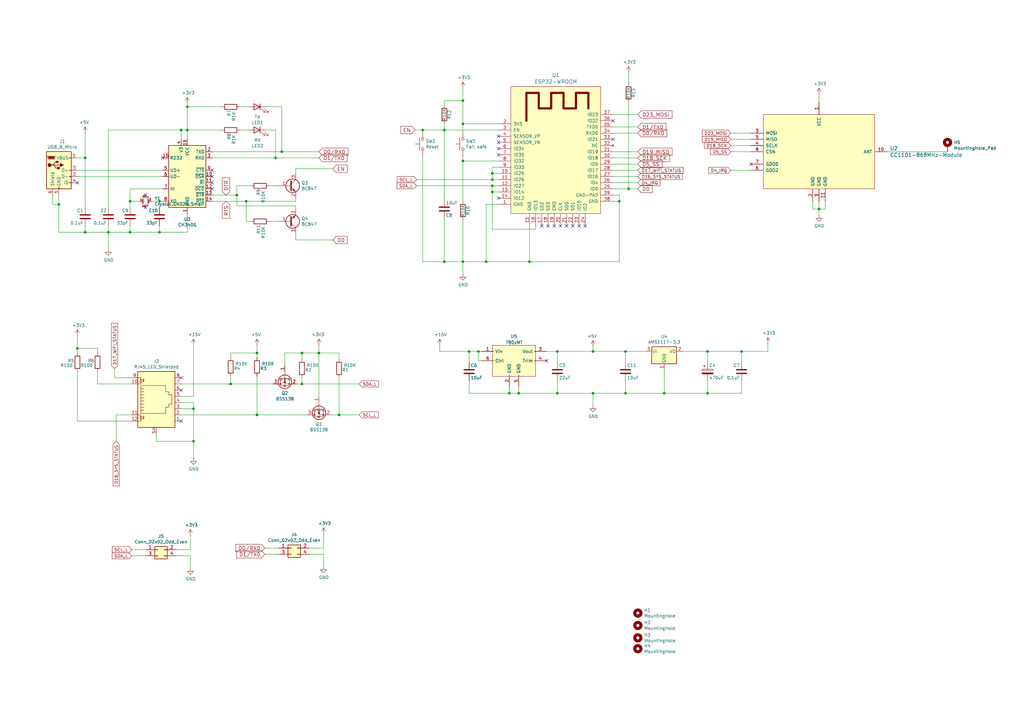
<source format=kicad_sch>
(kicad_sch (version 20211123) (generator eeschema)

  (uuid f345e52a-8e0a-425a-b438-90809dd3b799)

  (paper "A3")

  (lib_symbols
    (symbol "Connector:RJ45_LED_Shielded" (pin_names (offset 1.016)) (in_bom yes) (on_board yes)
      (property "Reference" "J" (id 0) (at -5.08 13.97 0)
        (effects (font (size 1.27 1.27)) (justify right))
      )
      (property "Value" "RJ45_LED_Shielded" (id 1) (at 1.27 13.97 0)
        (effects (font (size 1.27 1.27)) (justify left))
      )
      (property "Footprint" "" (id 2) (at 0 0.635 90)
        (effects (font (size 1.27 1.27)) hide)
      )
      (property "Datasheet" "~" (id 3) (at 0 0.635 90)
        (effects (font (size 1.27 1.27)) hide)
      )
      (property "ki_keywords" "8P8C RJ female connector led" (id 4) (at 0 0 0)
        (effects (font (size 1.27 1.27)) hide)
      )
      (property "ki_description" "RJ connector, 8P8C (8 positions 8 connected), two LEDs, Shielded" (id 5) (at 0 0 0)
        (effects (font (size 1.27 1.27)) hide)
      )
      (property "ki_fp_filters" "8P8C* RJ45*" (id 6) (at 0 0 0)
        (effects (font (size 1.27 1.27)) hide)
      )
      (symbol "RJ45_LED_Shielded_0_1"
        (polyline
          (pts
            (xy -7.62 -7.62)
            (xy -6.35 -7.62)
          )
          (stroke (width 0) (type default) (color 0 0 0 0))
          (fill (type none))
        )
        (polyline
          (pts
            (xy -7.62 -5.08)
            (xy -6.35 -5.08)
          )
          (stroke (width 0) (type default) (color 0 0 0 0))
          (fill (type none))
        )
        (polyline
          (pts
            (xy -7.62 7.62)
            (xy -6.35 7.62)
          )
          (stroke (width 0) (type default) (color 0 0 0 0))
          (fill (type none))
        )
        (polyline
          (pts
            (xy -7.62 10.16)
            (xy -6.35 10.16)
          )
          (stroke (width 0) (type default) (color 0 0 0 0))
          (fill (type none))
        )
        (polyline
          (pts
            (xy -6.858 -5.842)
            (xy -5.842 -5.842)
          )
          (stroke (width 0) (type default) (color 0 0 0 0))
          (fill (type none))
        )
        (polyline
          (pts
            (xy -6.858 9.398)
            (xy -5.842 9.398)
          )
          (stroke (width 0) (type default) (color 0 0 0 0))
          (fill (type none))
        )
        (polyline
          (pts
            (xy -6.35 -7.62)
            (xy -6.35 -6.858)
          )
          (stroke (width 0) (type default) (color 0 0 0 0))
          (fill (type none))
        )
        (polyline
          (pts
            (xy -6.35 -5.08)
            (xy -6.35 -5.842)
          )
          (stroke (width 0) (type default) (color 0 0 0 0))
          (fill (type none))
        )
        (polyline
          (pts
            (xy -6.35 7.62)
            (xy -6.35 8.382)
          )
          (stroke (width 0) (type default) (color 0 0 0 0))
          (fill (type none))
        )
        (polyline
          (pts
            (xy -6.35 10.16)
            (xy -6.35 9.398)
          )
          (stroke (width 0) (type default) (color 0 0 0 0))
          (fill (type none))
        )
        (polyline
          (pts
            (xy -5.08 -6.223)
            (xy -5.207 -6.604)
          )
          (stroke (width 0) (type default) (color 0 0 0 0))
          (fill (type none))
        )
        (polyline
          (pts
            (xy -5.08 -5.588)
            (xy -5.207 -5.969)
          )
          (stroke (width 0) (type default) (color 0 0 0 0))
          (fill (type none))
        )
        (polyline
          (pts
            (xy -5.08 4.445)
            (xy -6.35 4.445)
          )
          (stroke (width 0) (type default) (color 0 0 0 0))
          (fill (type none))
        )
        (polyline
          (pts
            (xy -5.08 5.715)
            (xy -6.35 5.715)
          )
          (stroke (width 0) (type default) (color 0 0 0 0))
          (fill (type none))
        )
        (polyline
          (pts
            (xy -5.08 9.017)
            (xy -5.207 8.636)
          )
          (stroke (width 0) (type default) (color 0 0 0 0))
          (fill (type none))
        )
        (polyline
          (pts
            (xy -5.08 9.652)
            (xy -5.207 9.271)
          )
          (stroke (width 0) (type default) (color 0 0 0 0))
          (fill (type none))
        )
        (polyline
          (pts
            (xy -6.35 -3.175)
            (xy -5.08 -3.175)
            (xy -5.08 -3.175)
          )
          (stroke (width 0) (type default) (color 0 0 0 0))
          (fill (type none))
        )
        (polyline
          (pts
            (xy -6.35 -1.905)
            (xy -5.08 -1.905)
            (xy -5.08 -1.905)
          )
          (stroke (width 0) (type default) (color 0 0 0 0))
          (fill (type none))
        )
        (polyline
          (pts
            (xy -6.35 -0.635)
            (xy -5.08 -0.635)
            (xy -5.08 -0.635)
          )
          (stroke (width 0) (type default) (color 0 0 0 0))
          (fill (type none))
        )
        (polyline
          (pts
            (xy -6.35 0.635)
            (xy -5.08 0.635)
            (xy -5.08 0.635)
          )
          (stroke (width 0) (type default) (color 0 0 0 0))
          (fill (type none))
        )
        (polyline
          (pts
            (xy -6.35 1.905)
            (xy -5.08 1.905)
            (xy -5.08 1.905)
          )
          (stroke (width 0) (type default) (color 0 0 0 0))
          (fill (type none))
        )
        (polyline
          (pts
            (xy -5.588 -6.731)
            (xy -5.08 -6.223)
            (xy -5.461 -6.35)
          )
          (stroke (width 0) (type default) (color 0 0 0 0))
          (fill (type none))
        )
        (polyline
          (pts
            (xy -5.588 -6.096)
            (xy -5.08 -5.588)
            (xy -5.461 -5.715)
          )
          (stroke (width 0) (type default) (color 0 0 0 0))
          (fill (type none))
        )
        (polyline
          (pts
            (xy -5.588 8.509)
            (xy -5.08 9.017)
            (xy -5.461 8.89)
          )
          (stroke (width 0) (type default) (color 0 0 0 0))
          (fill (type none))
        )
        (polyline
          (pts
            (xy -5.588 9.144)
            (xy -5.08 9.652)
            (xy -5.461 9.525)
          )
          (stroke (width 0) (type default) (color 0 0 0 0))
          (fill (type none))
        )
        (polyline
          (pts
            (xy -5.08 3.175)
            (xy -6.35 3.175)
            (xy -6.35 3.175)
          )
          (stroke (width 0) (type default) (color 0 0 0 0))
          (fill (type none))
        )
        (polyline
          (pts
            (xy -6.35 -5.842)
            (xy -6.858 -6.858)
            (xy -5.842 -6.858)
            (xy -6.35 -5.842)
          )
          (stroke (width 0) (type default) (color 0 0 0 0))
          (fill (type none))
        )
        (polyline
          (pts
            (xy -6.35 9.398)
            (xy -6.858 8.382)
            (xy -5.842 8.382)
            (xy -6.35 9.398)
          )
          (stroke (width 0) (type default) (color 0 0 0 0))
          (fill (type none))
        )
        (polyline
          (pts
            (xy -6.35 -4.445)
            (xy -6.35 6.985)
            (xy 3.81 6.985)
            (xy 3.81 4.445)
            (xy 5.08 4.445)
            (xy 5.08 3.175)
            (xy 6.35 3.175)
            (xy 6.35 -0.635)
            (xy 5.08 -0.635)
            (xy 5.08 -1.905)
            (xy 3.81 -1.905)
            (xy 3.81 -4.445)
            (xy -6.35 -4.445)
            (xy -6.35 -4.445)
          )
          (stroke (width 0) (type default) (color 0 0 0 0))
          (fill (type none))
        )
        (rectangle (start 7.62 12.7) (end -7.62 -10.16)
          (stroke (width 0.254) (type default) (color 0 0 0 0))
          (fill (type background))
        )
      )
      (symbol "RJ45_LED_Shielded_1_1"
        (pin passive line (at 10.16 -7.62 180) (length 2.54)
          (name "~" (effects (font (size 1.27 1.27))))
          (number "1" (effects (font (size 1.27 1.27))))
        )
        (pin passive line (at -10.16 7.62 0) (length 2.54)
          (name "~" (effects (font (size 1.27 1.27))))
          (number "10" (effects (font (size 1.27 1.27))))
        )
        (pin passive line (at -10.16 -5.08 0) (length 2.54)
          (name "~" (effects (font (size 1.27 1.27))))
          (number "11" (effects (font (size 1.27 1.27))))
        )
        (pin passive line (at -10.16 -7.62 0) (length 2.54)
          (name "~" (effects (font (size 1.27 1.27))))
          (number "12" (effects (font (size 1.27 1.27))))
        )
        (pin passive line (at 10.16 -5.08 180) (length 2.54)
          (name "~" (effects (font (size 1.27 1.27))))
          (number "2" (effects (font (size 1.27 1.27))))
        )
        (pin passive line (at 10.16 -2.54 180) (length 2.54)
          (name "~" (effects (font (size 1.27 1.27))))
          (number "3" (effects (font (size 1.27 1.27))))
        )
        (pin passive line (at 10.16 0 180) (length 2.54)
          (name "~" (effects (font (size 1.27 1.27))))
          (number "4" (effects (font (size 1.27 1.27))))
        )
        (pin passive line (at 10.16 2.54 180) (length 2.54)
          (name "~" (effects (font (size 1.27 1.27))))
          (number "5" (effects (font (size 1.27 1.27))))
        )
        (pin passive line (at 10.16 5.08 180) (length 2.54)
          (name "~" (effects (font (size 1.27 1.27))))
          (number "6" (effects (font (size 1.27 1.27))))
        )
        (pin passive line (at 10.16 7.62 180) (length 2.54)
          (name "~" (effects (font (size 1.27 1.27))))
          (number "7" (effects (font (size 1.27 1.27))))
        )
        (pin passive line (at 10.16 10.16 180) (length 2.54)
          (name "~" (effects (font (size 1.27 1.27))))
          (number "8" (effects (font (size 1.27 1.27))))
        )
        (pin passive line (at -10.16 10.16 0) (length 2.54)
          (name "~" (effects (font (size 1.27 1.27))))
          (number "9" (effects (font (size 1.27 1.27))))
        )
        (pin passive line (at 0 -12.7 90) (length 2.54)
          (name "~" (effects (font (size 1.27 1.27))))
          (number "SH" (effects (font (size 1.27 1.27))))
        )
      )
    )
    (symbol "Connector:USB_B_Micro" (pin_names (offset 1.016)) (in_bom yes) (on_board yes)
      (property "Reference" "J" (id 0) (at -5.08 11.43 0)
        (effects (font (size 1.27 1.27)) (justify left))
      )
      (property "Value" "USB_B_Micro" (id 1) (at -5.08 8.89 0)
        (effects (font (size 1.27 1.27)) (justify left))
      )
      (property "Footprint" "" (id 2) (at 3.81 -1.27 0)
        (effects (font (size 1.27 1.27)) hide)
      )
      (property "Datasheet" "~" (id 3) (at 3.81 -1.27 0)
        (effects (font (size 1.27 1.27)) hide)
      )
      (property "ki_keywords" "connector USB micro" (id 4) (at 0 0 0)
        (effects (font (size 1.27 1.27)) hide)
      )
      (property "ki_description" "USB Micro Type B connector" (id 5) (at 0 0 0)
        (effects (font (size 1.27 1.27)) hide)
      )
      (property "ki_fp_filters" "USB*" (id 6) (at 0 0 0)
        (effects (font (size 1.27 1.27)) hide)
      )
      (symbol "USB_B_Micro_0_1"
        (rectangle (start -5.08 -7.62) (end 5.08 7.62)
          (stroke (width 0.254) (type default) (color 0 0 0 0))
          (fill (type background))
        )
        (circle (center -3.81 2.159) (radius 0.635)
          (stroke (width 0.254) (type default) (color 0 0 0 0))
          (fill (type outline))
        )
        (circle (center -0.635 3.429) (radius 0.381)
          (stroke (width 0.254) (type default) (color 0 0 0 0))
          (fill (type outline))
        )
        (rectangle (start -0.127 -7.62) (end 0.127 -6.858)
          (stroke (width 0) (type default) (color 0 0 0 0))
          (fill (type none))
        )
        (polyline
          (pts
            (xy -1.905 2.159)
            (xy 0.635 2.159)
          )
          (stroke (width 0.254) (type default) (color 0 0 0 0))
          (fill (type none))
        )
        (polyline
          (pts
            (xy -3.175 2.159)
            (xy -2.54 2.159)
            (xy -1.27 3.429)
            (xy -0.635 3.429)
          )
          (stroke (width 0.254) (type default) (color 0 0 0 0))
          (fill (type none))
        )
        (polyline
          (pts
            (xy -2.54 2.159)
            (xy -1.905 2.159)
            (xy -1.27 0.889)
            (xy 0 0.889)
          )
          (stroke (width 0.254) (type default) (color 0 0 0 0))
          (fill (type none))
        )
        (polyline
          (pts
            (xy 0.635 2.794)
            (xy 0.635 1.524)
            (xy 1.905 2.159)
            (xy 0.635 2.794)
          )
          (stroke (width 0.254) (type default) (color 0 0 0 0))
          (fill (type outline))
        )
        (polyline
          (pts
            (xy -4.318 5.588)
            (xy -1.778 5.588)
            (xy -2.032 4.826)
            (xy -4.064 4.826)
            (xy -4.318 5.588)
          )
          (stroke (width 0) (type default) (color 0 0 0 0))
          (fill (type outline))
        )
        (polyline
          (pts
            (xy -4.699 5.842)
            (xy -4.699 5.588)
            (xy -4.445 4.826)
            (xy -4.445 4.572)
            (xy -1.651 4.572)
            (xy -1.651 4.826)
            (xy -1.397 5.588)
            (xy -1.397 5.842)
            (xy -4.699 5.842)
          )
          (stroke (width 0) (type default) (color 0 0 0 0))
          (fill (type none))
        )
        (rectangle (start 0.254 1.27) (end -0.508 0.508)
          (stroke (width 0.254) (type default) (color 0 0 0 0))
          (fill (type outline))
        )
        (rectangle (start 5.08 -5.207) (end 4.318 -4.953)
          (stroke (width 0) (type default) (color 0 0 0 0))
          (fill (type none))
        )
        (rectangle (start 5.08 -2.667) (end 4.318 -2.413)
          (stroke (width 0) (type default) (color 0 0 0 0))
          (fill (type none))
        )
        (rectangle (start 5.08 -0.127) (end 4.318 0.127)
          (stroke (width 0) (type default) (color 0 0 0 0))
          (fill (type none))
        )
        (rectangle (start 5.08 4.953) (end 4.318 5.207)
          (stroke (width 0) (type default) (color 0 0 0 0))
          (fill (type none))
        )
      )
      (symbol "USB_B_Micro_1_1"
        (pin power_out line (at 7.62 5.08 180) (length 2.54)
          (name "VBUS" (effects (font (size 1.27 1.27))))
          (number "1" (effects (font (size 1.27 1.27))))
        )
        (pin bidirectional line (at 7.62 -2.54 180) (length 2.54)
          (name "D-" (effects (font (size 1.27 1.27))))
          (number "2" (effects (font (size 1.27 1.27))))
        )
        (pin bidirectional line (at 7.62 0 180) (length 2.54)
          (name "D+" (effects (font (size 1.27 1.27))))
          (number "3" (effects (font (size 1.27 1.27))))
        )
        (pin passive line (at 7.62 -5.08 180) (length 2.54)
          (name "ID" (effects (font (size 1.27 1.27))))
          (number "4" (effects (font (size 1.27 1.27))))
        )
        (pin power_out line (at 0 -10.16 90) (length 2.54)
          (name "GND" (effects (font (size 1.27 1.27))))
          (number "5" (effects (font (size 1.27 1.27))))
        )
        (pin passive line (at -2.54 -10.16 90) (length 2.54)
          (name "Shield" (effects (font (size 1.27 1.27))))
          (number "6" (effects (font (size 1.27 1.27))))
        )
      )
    )
    (symbol "Connector_Generic:Conn_02x02_Odd_Even" (pin_names (offset 1.016) hide) (in_bom yes) (on_board yes)
      (property "Reference" "J" (id 0) (at 1.27 2.54 0)
        (effects (font (size 1.27 1.27)))
      )
      (property "Value" "Conn_02x02_Odd_Even" (id 1) (at 1.27 -5.08 0)
        (effects (font (size 1.27 1.27)))
      )
      (property "Footprint" "" (id 2) (at 0 0 0)
        (effects (font (size 1.27 1.27)) hide)
      )
      (property "Datasheet" "~" (id 3) (at 0 0 0)
        (effects (font (size 1.27 1.27)) hide)
      )
      (property "ki_keywords" "connector" (id 4) (at 0 0 0)
        (effects (font (size 1.27 1.27)) hide)
      )
      (property "ki_description" "Generic connector, double row, 02x02, odd/even pin numbering scheme (row 1 odd numbers, row 2 even numbers), script generated (kicad-library-utils/schlib/autogen/connector/)" (id 5) (at 0 0 0)
        (effects (font (size 1.27 1.27)) hide)
      )
      (property "ki_fp_filters" "Connector*:*_2x??_*" (id 6) (at 0 0 0)
        (effects (font (size 1.27 1.27)) hide)
      )
      (symbol "Conn_02x02_Odd_Even_1_1"
        (rectangle (start -1.27 -2.413) (end 0 -2.667)
          (stroke (width 0.1524) (type default) (color 0 0 0 0))
          (fill (type none))
        )
        (rectangle (start -1.27 0.127) (end 0 -0.127)
          (stroke (width 0.1524) (type default) (color 0 0 0 0))
          (fill (type none))
        )
        (rectangle (start -1.27 1.27) (end 3.81 -3.81)
          (stroke (width 0.254) (type default) (color 0 0 0 0))
          (fill (type background))
        )
        (rectangle (start 3.81 -2.413) (end 2.54 -2.667)
          (stroke (width 0.1524) (type default) (color 0 0 0 0))
          (fill (type none))
        )
        (rectangle (start 3.81 0.127) (end 2.54 -0.127)
          (stroke (width 0.1524) (type default) (color 0 0 0 0))
          (fill (type none))
        )
        (pin passive line (at -5.08 0 0) (length 3.81)
          (name "Pin_1" (effects (font (size 1.27 1.27))))
          (number "1" (effects (font (size 1.27 1.27))))
        )
        (pin passive line (at 7.62 0 180) (length 3.81)
          (name "Pin_2" (effects (font (size 1.27 1.27))))
          (number "2" (effects (font (size 1.27 1.27))))
        )
        (pin passive line (at -5.08 -2.54 0) (length 3.81)
          (name "Pin_3" (effects (font (size 1.27 1.27))))
          (number "3" (effects (font (size 1.27 1.27))))
        )
        (pin passive line (at 7.62 -2.54 180) (length 3.81)
          (name "Pin_4" (effects (font (size 1.27 1.27))))
          (number "4" (effects (font (size 1.27 1.27))))
        )
      )
    )
    (symbol "Device:C" (pin_numbers hide) (pin_names (offset 0.254)) (in_bom yes) (on_board yes)
      (property "Reference" "C" (id 0) (at 0.635 2.54 0)
        (effects (font (size 1.27 1.27)) (justify left))
      )
      (property "Value" "C" (id 1) (at 0.635 -2.54 0)
        (effects (font (size 1.27 1.27)) (justify left))
      )
      (property "Footprint" "" (id 2) (at 0.9652 -3.81 0)
        (effects (font (size 1.27 1.27)) hide)
      )
      (property "Datasheet" "~" (id 3) (at 0 0 0)
        (effects (font (size 1.27 1.27)) hide)
      )
      (property "ki_keywords" "cap capacitor" (id 4) (at 0 0 0)
        (effects (font (size 1.27 1.27)) hide)
      )
      (property "ki_description" "Unpolarized capacitor" (id 5) (at 0 0 0)
        (effects (font (size 1.27 1.27)) hide)
      )
      (property "ki_fp_filters" "C_*" (id 6) (at 0 0 0)
        (effects (font (size 1.27 1.27)) hide)
      )
      (symbol "C_0_1"
        (polyline
          (pts
            (xy -2.032 -0.762)
            (xy 2.032 -0.762)
          )
          (stroke (width 0.508) (type default) (color 0 0 0 0))
          (fill (type none))
        )
        (polyline
          (pts
            (xy -2.032 0.762)
            (xy 2.032 0.762)
          )
          (stroke (width 0.508) (type default) (color 0 0 0 0))
          (fill (type none))
        )
      )
      (symbol "C_1_1"
        (pin passive line (at 0 3.81 270) (length 2.794)
          (name "~" (effects (font (size 1.27 1.27))))
          (number "1" (effects (font (size 1.27 1.27))))
        )
        (pin passive line (at 0 -3.81 90) (length 2.794)
          (name "~" (effects (font (size 1.27 1.27))))
          (number "2" (effects (font (size 1.27 1.27))))
        )
      )
    )
    (symbol "Device:CP" (pin_numbers hide) (pin_names (offset 0.254)) (in_bom yes) (on_board yes)
      (property "Reference" "C" (id 0) (at 0.635 2.54 0)
        (effects (font (size 1.27 1.27)) (justify left))
      )
      (property "Value" "Device_CP" (id 1) (at 0.635 -2.54 0)
        (effects (font (size 1.27 1.27)) (justify left))
      )
      (property "Footprint" "" (id 2) (at 0.9652 -3.81 0)
        (effects (font (size 1.27 1.27)) hide)
      )
      (property "Datasheet" "" (id 3) (at 0 0 0)
        (effects (font (size 1.27 1.27)) hide)
      )
      (property "ki_fp_filters" "CP_*" (id 4) (at 0 0 0)
        (effects (font (size 1.27 1.27)) hide)
      )
      (symbol "CP_0_1"
        (rectangle (start -2.286 0.508) (end 2.286 1.016)
          (stroke (width 0) (type default) (color 0 0 0 0))
          (fill (type none))
        )
        (polyline
          (pts
            (xy -1.778 2.286)
            (xy -0.762 2.286)
          )
          (stroke (width 0) (type default) (color 0 0 0 0))
          (fill (type none))
        )
        (polyline
          (pts
            (xy -1.27 2.794)
            (xy -1.27 1.778)
          )
          (stroke (width 0) (type default) (color 0 0 0 0))
          (fill (type none))
        )
        (rectangle (start 2.286 -0.508) (end -2.286 -1.016)
          (stroke (width 0) (type default) (color 0 0 0 0))
          (fill (type outline))
        )
      )
      (symbol "CP_1_1"
        (pin passive line (at 0 3.81 270) (length 2.794)
          (name "~" (effects (font (size 1.27 1.27))))
          (number "1" (effects (font (size 1.27 1.27))))
        )
        (pin passive line (at 0 -3.81 90) (length 2.794)
          (name "~" (effects (font (size 1.27 1.27))))
          (number "2" (effects (font (size 1.27 1.27))))
        )
      )
    )
    (symbol "Device:Crystal_GND24_Small" (pin_names (offset 1.016) hide) (in_bom yes) (on_board yes)
      (property "Reference" "Y" (id 0) (at 1.27 4.445 0)
        (effects (font (size 1.27 1.27)) (justify left))
      )
      (property "Value" "Crystal_GND24_Small" (id 1) (at 1.27 2.54 0)
        (effects (font (size 1.27 1.27)) (justify left))
      )
      (property "Footprint" "" (id 2) (at 0 0 0)
        (effects (font (size 1.27 1.27)) hide)
      )
      (property "Datasheet" "~" (id 3) (at 0 0 0)
        (effects (font (size 1.27 1.27)) hide)
      )
      (property "ki_keywords" "quartz ceramic resonator oscillator" (id 4) (at 0 0 0)
        (effects (font (size 1.27 1.27)) hide)
      )
      (property "ki_description" "Four pin crystal, GND on pins 2 and 4, small symbol" (id 5) (at 0 0 0)
        (effects (font (size 1.27 1.27)) hide)
      )
      (property "ki_fp_filters" "Crystal*" (id 6) (at 0 0 0)
        (effects (font (size 1.27 1.27)) hide)
      )
      (symbol "Crystal_GND24_Small_0_1"
        (rectangle (start -0.762 -1.524) (end 0.762 1.524)
          (stroke (width 0) (type default) (color 0 0 0 0))
          (fill (type none))
        )
        (polyline
          (pts
            (xy -1.27 -0.762)
            (xy -1.27 0.762)
          )
          (stroke (width 0.381) (type default) (color 0 0 0 0))
          (fill (type none))
        )
        (polyline
          (pts
            (xy 1.27 -0.762)
            (xy 1.27 0.762)
          )
          (stroke (width 0.381) (type default) (color 0 0 0 0))
          (fill (type none))
        )
        (polyline
          (pts
            (xy -1.27 -1.27)
            (xy -1.27 -1.905)
            (xy 1.27 -1.905)
            (xy 1.27 -1.27)
          )
          (stroke (width 0) (type default) (color 0 0 0 0))
          (fill (type none))
        )
        (polyline
          (pts
            (xy -1.27 1.27)
            (xy -1.27 1.905)
            (xy 1.27 1.905)
            (xy 1.27 1.27)
          )
          (stroke (width 0) (type default) (color 0 0 0 0))
          (fill (type none))
        )
      )
      (symbol "Crystal_GND24_Small_1_1"
        (pin passive line (at -2.54 0 0) (length 1.27)
          (name "1" (effects (font (size 1.27 1.27))))
          (number "1" (effects (font (size 0.762 0.762))))
        )
        (pin passive line (at 0 -2.54 90) (length 0.635)
          (name "2" (effects (font (size 1.27 1.27))))
          (number "2" (effects (font (size 0.762 0.762))))
        )
        (pin passive line (at 2.54 0 180) (length 1.27)
          (name "3" (effects (font (size 1.27 1.27))))
          (number "3" (effects (font (size 0.762 0.762))))
        )
        (pin passive line (at 0 2.54 270) (length 0.635)
          (name "4" (effects (font (size 1.27 1.27))))
          (number "4" (effects (font (size 0.762 0.762))))
        )
      )
    )
    (symbol "Device:LED" (pin_numbers hide) (pin_names (offset 1.016) hide) (in_bom yes) (on_board yes)
      (property "Reference" "D" (id 0) (at 0 2.54 0)
        (effects (font (size 1.27 1.27)))
      )
      (property "Value" "LED" (id 1) (at 0 -2.54 0)
        (effects (font (size 1.27 1.27)))
      )
      (property "Footprint" "" (id 2) (at 0 0 0)
        (effects (font (size 1.27 1.27)) hide)
      )
      (property "Datasheet" "~" (id 3) (at 0 0 0)
        (effects (font (size 1.27 1.27)) hide)
      )
      (property "ki_keywords" "LED diode" (id 4) (at 0 0 0)
        (effects (font (size 1.27 1.27)) hide)
      )
      (property "ki_description" "Light emitting diode" (id 5) (at 0 0 0)
        (effects (font (size 1.27 1.27)) hide)
      )
      (property "ki_fp_filters" "LED* LED_SMD:* LED_THT:*" (id 6) (at 0 0 0)
        (effects (font (size 1.27 1.27)) hide)
      )
      (symbol "LED_0_1"
        (polyline
          (pts
            (xy -1.27 -1.27)
            (xy -1.27 1.27)
          )
          (stroke (width 0.254) (type default) (color 0 0 0 0))
          (fill (type none))
        )
        (polyline
          (pts
            (xy -1.27 0)
            (xy 1.27 0)
          )
          (stroke (width 0) (type default) (color 0 0 0 0))
          (fill (type none))
        )
        (polyline
          (pts
            (xy 1.27 -1.27)
            (xy 1.27 1.27)
            (xy -1.27 0)
            (xy 1.27 -1.27)
          )
          (stroke (width 0.254) (type default) (color 0 0 0 0))
          (fill (type none))
        )
        (polyline
          (pts
            (xy -3.048 -0.762)
            (xy -4.572 -2.286)
            (xy -3.81 -2.286)
            (xy -4.572 -2.286)
            (xy -4.572 -1.524)
          )
          (stroke (width 0) (type default) (color 0 0 0 0))
          (fill (type none))
        )
        (polyline
          (pts
            (xy -1.778 -0.762)
            (xy -3.302 -2.286)
            (xy -2.54 -2.286)
            (xy -3.302 -2.286)
            (xy -3.302 -1.524)
          )
          (stroke (width 0) (type default) (color 0 0 0 0))
          (fill (type none))
        )
      )
      (symbol "LED_1_1"
        (pin passive line (at -3.81 0 0) (length 2.54)
          (name "K" (effects (font (size 1.27 1.27))))
          (number "1" (effects (font (size 1.27 1.27))))
        )
        (pin passive line (at 3.81 0 180) (length 2.54)
          (name "A" (effects (font (size 1.27 1.27))))
          (number "2" (effects (font (size 1.27 1.27))))
        )
      )
    )
    (symbol "Device:R" (pin_numbers hide) (pin_names (offset 0)) (in_bom yes) (on_board yes)
      (property "Reference" "R" (id 0) (at 2.032 0 90)
        (effects (font (size 1.27 1.27)))
      )
      (property "Value" "R" (id 1) (at 0 0 90)
        (effects (font (size 1.27 1.27)))
      )
      (property "Footprint" "" (id 2) (at -1.778 0 90)
        (effects (font (size 1.27 1.27)) hide)
      )
      (property "Datasheet" "~" (id 3) (at 0 0 0)
        (effects (font (size 1.27 1.27)) hide)
      )
      (property "ki_keywords" "R res resistor" (id 4) (at 0 0 0)
        (effects (font (size 1.27 1.27)) hide)
      )
      (property "ki_description" "Resistor" (id 5) (at 0 0 0)
        (effects (font (size 1.27 1.27)) hide)
      )
      (property "ki_fp_filters" "R_*" (id 6) (at 0 0 0)
        (effects (font (size 1.27 1.27)) hide)
      )
      (symbol "R_0_1"
        (rectangle (start -1.016 -2.54) (end 1.016 2.54)
          (stroke (width 0.254) (type default) (color 0 0 0 0))
          (fill (type none))
        )
      )
      (symbol "R_1_1"
        (pin passive line (at 0 3.81 270) (length 1.27)
          (name "~" (effects (font (size 1.27 1.27))))
          (number "1" (effects (font (size 1.27 1.27))))
        )
        (pin passive line (at 0 -3.81 90) (length 1.27)
          (name "~" (effects (font (size 1.27 1.27))))
          (number "2" (effects (font (size 1.27 1.27))))
        )
      )
    )
    (symbol "Interface_USB:CH340G" (in_bom yes) (on_board yes)
      (property "Reference" "U" (id 0) (at -5.08 13.97 0)
        (effects (font (size 1.27 1.27)) (justify right))
      )
      (property "Value" "CH340G" (id 1) (at 1.27 13.97 0)
        (effects (font (size 1.27 1.27)) (justify left))
      )
      (property "Footprint" "Package_SO:SOIC-16_3.9x9.9mm_P1.27mm" (id 2) (at 1.27 -13.97 0)
        (effects (font (size 1.27 1.27)) (justify left) hide)
      )
      (property "Datasheet" "http://www.datasheet5.com/pdf-local-2195953" (id 3) (at -8.89 20.32 0)
        (effects (font (size 1.27 1.27)) hide)
      )
      (property "ki_keywords" "USB UART Serial Converter Interface" (id 4) (at 0 0 0)
        (effects (font (size 1.27 1.27)) hide)
      )
      (property "ki_description" "USB serial converter, UART, SOIC-16" (id 5) (at 0 0 0)
        (effects (font (size 1.27 1.27)) hide)
      )
      (property "ki_fp_filters" "SOIC*3.9x9.9mm*P1.27mm*" (id 6) (at 0 0 0)
        (effects (font (size 1.27 1.27)) hide)
      )
      (symbol "CH340G_0_1"
        (rectangle (start -7.62 12.7) (end 7.62 -12.7)
          (stroke (width 0.254) (type default) (color 0 0 0 0))
          (fill (type background))
        )
      )
      (symbol "CH340G_1_1"
        (pin power_in line (at 0 -15.24 90) (length 2.54)
          (name "GND" (effects (font (size 1.27 1.27))))
          (number "1" (effects (font (size 1.27 1.27))))
        )
        (pin input line (at 10.16 0 180) (length 2.54)
          (name "~{DSR}" (effects (font (size 1.27 1.27))))
          (number "10" (effects (font (size 1.27 1.27))))
        )
        (pin input line (at 10.16 -2.54 180) (length 2.54)
          (name "~{RI}" (effects (font (size 1.27 1.27))))
          (number "11" (effects (font (size 1.27 1.27))))
        )
        (pin input line (at 10.16 -5.08 180) (length 2.54)
          (name "~{DCD}" (effects (font (size 1.27 1.27))))
          (number "12" (effects (font (size 1.27 1.27))))
        )
        (pin output line (at 10.16 -7.62 180) (length 2.54)
          (name "~{DTR}" (effects (font (size 1.27 1.27))))
          (number "13" (effects (font (size 1.27 1.27))))
        )
        (pin output line (at 10.16 -10.16 180) (length 2.54)
          (name "~{RTS}" (effects (font (size 1.27 1.27))))
          (number "14" (effects (font (size 1.27 1.27))))
        )
        (pin input line (at -10.16 7.62 0) (length 2.54)
          (name "R232" (effects (font (size 1.27 1.27))))
          (number "15" (effects (font (size 1.27 1.27))))
        )
        (pin power_in line (at 0 15.24 270) (length 2.54)
          (name "VCC" (effects (font (size 1.27 1.27))))
          (number "16" (effects (font (size 1.27 1.27))))
        )
        (pin output line (at 10.16 10.16 180) (length 2.54)
          (name "TXD" (effects (font (size 1.27 1.27))))
          (number "2" (effects (font (size 1.27 1.27))))
        )
        (pin input line (at 10.16 7.62 180) (length 2.54)
          (name "RXD" (effects (font (size 1.27 1.27))))
          (number "3" (effects (font (size 1.27 1.27))))
        )
        (pin passive line (at -2.54 15.24 270) (length 2.54)
          (name "V3" (effects (font (size 1.27 1.27))))
          (number "4" (effects (font (size 1.27 1.27))))
        )
        (pin bidirectional line (at -10.16 2.54 0) (length 2.54)
          (name "UD+" (effects (font (size 1.27 1.27))))
          (number "5" (effects (font (size 1.27 1.27))))
        )
        (pin bidirectional line (at -10.16 0 0) (length 2.54)
          (name "UD-" (effects (font (size 1.27 1.27))))
          (number "6" (effects (font (size 1.27 1.27))))
        )
        (pin input line (at -10.16 -5.08 0) (length 2.54)
          (name "XI" (effects (font (size 1.27 1.27))))
          (number "7" (effects (font (size 1.27 1.27))))
        )
        (pin output line (at -10.16 -10.16 0) (length 2.54)
          (name "XO" (effects (font (size 1.27 1.27))))
          (number "8" (effects (font (size 1.27 1.27))))
        )
        (pin input line (at 10.16 2.54 180) (length 2.54)
          (name "~{CTS}" (effects (font (size 1.27 1.27))))
          (number "9" (effects (font (size 1.27 1.27))))
        )
      )
    )
    (symbol "Mechanical:MountingHole" (pin_names (offset 1.016)) (in_bom yes) (on_board yes)
      (property "Reference" "H" (id 0) (at 0 5.08 0)
        (effects (font (size 1.27 1.27)))
      )
      (property "Value" "MountingHole" (id 1) (at 0 3.175 0)
        (effects (font (size 1.27 1.27)))
      )
      (property "Footprint" "" (id 2) (at 0 0 0)
        (effects (font (size 1.27 1.27)) hide)
      )
      (property "Datasheet" "~" (id 3) (at 0 0 0)
        (effects (font (size 1.27 1.27)) hide)
      )
      (property "ki_keywords" "mounting hole" (id 4) (at 0 0 0)
        (effects (font (size 1.27 1.27)) hide)
      )
      (property "ki_description" "Mounting Hole without connection" (id 5) (at 0 0 0)
        (effects (font (size 1.27 1.27)) hide)
      )
      (property "ki_fp_filters" "MountingHole*" (id 6) (at 0 0 0)
        (effects (font (size 1.27 1.27)) hide)
      )
      (symbol "MountingHole_0_1"
        (circle (center 0 0) (radius 1.27)
          (stroke (width 1.27) (type default) (color 0 0 0 0))
          (fill (type none))
        )
      )
    )
    (symbol "Mechanical:MountingHole_Pad" (pin_numbers hide) (pin_names (offset 1.016) hide) (in_bom yes) (on_board yes)
      (property "Reference" "H" (id 0) (at 0 6.35 0)
        (effects (font (size 1.27 1.27)))
      )
      (property "Value" "MountingHole_Pad" (id 1) (at 0 4.445 0)
        (effects (font (size 1.27 1.27)))
      )
      (property "Footprint" "" (id 2) (at 0 0 0)
        (effects (font (size 1.27 1.27)) hide)
      )
      (property "Datasheet" "~" (id 3) (at 0 0 0)
        (effects (font (size 1.27 1.27)) hide)
      )
      (property "ki_keywords" "mounting hole" (id 4) (at 0 0 0)
        (effects (font (size 1.27 1.27)) hide)
      )
      (property "ki_description" "Mounting Hole with connection" (id 5) (at 0 0 0)
        (effects (font (size 1.27 1.27)) hide)
      )
      (property "ki_fp_filters" "MountingHole*Pad*" (id 6) (at 0 0 0)
        (effects (font (size 1.27 1.27)) hide)
      )
      (symbol "MountingHole_Pad_0_1"
        (circle (center 0 1.27) (radius 1.27)
          (stroke (width 1.27) (type default) (color 0 0 0 0))
          (fill (type none))
        )
      )
      (symbol "MountingHole_Pad_1_1"
        (pin input line (at 0 -2.54 90) (length 2.54)
          (name "1" (effects (font (size 1.27 1.27))))
          (number "1" (effects (font (size 1.27 1.27))))
        )
      )
    )
    (symbol "Regulator_Linear:AMS1117-3.3" (pin_names (offset 0.254)) (in_bom yes) (on_board yes)
      (property "Reference" "U" (id 0) (at -3.81 3.175 0)
        (effects (font (size 1.27 1.27)))
      )
      (property "Value" "AMS1117-3.3" (id 1) (at 0 3.175 0)
        (effects (font (size 1.27 1.27)) (justify left))
      )
      (property "Footprint" "Package_TO_SOT_SMD:SOT-223-3_TabPin2" (id 2) (at 0 5.08 0)
        (effects (font (size 1.27 1.27)) hide)
      )
      (property "Datasheet" "http://www.advanced-monolithic.com/pdf/ds1117.pdf" (id 3) (at 2.54 -6.35 0)
        (effects (font (size 1.27 1.27)) hide)
      )
      (property "ki_keywords" "linear regulator ldo fixed positive" (id 4) (at 0 0 0)
        (effects (font (size 1.27 1.27)) hide)
      )
      (property "ki_description" "1A Low Dropout regulator, positive, 3.3V fixed output, SOT-223" (id 5) (at 0 0 0)
        (effects (font (size 1.27 1.27)) hide)
      )
      (property "ki_fp_filters" "SOT?223*TabPin2*" (id 6) (at 0 0 0)
        (effects (font (size 1.27 1.27)) hide)
      )
      (symbol "AMS1117-3.3_0_1"
        (rectangle (start -5.08 -5.08) (end 5.08 1.905)
          (stroke (width 0.254) (type default) (color 0 0 0 0))
          (fill (type background))
        )
      )
      (symbol "AMS1117-3.3_1_1"
        (pin power_in line (at 0 -7.62 90) (length 2.54)
          (name "GND" (effects (font (size 1.27 1.27))))
          (number "1" (effects (font (size 1.27 1.27))))
        )
        (pin power_out line (at 7.62 0 180) (length 2.54)
          (name "VO" (effects (font (size 1.27 1.27))))
          (number "2" (effects (font (size 1.27 1.27))))
        )
        (pin power_in line (at -7.62 0 0) (length 2.54)
          (name "VI" (effects (font (size 1.27 1.27))))
          (number "3" (effects (font (size 1.27 1.27))))
        )
      )
    )
    (symbol "Switch:SW_Push" (pin_numbers hide) (pin_names (offset 1.016) hide) (in_bom yes) (on_board yes)
      (property "Reference" "SW" (id 0) (at 1.27 2.54 0)
        (effects (font (size 1.27 1.27)) (justify left))
      )
      (property "Value" "SW_Push" (id 1) (at 0 -1.524 0)
        (effects (font (size 1.27 1.27)))
      )
      (property "Footprint" "" (id 2) (at 0 5.08 0)
        (effects (font (size 1.27 1.27)) hide)
      )
      (property "Datasheet" "~" (id 3) (at 0 5.08 0)
        (effects (font (size 1.27 1.27)) hide)
      )
      (property "ki_keywords" "switch normally-open pushbutton push-button" (id 4) (at 0 0 0)
        (effects (font (size 1.27 1.27)) hide)
      )
      (property "ki_description" "Push button switch, generic, two pins" (id 5) (at 0 0 0)
        (effects (font (size 1.27 1.27)) hide)
      )
      (symbol "SW_Push_0_1"
        (circle (center -2.032 0) (radius 0.508)
          (stroke (width 0) (type default) (color 0 0 0 0))
          (fill (type none))
        )
        (polyline
          (pts
            (xy 0 1.27)
            (xy 0 3.048)
          )
          (stroke (width 0) (type default) (color 0 0 0 0))
          (fill (type none))
        )
        (polyline
          (pts
            (xy 2.54 1.27)
            (xy -2.54 1.27)
          )
          (stroke (width 0) (type default) (color 0 0 0 0))
          (fill (type none))
        )
        (circle (center 2.032 0) (radius 0.508)
          (stroke (width 0) (type default) (color 0 0 0 0))
          (fill (type none))
        )
        (pin passive line (at -5.08 0 0) (length 2.54)
          (name "1" (effects (font (size 1.27 1.27))))
          (number "1" (effects (font (size 1.27 1.27))))
        )
        (pin passive line (at 5.08 0 180) (length 2.54)
          (name "2" (effects (font (size 1.27 1.27))))
          (number "2" (effects (font (size 1.27 1.27))))
        )
      )
    )
    (symbol "Transistor_BJT:BC847" (pin_names (offset 0) hide) (in_bom yes) (on_board yes)
      (property "Reference" "Q" (id 0) (at 5.08 1.905 0)
        (effects (font (size 1.27 1.27)) (justify left))
      )
      (property "Value" "BC847" (id 1) (at 5.08 0 0)
        (effects (font (size 1.27 1.27)) (justify left))
      )
      (property "Footprint" "Package_TO_SOT_SMD:SOT-23" (id 2) (at 5.08 -1.905 0)
        (effects (font (size 1.27 1.27) italic) (justify left) hide)
      )
      (property "Datasheet" "http://www.infineon.com/dgdl/Infineon-BC847SERIES_BC848SERIES_BC849SERIES_BC850SERIES-DS-v01_01-en.pdf?fileId=db3a304314dca389011541d4630a1657" (id 3) (at 0 0 0)
        (effects (font (size 1.27 1.27)) (justify left) hide)
      )
      (property "ki_keywords" "NPN Small Signal Transistor" (id 4) (at 0 0 0)
        (effects (font (size 1.27 1.27)) hide)
      )
      (property "ki_description" "0.1A Ic, 45V Vce, NPN Transistor, SOT-23" (id 5) (at 0 0 0)
        (effects (font (size 1.27 1.27)) hide)
      )
      (property "ki_fp_filters" "SOT?23*" (id 6) (at 0 0 0)
        (effects (font (size 1.27 1.27)) hide)
      )
      (symbol "BC847_0_1"
        (polyline
          (pts
            (xy 0.635 0.635)
            (xy 2.54 2.54)
          )
          (stroke (width 0) (type default) (color 0 0 0 0))
          (fill (type none))
        )
        (polyline
          (pts
            (xy 0.635 -0.635)
            (xy 2.54 -2.54)
            (xy 2.54 -2.54)
          )
          (stroke (width 0) (type default) (color 0 0 0 0))
          (fill (type none))
        )
        (polyline
          (pts
            (xy 0.635 1.905)
            (xy 0.635 -1.905)
            (xy 0.635 -1.905)
          )
          (stroke (width 0.508) (type default) (color 0 0 0 0))
          (fill (type none))
        )
        (polyline
          (pts
            (xy 1.27 -1.778)
            (xy 1.778 -1.27)
            (xy 2.286 -2.286)
            (xy 1.27 -1.778)
            (xy 1.27 -1.778)
          )
          (stroke (width 0) (type default) (color 0 0 0 0))
          (fill (type outline))
        )
        (circle (center 1.27 0) (radius 2.8194)
          (stroke (width 0.254) (type default) (color 0 0 0 0))
          (fill (type none))
        )
      )
      (symbol "BC847_1_1"
        (pin input line (at -5.08 0 0) (length 5.715)
          (name "B" (effects (font (size 1.27 1.27))))
          (number "1" (effects (font (size 1.27 1.27))))
        )
        (pin passive line (at 2.54 -5.08 90) (length 2.54)
          (name "E" (effects (font (size 1.27 1.27))))
          (number "2" (effects (font (size 1.27 1.27))))
        )
        (pin passive line (at 2.54 5.08 270) (length 2.54)
          (name "C" (effects (font (size 1.27 1.27))))
          (number "3" (effects (font (size 1.27 1.27))))
        )
      )
    )
    (symbol "Transistor_FET:BSS138" (pin_names hide) (in_bom yes) (on_board yes)
      (property "Reference" "Q" (id 0) (at 5.08 1.905 0)
        (effects (font (size 1.27 1.27)) (justify left))
      )
      (property "Value" "BSS138" (id 1) (at 5.08 0 0)
        (effects (font (size 1.27 1.27)) (justify left))
      )
      (property "Footprint" "Package_TO_SOT_SMD:SOT-23" (id 2) (at 5.08 -1.905 0)
        (effects (font (size 1.27 1.27) italic) (justify left) hide)
      )
      (property "Datasheet" "https://www.onsemi.com/pub/Collateral/BSS138-D.PDF" (id 3) (at 0 0 0)
        (effects (font (size 1.27 1.27)) (justify left) hide)
      )
      (property "ki_keywords" "N-Channel MOSFET" (id 4) (at 0 0 0)
        (effects (font (size 1.27 1.27)) hide)
      )
      (property "ki_description" "50V Vds, 0.22A Id, N-Channel MOSFET, SOT-23" (id 5) (at 0 0 0)
        (effects (font (size 1.27 1.27)) hide)
      )
      (property "ki_fp_filters" "SOT?23*" (id 6) (at 0 0 0)
        (effects (font (size 1.27 1.27)) hide)
      )
      (symbol "BSS138_0_1"
        (polyline
          (pts
            (xy 0.254 0)
            (xy -2.54 0)
          )
          (stroke (width 0) (type default) (color 0 0 0 0))
          (fill (type none))
        )
        (polyline
          (pts
            (xy 0.254 1.905)
            (xy 0.254 -1.905)
          )
          (stroke (width 0.254) (type default) (color 0 0 0 0))
          (fill (type none))
        )
        (polyline
          (pts
            (xy 0.762 -1.27)
            (xy 0.762 -2.286)
          )
          (stroke (width 0.254) (type default) (color 0 0 0 0))
          (fill (type none))
        )
        (polyline
          (pts
            (xy 0.762 0.508)
            (xy 0.762 -0.508)
          )
          (stroke (width 0.254) (type default) (color 0 0 0 0))
          (fill (type none))
        )
        (polyline
          (pts
            (xy 0.762 2.286)
            (xy 0.762 1.27)
          )
          (stroke (width 0.254) (type default) (color 0 0 0 0))
          (fill (type none))
        )
        (polyline
          (pts
            (xy 2.54 2.54)
            (xy 2.54 1.778)
          )
          (stroke (width 0) (type default) (color 0 0 0 0))
          (fill (type none))
        )
        (polyline
          (pts
            (xy 2.54 -2.54)
            (xy 2.54 0)
            (xy 0.762 0)
          )
          (stroke (width 0) (type default) (color 0 0 0 0))
          (fill (type none))
        )
        (polyline
          (pts
            (xy 0.762 -1.778)
            (xy 3.302 -1.778)
            (xy 3.302 1.778)
            (xy 0.762 1.778)
          )
          (stroke (width 0) (type default) (color 0 0 0 0))
          (fill (type none))
        )
        (polyline
          (pts
            (xy 1.016 0)
            (xy 2.032 0.381)
            (xy 2.032 -0.381)
            (xy 1.016 0)
          )
          (stroke (width 0) (type default) (color 0 0 0 0))
          (fill (type outline))
        )
        (polyline
          (pts
            (xy 2.794 0.508)
            (xy 2.921 0.381)
            (xy 3.683 0.381)
            (xy 3.81 0.254)
          )
          (stroke (width 0) (type default) (color 0 0 0 0))
          (fill (type none))
        )
        (polyline
          (pts
            (xy 3.302 0.381)
            (xy 2.921 -0.254)
            (xy 3.683 -0.254)
            (xy 3.302 0.381)
          )
          (stroke (width 0) (type default) (color 0 0 0 0))
          (fill (type none))
        )
        (circle (center 1.651 0) (radius 2.794)
          (stroke (width 0.254) (type default) (color 0 0 0 0))
          (fill (type none))
        )
        (circle (center 2.54 -1.778) (radius 0.254)
          (stroke (width 0) (type default) (color 0 0 0 0))
          (fill (type outline))
        )
        (circle (center 2.54 1.778) (radius 0.254)
          (stroke (width 0) (type default) (color 0 0 0 0))
          (fill (type outline))
        )
      )
      (symbol "BSS138_1_1"
        (pin input line (at -5.08 0 0) (length 2.54)
          (name "G" (effects (font (size 1.27 1.27))))
          (number "1" (effects (font (size 1.27 1.27))))
        )
        (pin passive line (at 2.54 -5.08 90) (length 2.54)
          (name "S" (effects (font (size 1.27 1.27))))
          (number "2" (effects (font (size 1.27 1.27))))
        )
        (pin passive line (at 2.54 5.08 270) (length 2.54)
          (name "D" (effects (font (size 1.27 1.27))))
          (number "3" (effects (font (size 1.27 1.27))))
        )
      )
    )
    (symbol "nrg_watch:CC1101-868MHz-Module" (pin_names (offset 1.016)) (in_bom yes) (on_board yes)
      (property "Reference" "U" (id 0) (at -22.86 16.51 0)
        (effects (font (size 1.524 1.524)) (justify left))
      )
      (property "Value" "nrg_watch_CC1101-868MHz-Module" (id 1) (at 0 0 0)
        (effects (font (size 1.524 1.524)))
      )
      (property "Footprint" "" (id 2) (at 0 0 0)
        (effects (font (size 1.524 1.524)) hide)
      )
      (property "Datasheet" "" (id 3) (at 0 0 0)
        (effects (font (size 1.524 1.524)) hide)
      )
      (property "ki_fp_filters" "CC1101-???MHz-Module" (id 4) (at 0 0 0)
        (effects (font (size 1.27 1.27)) hide)
      )
      (symbol "CC1101-868MHz-Module_0_1"
        (rectangle (start 22.86 15.24) (end -22.86 -15.24)
          (stroke (width 0) (type default) (color 0 0 0 0))
          (fill (type background))
        )
      )
      (symbol "CC1101-868MHz-Module_1_1"
        (pin power_in line (at 0 20.32 270) (length 5.08)
          (name "VCC" (effects (font (size 1.27 1.27))))
          (number "1" (effects (font (size 1.27 1.27))))
        )
        (pin bidirectional line (at 27.94 0 180) (length 5.08)
          (name "ANT" (effects (font (size 1.27 1.27))))
          (number "10" (effects (font (size 1.27 1.27))))
        )
        (pin power_in line (at 2.54 -20.32 90) (length 5.08)
          (name "GND" (effects (font (size 1.27 1.27))))
          (number "11" (effects (font (size 1.27 1.27))))
        )
        (pin power_in line (at -2.54 -20.32 90) (length 5.08)
          (name "GND" (effects (font (size 1.27 1.27))))
          (number "2" (effects (font (size 1.27 1.27))))
        )
        (pin input line (at -27.94 7.62 0) (length 5.08)
          (name "MOSI" (effects (font (size 1.27 1.27))))
          (number "3" (effects (font (size 1.27 1.27))))
        )
        (pin input line (at -27.94 2.54 0) (length 5.08)
          (name "SCLK" (effects (font (size 1.27 1.27))))
          (number "4" (effects (font (size 1.27 1.27))))
        )
        (pin output line (at -27.94 5.08 0) (length 5.08)
          (name "MISO" (effects (font (size 1.27 1.27))))
          (number "5" (effects (font (size 1.27 1.27))))
        )
        (pin output line (at -27.94 -7.62 0) (length 5.08)
          (name "GDO2" (effects (font (size 1.27 1.27))))
          (number "6" (effects (font (size 1.27 1.27))))
        )
        (pin bidirectional line (at -27.94 -5.08 0) (length 5.08)
          (name "GDO0" (effects (font (size 1.27 1.27))))
          (number "7" (effects (font (size 1.27 1.27))))
        )
        (pin input line (at -27.94 0 0) (length 5.08)
          (name "CSN" (effects (font (size 1.27 1.27))))
          (number "8" (effects (font (size 1.27 1.27))))
        )
        (pin power_in line (at 0 -20.32 90) (length 5.08)
          (name "GND" (effects (font (size 1.27 1.27))))
          (number "9" (effects (font (size 1.27 1.27))))
        )
      )
    )
    (symbol "nrg_watch:ESP32-WROOM" (pin_names (offset 1.016)) (in_bom yes) (on_board yes)
      (property "Reference" "U" (id 0) (at -17.78 31.75 0)
        (effects (font (size 1.524 1.524)))
      )
      (property "Value" "nrg_watch_ESP32-WROOM" (id 1) (at 12.7 31.75 0)
        (effects (font (size 1.524 1.524)))
      )
      (property "Footprint" "ESP32-footprints-Lib:ESP32-WROOM" (id 2) (at 8.89 34.29 0)
        (effects (font (size 1.524 1.524)) hide)
      )
      (property "Datasheet" "" (id 3) (at -11.43 11.43 0)
        (effects (font (size 1.524 1.524)) hide)
      )
      (symbol "ESP32-WROOM_0_1"
        (rectangle (start -19.05 30.48) (end 17.78 -21.59)
          (stroke (width 0) (type default) (color 0 0 0 0))
          (fill (type background))
        )
        (polyline
          (pts
            (xy -12.7 16.51)
            (xy -12.7 27.94)
            (xy -7.62 27.94)
            (xy -7.62 21.59)
            (xy -2.54 21.59)
            (xy -2.54 27.94)
            (xy 2.54 27.94)
            (xy 2.54 21.59)
            (xy 7.62 21.59)
            (xy 7.62 27.94)
            (xy 12.7 27.94)
            (xy 12.7 21.59)
          )
          (stroke (width 0.889) (type default) (color 0 0 0 0))
          (fill (type none))
        )
      )
      (symbol "ESP32-WROOM_1_1"
        (pin power_out line (at -24.13 -17.78 0) (length 5.08)
          (name "GND" (effects (font (size 1.27 1.27))))
          (number "1" (effects (font (size 1.27 1.27))))
        )
        (pin bidirectional line (at -24.13 -5.08 0) (length 5.08)
          (name "IO25" (effects (font (size 1.27 1.27))))
          (number "10" (effects (font (size 1.27 1.27))))
        )
        (pin bidirectional line (at -24.13 -7.62 0) (length 5.08)
          (name "IO26" (effects (font (size 1.27 1.27))))
          (number "11" (effects (font (size 1.27 1.27))))
        )
        (pin bidirectional line (at -24.13 -10.16 0) (length 5.08)
          (name "IO27" (effects (font (size 1.27 1.27))))
          (number "12" (effects (font (size 1.27 1.27))))
        )
        (pin bidirectional line (at -24.13 -12.7 0) (length 5.08)
          (name "IO14" (effects (font (size 1.27 1.27))))
          (number "13" (effects (font (size 1.27 1.27))))
        )
        (pin bidirectional line (at -24.13 -15.24 0) (length 5.08)
          (name "IO12" (effects (font (size 1.27 1.27))))
          (number "14" (effects (font (size 1.27 1.27))))
        )
        (pin power_in line (at -11.43 -26.67 90) (length 5.08)
          (name "GND" (effects (font (size 1.27 1.27))))
          (number "15" (effects (font (size 1.27 1.27))))
        )
        (pin bidirectional line (at -8.89 -26.67 90) (length 5.08)
          (name "IO13" (effects (font (size 1.27 1.27))))
          (number "16" (effects (font (size 1.27 1.27))))
        )
        (pin bidirectional line (at -6.35 -26.67 90) (length 5.08)
          (name "SD2" (effects (font (size 1.27 1.27))))
          (number "17" (effects (font (size 1.27 1.27))))
        )
        (pin bidirectional line (at -3.81 -26.67 90) (length 5.08)
          (name "SD3" (effects (font (size 1.27 1.27))))
          (number "18" (effects (font (size 1.27 1.27))))
        )
        (pin bidirectional line (at -1.27 -26.67 90) (length 5.08)
          (name "CMD" (effects (font (size 1.27 1.27))))
          (number "19" (effects (font (size 1.27 1.27))))
        )
        (pin power_in line (at -24.13 15.24 0) (length 5.08)
          (name "3V3" (effects (font (size 1.27 1.27))))
          (number "2" (effects (font (size 1.27 1.27))))
        )
        (pin input line (at 1.27 -26.67 90) (length 5.08)
          (name "CLK" (effects (font (size 1.27 1.27))))
          (number "20" (effects (font (size 1.27 1.27))))
        )
        (pin bidirectional line (at 3.81 -26.67 90) (length 5.08)
          (name "SDO" (effects (font (size 1.27 1.27))))
          (number "21" (effects (font (size 1.27 1.27))))
        )
        (pin bidirectional line (at 6.35 -26.67 90) (length 5.08)
          (name "SD1" (effects (font (size 1.27 1.27))))
          (number "22" (effects (font (size 1.27 1.27))))
        )
        (pin bidirectional line (at 8.89 -26.67 90) (length 5.08)
          (name "IO15" (effects (font (size 1.27 1.27))))
          (number "23" (effects (font (size 1.27 1.27))))
        )
        (pin bidirectional line (at 11.43 -26.67 90) (length 5.08)
          (name "IO2" (effects (font (size 1.27 1.27))))
          (number "24" (effects (font (size 1.27 1.27))))
        )
        (pin bidirectional line (at 22.86 -11.43 180) (length 5.08)
          (name "IO0" (effects (font (size 1.27 1.27))))
          (number "25" (effects (font (size 1.27 1.27))))
        )
        (pin input line (at 22.86 -8.89 180) (length 5.08)
          (name "IO4" (effects (font (size 1.27 1.27))))
          (number "26" (effects (font (size 1.27 1.27))))
        )
        (pin bidirectional line (at 22.86 -6.35 180) (length 5.08)
          (name "IO16" (effects (font (size 1.27 1.27))))
          (number "27" (effects (font (size 1.27 1.27))))
        )
        (pin bidirectional line (at 22.86 -3.81 180) (length 5.08)
          (name "IO17" (effects (font (size 1.27 1.27))))
          (number "28" (effects (font (size 1.27 1.27))))
        )
        (pin bidirectional line (at 22.86 -1.27 180) (length 5.08)
          (name "IO5" (effects (font (size 1.27 1.27))))
          (number "29" (effects (font (size 1.27 1.27))))
        )
        (pin input line (at -24.13 12.7 0) (length 5.08)
          (name "EN" (effects (font (size 1.27 1.27))))
          (number "3" (effects (font (size 1.27 1.27))))
        )
        (pin input line (at 22.86 1.27 180) (length 5.08)
          (name "IO18" (effects (font (size 1.27 1.27))))
          (number "30" (effects (font (size 1.27 1.27))))
        )
        (pin bidirectional line (at 22.86 3.81 180) (length 5.08)
          (name "IO19" (effects (font (size 1.27 1.27))))
          (number "31" (effects (font (size 1.27 1.27))))
        )
        (pin no_connect line (at 22.86 6.35 180) (length 5.08)
          (name "NC" (effects (font (size 1.27 1.27))))
          (number "32" (effects (font (size 1.27 1.27))))
        )
        (pin bidirectional line (at 22.86 8.89 180) (length 5.08)
          (name "IO21" (effects (font (size 1.27 1.27))))
          (number "33" (effects (font (size 1.27 1.27))))
        )
        (pin bidirectional line (at 22.86 11.43 180) (length 5.08)
          (name "RXD0" (effects (font (size 1.27 1.27))))
          (number "34" (effects (font (size 1.27 1.27))))
        )
        (pin bidirectional line (at 22.86 13.97 180) (length 5.08)
          (name "TXD0" (effects (font (size 1.27 1.27))))
          (number "35" (effects (font (size 1.27 1.27))))
        )
        (pin bidirectional line (at 22.86 16.51 180) (length 5.08)
          (name "IO22" (effects (font (size 1.27 1.27))))
          (number "36" (effects (font (size 1.27 1.27))))
        )
        (pin bidirectional line (at 22.86 19.05 180) (length 5.08)
          (name "IO23" (effects (font (size 1.27 1.27))))
          (number "37" (effects (font (size 1.27 1.27))))
        )
        (pin power_in line (at 22.86 -16.51 180) (length 5.08)
          (name "GND" (effects (font (size 1.27 1.27))))
          (number "38" (effects (font (size 1.27 1.27))))
        )
        (pin power_in line (at 22.86 -13.97 180) (length 5.08)
          (name "GND-PAD" (effects (font (size 1.27 1.27))))
          (number "39" (effects (font (size 1.27 1.27))))
        )
        (pin input line (at -24.13 10.16 0) (length 5.08)
          (name "SENSOR_VP" (effects (font (size 1.27 1.27))))
          (number "4" (effects (font (size 1.27 1.27))))
        )
        (pin input line (at -24.13 7.62 0) (length 5.08)
          (name "SENSOR_VN" (effects (font (size 1.27 1.27))))
          (number "5" (effects (font (size 1.27 1.27))))
        )
        (pin bidirectional line (at -24.13 5.08 0) (length 5.08)
          (name "IO34" (effects (font (size 1.27 1.27))))
          (number "6" (effects (font (size 1.27 1.27))))
        )
        (pin bidirectional line (at -24.13 2.54 0) (length 5.08)
          (name "IO35" (effects (font (size 1.27 1.27))))
          (number "7" (effects (font (size 1.27 1.27))))
        )
        (pin bidirectional line (at -24.13 0 0) (length 5.08)
          (name "IO32" (effects (font (size 1.27 1.27))))
          (number "8" (effects (font (size 1.27 1.27))))
        )
        (pin bidirectional line (at -24.13 -2.54 0) (length 5.08)
          (name "IO33" (effects (font (size 1.27 1.27))))
          (number "9" (effects (font (size 1.27 1.27))))
        )
      )
    )
    (symbol "nrgwatch:780xMT" (in_bom yes) (on_board yes)
      (property "Reference" "U" (id 0) (at 0 7.62 0)
        (effects (font (size 1.27 1.27)))
      )
      (property "Value" "780xMT" (id 1) (at 0 10.16 0)
        (effects (font (size 1.27 1.27)))
      )
      (property "Footprint" "" (id 2) (at 0 0 0)
        (effects (font (size 1.27 1.27)) hide)
      )
      (property "Datasheet" "" (id 3) (at 0 0 0)
        (effects (font (size 1.27 1.27)) hide)
      )
      (symbol "780xMT_0_1"
        (rectangle (start -8.89 6.35) (end 8.89 -6.35)
          (stroke (width 0.1524) (type default) (color 0 0 0 0))
          (fill (type background))
        )
      )
      (symbol "780xMT_1_1"
        (pin power_in line (at -13.335 3.81 0) (length 5.08)
          (name "Vin" (effects (font (size 1.27 1.27))))
          (number "1" (effects (font (size 1.27 1.27))))
        )
        (pin input line (at -1.905 -10.795 90) (length 5.08)
          (name "GND" (effects (font (size 1.27 1.27))))
          (number "2" (effects (font (size 1.27 1.27))))
        )
        (pin power_out line (at 13.335 3.81 180) (length 5.08)
          (name "Vout" (effects (font (size 1.27 1.27))))
          (number "3" (effects (font (size 1.27 1.27))))
        )
        (pin input line (at 13.335 0 180) (length 5.08)
          (name "Trim" (effects (font (size 1.27 1.27))))
          (number "4" (effects (font (size 1.27 1.27))))
        )
        (pin input line (at 1.905 -10.795 90) (length 5.08)
          (name "GND" (effects (font (size 1.27 1.27))))
          (number "5" (effects (font (size 1.27 1.27))))
        )
        (pin input line (at -13.335 0 0) (length 5.08)
          (name "Ctrl" (effects (font (size 1.27 1.27))))
          (number "6" (effects (font (size 1.27 1.27))))
        )
      )
    )
    (symbol "power:+15V" (power) (pin_names (offset 0)) (in_bom yes) (on_board yes)
      (property "Reference" "#PWR" (id 0) (at 0 -3.81 0)
        (effects (font (size 1.27 1.27)) hide)
      )
      (property "Value" "+15V" (id 1) (at 0 3.556 0)
        (effects (font (size 1.27 1.27)))
      )
      (property "Footprint" "" (id 2) (at 0 0 0)
        (effects (font (size 1.27 1.27)) hide)
      )
      (property "Datasheet" "" (id 3) (at 0 0 0)
        (effects (font (size 1.27 1.27)) hide)
      )
      (property "ki_keywords" "power-flag" (id 4) (at 0 0 0)
        (effects (font (size 1.27 1.27)) hide)
      )
      (property "ki_description" "Power symbol creates a global label with name \"+15V\"" (id 5) (at 0 0 0)
        (effects (font (size 1.27 1.27)) hide)
      )
      (symbol "+15V_0_1"
        (polyline
          (pts
            (xy -0.762 1.27)
            (xy 0 2.54)
          )
          (stroke (width 0) (type default) (color 0 0 0 0))
          (fill (type none))
        )
        (polyline
          (pts
            (xy 0 0)
            (xy 0 2.54)
          )
          (stroke (width 0) (type default) (color 0 0 0 0))
          (fill (type none))
        )
        (polyline
          (pts
            (xy 0 2.54)
            (xy 0.762 1.27)
          )
          (stroke (width 0) (type default) (color 0 0 0 0))
          (fill (type none))
        )
      )
      (symbol "+15V_1_1"
        (pin power_in line (at 0 0 90) (length 0) hide
          (name "+15V" (effects (font (size 1.27 1.27))))
          (number "1" (effects (font (size 1.27 1.27))))
        )
      )
    )
    (symbol "power:+3V3" (power) (pin_names (offset 0)) (in_bom yes) (on_board yes)
      (property "Reference" "#PWR" (id 0) (at 0 -3.81 0)
        (effects (font (size 1.27 1.27)) hide)
      )
      (property "Value" "+3V3" (id 1) (at 0 3.556 0)
        (effects (font (size 1.27 1.27)))
      )
      (property "Footprint" "" (id 2) (at 0 0 0)
        (effects (font (size 1.27 1.27)) hide)
      )
      (property "Datasheet" "" (id 3) (at 0 0 0)
        (effects (font (size 1.27 1.27)) hide)
      )
      (property "ki_keywords" "power-flag" (id 4) (at 0 0 0)
        (effects (font (size 1.27 1.27)) hide)
      )
      (property "ki_description" "Power symbol creates a global label with name \"+3V3\"" (id 5) (at 0 0 0)
        (effects (font (size 1.27 1.27)) hide)
      )
      (symbol "+3V3_0_1"
        (polyline
          (pts
            (xy -0.762 1.27)
            (xy 0 2.54)
          )
          (stroke (width 0) (type default) (color 0 0 0 0))
          (fill (type none))
        )
        (polyline
          (pts
            (xy 0 0)
            (xy 0 2.54)
          )
          (stroke (width 0) (type default) (color 0 0 0 0))
          (fill (type none))
        )
        (polyline
          (pts
            (xy 0 2.54)
            (xy 0.762 1.27)
          )
          (stroke (width 0) (type default) (color 0 0 0 0))
          (fill (type none))
        )
      )
      (symbol "+3V3_1_1"
        (pin power_in line (at 0 0 90) (length 0) hide
          (name "+3V3" (effects (font (size 1.27 1.27))))
          (number "1" (effects (font (size 1.27 1.27))))
        )
      )
    )
    (symbol "power:+5V" (power) (pin_names (offset 0)) (in_bom yes) (on_board yes)
      (property "Reference" "#PWR" (id 0) (at 0 -3.81 0)
        (effects (font (size 1.27 1.27)) hide)
      )
      (property "Value" "+5V" (id 1) (at 0 3.556 0)
        (effects (font (size 1.27 1.27)))
      )
      (property "Footprint" "" (id 2) (at 0 0 0)
        (effects (font (size 1.27 1.27)) hide)
      )
      (property "Datasheet" "" (id 3) (at 0 0 0)
        (effects (font (size 1.27 1.27)) hide)
      )
      (property "ki_keywords" "power-flag" (id 4) (at 0 0 0)
        (effects (font (size 1.27 1.27)) hide)
      )
      (property "ki_description" "Power symbol creates a global label with name \"+5V\"" (id 5) (at 0 0 0)
        (effects (font (size 1.27 1.27)) hide)
      )
      (symbol "+5V_0_1"
        (polyline
          (pts
            (xy -0.762 1.27)
            (xy 0 2.54)
          )
          (stroke (width 0) (type default) (color 0 0 0 0))
          (fill (type none))
        )
        (polyline
          (pts
            (xy 0 0)
            (xy 0 2.54)
          )
          (stroke (width 0) (type default) (color 0 0 0 0))
          (fill (type none))
        )
        (polyline
          (pts
            (xy 0 2.54)
            (xy 0.762 1.27)
          )
          (stroke (width 0) (type default) (color 0 0 0 0))
          (fill (type none))
        )
      )
      (symbol "+5V_1_1"
        (pin power_in line (at 0 0 90) (length 0) hide
          (name "+5V" (effects (font (size 1.27 1.27))))
          (number "1" (effects (font (size 1.27 1.27))))
        )
      )
    )
    (symbol "power:GND" (power) (pin_names (offset 0)) (in_bom yes) (on_board yes)
      (property "Reference" "#PWR" (id 0) (at 0 -6.35 0)
        (effects (font (size 1.27 1.27)) hide)
      )
      (property "Value" "GND" (id 1) (at 0 -3.81 0)
        (effects (font (size 1.27 1.27)))
      )
      (property "Footprint" "" (id 2) (at 0 0 0)
        (effects (font (size 1.27 1.27)) hide)
      )
      (property "Datasheet" "" (id 3) (at 0 0 0)
        (effects (font (size 1.27 1.27)) hide)
      )
      (property "ki_keywords" "power-flag" (id 4) (at 0 0 0)
        (effects (font (size 1.27 1.27)) hide)
      )
      (property "ki_description" "Power symbol creates a global label with name \"GND\" , ground" (id 5) (at 0 0 0)
        (effects (font (size 1.27 1.27)) hide)
      )
      (symbol "GND_0_1"
        (polyline
          (pts
            (xy 0 0)
            (xy 0 -1.27)
            (xy 1.27 -1.27)
            (xy 0 -2.54)
            (xy -1.27 -1.27)
            (xy 0 -1.27)
          )
          (stroke (width 0) (type default) (color 0 0 0 0))
          (fill (type none))
        )
      )
      (symbol "GND_1_1"
        (pin power_in line (at 0 0 270) (length 0) hide
          (name "GND" (effects (font (size 1.27 1.27))))
          (number "1" (effects (font (size 1.27 1.27))))
        )
      )
    )
  )

  (junction (at 290.195 161.29) (diameter 0) (color 0 0 0 0)
    (uuid 022502e0-e724-4b75-bc35-3c5984dbeb76)
  )
  (junction (at 256.54 144.145) (diameter 0) (color 0 0 0 0)
    (uuid 0b7fb999-e302-4732-ad37-3c430bcecaf3)
  )
  (junction (at 243.205 144.145) (diameter 0) (color 0 0 0 0)
    (uuid 10b20c6b-8045-46d1-a965-0d7dd9a1b5fa)
  )
  (junction (at 24.13 83.82) (diameter 0) (color 0 0 0 0)
    (uuid 1b023dd4-5185-4576-b544-68a05b9c360b)
  )
  (junction (at 201.93 76.2) (diameter 0) (color 0 0 0 0)
    (uuid 1b98de85-f9de-4825-baf2-c96991615275)
  )
  (junction (at 115.57 62.23) (diameter 0) (color 0 0 0 0)
    (uuid 1c052668-6749-425a-9a77-35f046c8aa39)
  )
  (junction (at 254 82.55) (diameter 0) (color 0 0 0 0)
    (uuid 2295a793-dfca-4b86-a3e5-abf1834e2790)
  )
  (junction (at 139.065 170.18) (diameter 0) (color 0 0 0 0)
    (uuid 22962957-1efd-404d-83db-5b233b6c15b0)
  )
  (junction (at 123.825 157.48) (diameter 0) (color 0 0 0 0)
    (uuid 275b6416-db29-42cc-9307-bf426917c3b4)
  )
  (junction (at 290.195 144.145) (diameter 0) (color 0 0 0 0)
    (uuid 2ee28fa9-d785-45a1-9a1b-1be02ad8cd0b)
  )
  (junction (at 189.865 66.04) (diameter 0) (color 0 0 0 0)
    (uuid 3198b8ca-7d11-4e0c-89a4-c173f9fcf724)
  )
  (junction (at 201.93 78.74) (diameter 0) (color 0 0 0 0)
    (uuid 348dc703-3cab-4547-b664-e8b335a6083c)
  )
  (junction (at 228.6 144.145) (diameter 0) (color 0 0 0 0)
    (uuid 35fb7c56-dc85-43f7-b954-81b8040a8500)
  )
  (junction (at 304.165 144.145) (diameter 0) (color 0 0 0 0)
    (uuid 386faf3f-2adf-472a-84bf-bd511edf2429)
  )
  (junction (at 201.93 71.12) (diameter 0) (color 0 0 0 0)
    (uuid 3c121a93-b189-409b-a104-2bdd37ff0b51)
  )
  (junction (at 123.825 144.78) (diameter 0) (color 0 0 0 0)
    (uuid 4086cbd7-6ba7-4e63-8da9-17e60627ee17)
  )
  (junction (at 100.965 82.55) (diameter 0) (color 0 0 0 0)
    (uuid 422b10b9-e829-44a2-8808-05edd8cb3050)
  )
  (junction (at 113.03 64.77) (diameter 0) (color 0 0 0 0)
    (uuid 42b61d5b-39d6-462b-b2cc-57656078085f)
  )
  (junction (at 189.865 41.275) (diameter 0) (color 0 0 0 0)
    (uuid 42bd0f96-a831-406e-abb7-03ed1bbd785f)
  )
  (junction (at 217.17 107.315) (diameter 0) (color 0 0 0 0)
    (uuid 46491a9d-8b3d-4c74-b09a-70c876f162e5)
  )
  (junction (at 173.355 53.34) (diameter 0) (color 0 0 0 0)
    (uuid 469f89fd-f629-46b7-b106-a0088168c9ec)
  )
  (junction (at 228.6 161.29) (diameter 0) (color 0 0 0 0)
    (uuid 4e677390-a246-4ca0-954c-746e0870f88f)
  )
  (junction (at 189.865 107.315) (diameter 0) (color 0 0 0 0)
    (uuid 4f2f68c4-6fa0-45ce-b5c2-e911daddcd12)
  )
  (junction (at 201.93 73.66) (diameter 0) (color 0 0 0 0)
    (uuid 5698a460-6e24-4857-84d8-4a43acd2325d)
  )
  (junction (at 44.45 95.25) (diameter 0) (color 0 0 0 0)
    (uuid 5ff19d63-2cb4-438b-93c4-e66d37a05329)
  )
  (junction (at 74.295 53.34) (diameter 0) (color 0 0 0 0)
    (uuid 60d26b83-9c3a-4edb-93ef-ab3d9d05e8cb)
  )
  (junction (at 130.81 144.78) (diameter 0) (color 0 0 0 0)
    (uuid 6150c02b-beb5-4af1-951e-3666a285a6ea)
  )
  (junction (at 257.81 77.47) (diameter 0) (color 0 0 0 0)
    (uuid 629fdb7a-7978-43d0-987e-b84465775826)
  )
  (junction (at 208.915 161.29) (diameter 0) (color 0 0 0 0)
    (uuid 65a31e78-b0de-4e07-b343-f8debccda1a5)
  )
  (junction (at 65.405 82.55) (diameter 0) (color 0 0 0 0)
    (uuid 6b6d35dc-fa1d-46c5-87c0-b0652011059d)
  )
  (junction (at 199.39 107.315) (diameter 0) (color 0 0 0 0)
    (uuid 6ea0f2f7-b064-4b8f-bd17-48195d1c83d1)
  )
  (junction (at 105.41 144.78) (diameter 0) (color 0 0 0 0)
    (uuid 706c1cb9-5d96-4282-9efc-6147f0125147)
  )
  (junction (at 34.925 64.77) (diameter 0) (color 0 0 0 0)
    (uuid 718e5c6d-0e4c-46d8-a149-2f2bfc54c7f1)
  )
  (junction (at 212.725 161.29) (diameter 0) (color 0 0 0 0)
    (uuid 83fb3046-c54c-40a5-a145-fcf11d50daf2)
  )
  (junction (at 182.245 53.34) (diameter 0) (color 0 0 0 0)
    (uuid 848c6095-3966-404d-9f2a-51150fd8dc54)
  )
  (junction (at 105.41 170.18) (diameter 0) (color 0 0 0 0)
    (uuid 88deea08-baa5-4041-beb7-01c299cf00e6)
  )
  (junction (at 76.835 43.815) (diameter 0) (color 0 0 0 0)
    (uuid 8cb2cd3a-4ef9-4ae5-b6bc-2b1d16f657d6)
  )
  (junction (at 79.375 180.975) (diameter 0) (color 0 0 0 0)
    (uuid 929a9b03-e99e-4b88-8e16-759f8c6b59a5)
  )
  (junction (at 34.925 95.25) (diameter 0) (color 0 0 0 0)
    (uuid 946404ba-9297-43ec-9d67-30184041145f)
  )
  (junction (at 189.865 50.8) (diameter 0) (color 0 0 0 0)
    (uuid 9bb406d9-c650-4e67-9a26-3195d4de542e)
  )
  (junction (at 192.405 144.145) (diameter 0) (color 0 0 0 0)
    (uuid 9de304ba-fba7-4896-b969-9d87a3522d74)
  )
  (junction (at 272.415 161.29) (diameter 0) (color 0 0 0 0)
    (uuid 9f969b13-1795-4747-8326-93bdc304ed56)
  )
  (junction (at 65.405 95.25) (diameter 0) (color 0 0 0 0)
    (uuid acb6c3f3-e677-4f35-9fc2-138ba10f33af)
  )
  (junction (at 94.615 157.48) (diameter 0) (color 0 0 0 0)
    (uuid ad4d05f5-6957-42f8-b65c-c657b9a26485)
  )
  (junction (at 243.205 161.29) (diameter 0) (color 0 0 0 0)
    (uuid c15b2f75-2e10-4b71-bebb-e2b872171b92)
  )
  (junction (at 76.835 53.34) (diameter 0) (color 0 0 0 0)
    (uuid c8ab8246-b2bb-4b06-b45e-2548482466fd)
  )
  (junction (at 335.915 85.725) (diameter 0) (color 0 0 0 0)
    (uuid ca6e2466-a90a-4dab-be16-b070610e5087)
  )
  (junction (at 53.34 82.55) (diameter 0) (color 0 0 0 0)
    (uuid d035bb7a-e806-42f2-ba95-a390d279aef1)
  )
  (junction (at 196.215 144.145) (diameter 0) (color 0 0 0 0)
    (uuid da459905-976e-4574-bd66-911dc5cf3f27)
  )
  (junction (at 182.245 107.315) (diameter 0) (color 0 0 0 0)
    (uuid dc628a9d-67e8-4a03-b99f-8cc7a42af6ef)
  )
  (junction (at 53.34 95.25) (diameter 0) (color 0 0 0 0)
    (uuid f08895dc-4dcb-4aef-a39b-5a08864cdaaf)
  )
  (junction (at 97.155 80.01) (diameter 0) (color 0 0 0 0)
    (uuid f56d244f-1fa4-4475-ac1d-f41eed31a48b)
  )
  (junction (at 256.54 161.29) (diameter 0) (color 0 0 0 0)
    (uuid f6f04a70-69cc-414c-a9eb-a20fd7e85b51)
  )
  (junction (at 79.375 167.64) (diameter 0) (color 0 0 0 0)
    (uuid fc2e9f96-3bed-4896-b995-f56e799f1c77)
  )
  (junction (at 31.75 142.875) (diameter 0) (color 0 0 0 0)
    (uuid fd5f7d77-0f73-4021-88a8-0641f0fe8d98)
  )

  (no_connect (at 251.46 57.15) (uuid 122b5574-57fe-4d2d-80bf-3cabd28e7128))
  (no_connect (at 204.47 63.5) (uuid 2d617fad-47fe-4db9-836a-4bceb9c31c3b))
  (no_connect (at 204.47 60.96) (uuid 2e36ce87-4661-4b8f-956a-16dc559e1b50))
  (no_connect (at 66.675 64.77) (uuid 3656bb3f-f8a4-4f3a-8e9a-ec6203c87a56))
  (no_connect (at 204.47 81.28) (uuid 4688ff87-8262-46f4-ad96-b5f4e529cfa9))
  (no_connect (at 86.995 69.85) (uuid 49d97c73-e37a-4154-9d0a-88037e40cc11))
  (no_connect (at 204.47 58.42) (uuid 4d3a1f72-d521-46ae-8fe1-3f8221038335))
  (no_connect (at 240.03 92.71) (uuid 4f4bd227-fa4c-47f4-ad05-ee16ad4c58c2))
  (no_connect (at 74.295 160.02) (uuid 59e09498-d26e-4ba7-b47d-fece2ea7c274))
  (no_connect (at 229.87 92.71) (uuid 5b70b09b-6762-4725-9d48-805300c0bdc8))
  (no_connect (at 204.47 55.88) (uuid 6316acb7-63a1-40e7-8695-2822d4a240b5))
  (no_connect (at 224.79 92.71) (uuid 6ce41a48-c5e2-4d5f-8548-1c7b5c309a8a))
  (no_connect (at 59.69 85.09) (uuid 720ec55a-7c69-4064-b792-ef3dbba4eab9))
  (no_connect (at 74.295 154.94) (uuid 7943ed8c-e760-4ace-9c5f-baf5589fae39))
  (no_connect (at 227.33 92.71) (uuid 843b53af-dd34-4db8-aa6b-5035b25affc7))
  (no_connect (at 234.95 92.71) (uuid 8765371a-21c2-4fe3-a3af-88f5eb1f02a0))
  (no_connect (at 222.25 92.71) (uuid 92bd1111-b941-4c03-b7ec-a08a9359bc50))
  (no_connect (at 307.975 67.31) (uuid 9505be36-b21c-4db8-9484-dd0861395d26))
  (no_connect (at 86.995 72.39) (uuid 961b4579-9ee8-407a-89a7-81f36f1ad865))
  (no_connect (at 224.155 147.955) (uuid bbe6cf72-08d4-4f0e-a3d4-e75b72b90a9a))
  (no_connect (at 86.995 77.47) (uuid d70d1cd3-1668-4688-8eb7-f773efb7bb87))
  (no_connect (at 232.41 92.71) (uuid da337fe1-c322-4637-ad26-2622b82ac8ee))
  (no_connect (at 59.69 80.01) (uuid e000728f-e3c5-4fc4-86af-db9ceb3a6542))
  (no_connect (at 251.46 49.53) (uuid e42fd0d4-9927-4308-81d9-4cca814c8ea9))
  (no_connect (at 74.295 172.72) (uuid ea4f0afc-785b-40cf-8ef1-cbe20404c18b))
  (no_connect (at 86.995 74.93) (uuid eb6a726e-fed9-4891-95fa-b4d4a5f77b35))
  (no_connect (at 237.49 92.71) (uuid ed952427-2217-4500-9bbc-0c2746b198ad))
  (no_connect (at 31.75 74.93) (uuid fead07ab-5a70-40db-ada8-c72dcc827bfc))

  (wire (pts (xy 208.915 161.29) (xy 212.725 161.29))
    (stroke (width 0) (type default) (color 0 0 0 0))
    (uuid 02c09d42-7964-42cc-af22-549d0ed92e7e)
  )
  (wire (pts (xy 100.965 82.55) (xy 100.965 90.805))
    (stroke (width 0) (type default) (color 0 0 0 0))
    (uuid 051b8cb0-ae77-4e09-98a7-bf2103319e66)
  )
  (wire (pts (xy 256.54 144.145) (xy 264.795 144.145))
    (stroke (width 0) (type default) (color 0 0 0 0))
    (uuid 0645a347-5a79-45ce-8bb1-2d57c3b7ce6e)
  )
  (wire (pts (xy 212.725 161.29) (xy 228.6 161.29))
    (stroke (width 0) (type default) (color 0 0 0 0))
    (uuid 07740abd-f6a8-4c44-80eb-c34763e8cbd9)
  )
  (wire (pts (xy 180.34 144.145) (xy 192.405 144.145))
    (stroke (width 0) (type default) (color 0 0 0 0))
    (uuid 082aed28-f9e8-49e7-96ee-b5aa9f0319c7)
  )
  (wire (pts (xy 173.355 64.135) (xy 173.355 107.315))
    (stroke (width 0) (type default) (color 0 0 0 0))
    (uuid 0938c137-668b-4d2f-b92b-cadb1df72bdb)
  )
  (wire (pts (xy 44.45 53.34) (xy 74.295 53.34))
    (stroke (width 0) (type default) (color 0 0 0 0))
    (uuid 0a1d0cbe-85ab-4f0f-b3b1-fcef21dfb600)
  )
  (wire (pts (xy 212.725 158.75) (xy 212.725 161.29))
    (stroke (width 0) (type default) (color 0 0 0 0))
    (uuid 0aec797a-2078-4b74-9e17-fca90d8e66a1)
  )
  (wire (pts (xy 97.155 84.455) (xy 97.155 80.01))
    (stroke (width 0) (type default) (color 0 0 0 0))
    (uuid 0d993e48-cea3-4104-9c5a-d8f97b64a3ac)
  )
  (wire (pts (xy 363.855 62.23) (xy 388.62 62.23))
    (stroke (width 0) (type default) (color 0 0 0 0))
    (uuid 0e0f9829-27a5-43b2-a0ae-121d3ce72ef4)
  )
  (wire (pts (xy 290.195 148.59) (xy 290.195 144.145))
    (stroke (width 0) (type default) (color 0 0 0 0))
    (uuid 0e32af77-726b-4e11-9f99-2e2484ba9e9b)
  )
  (wire (pts (xy 53.975 172.72) (xy 31.75 172.72))
    (stroke (width 0) (type default) (color 0 0 0 0))
    (uuid 112371bd-7aa2-4b47-b184-50d12afc2534)
  )
  (wire (pts (xy 74.295 53.34) (xy 76.835 53.34))
    (stroke (width 0) (type default) (color 0 0 0 0))
    (uuid 1732b93f-cd0e-4ca4-a905-bb406354ca33)
  )
  (wire (pts (xy 31.75 137.795) (xy 31.75 142.875))
    (stroke (width 0) (type default) (color 0 0 0 0))
    (uuid 1755646e-fc08-4e43-a301-d9b3ea704cf6)
  )
  (wire (pts (xy 180.34 144.145) (xy 180.34 141.605))
    (stroke (width 0) (type default) (color 0 0 0 0))
    (uuid 178ae27e-edb9-4ffb-bd13-c0a6dd659606)
  )
  (wire (pts (xy 256.54 156.21) (xy 256.54 161.29))
    (stroke (width 0) (type default) (color 0 0 0 0))
    (uuid 197dc4ad-a814-4668-9c1f-8469d5a253f6)
  )
  (wire (pts (xy 78.105 219.71) (xy 78.105 225.425))
    (stroke (width 0) (type default) (color 0 0 0 0))
    (uuid 1bd80cf9-f42a-4aee-a408-9dbf4e81e625)
  )
  (wire (pts (xy 110.49 76.2) (xy 113.665 76.2))
    (stroke (width 0) (type default) (color 0 0 0 0))
    (uuid 1c9f6fea-1796-4a2d-80b3-ae22ce51c8f5)
  )
  (wire (pts (xy 31.75 72.39) (xy 66.675 72.39))
    (stroke (width 0) (type default) (color 0 0 0 0))
    (uuid 1cb64bfe-d819-47e3-be11-515b04f2c451)
  )
  (wire (pts (xy 335.915 85.725) (xy 335.915 88.265))
    (stroke (width 0) (type default) (color 0 0 0 0))
    (uuid 1cc5480b-56b7-4379-98e2-ccafc88911a7)
  )
  (wire (pts (xy 46.99 154.94) (xy 53.975 154.94))
    (stroke (width 0) (type default) (color 0 0 0 0))
    (uuid 1d0d5161-c82f-4c77-a9ca-15d017db65d3)
  )
  (wire (pts (xy 121.285 85.725) (xy 121.285 84.455))
    (stroke (width 0) (type default) (color 0 0 0 0))
    (uuid 20901d7e-a300-4069-8967-a6a7e97a68bc)
  )
  (wire (pts (xy 21.59 83.82) (xy 24.13 83.82))
    (stroke (width 0) (type default) (color 0 0 0 0))
    (uuid 212bf70c-2324-47d9-8700-59771063baeb)
  )
  (wire (pts (xy 307.975 62.23) (xy 299.72 62.23))
    (stroke (width 0) (type default) (color 0 0 0 0))
    (uuid 21492bcd-343a-4b2b-b55a-b4586c11bdeb)
  )
  (wire (pts (xy 109.22 53.34) (xy 113.03 53.34))
    (stroke (width 0) (type default) (color 0 0 0 0))
    (uuid 232ccf4f-3322-4e62-990b-290e6ff36fcd)
  )
  (wire (pts (xy 98.425 53.34) (xy 101.6 53.34))
    (stroke (width 0) (type default) (color 0 0 0 0))
    (uuid 235067e2-1686-40fe-a9a0-61704311b2b1)
  )
  (wire (pts (xy 47.625 170.18) (xy 53.975 170.18))
    (stroke (width 0) (type default) (color 0 0 0 0))
    (uuid 251669f2-aed1-46fe-b2e4-9582ff1e4084)
  )
  (wire (pts (xy 228.6 161.29) (xy 243.205 161.29))
    (stroke (width 0) (type default) (color 0 0 0 0))
    (uuid 25c663ff-96b6-4263-a06e-d1829409cf73)
  )
  (wire (pts (xy 53.34 85.09) (xy 53.34 82.55))
    (stroke (width 0) (type default) (color 0 0 0 0))
    (uuid 2681e64d-bedc-4e1f-87d2-754aaa485bbd)
  )
  (wire (pts (xy 31.75 142.875) (xy 31.75 144.78))
    (stroke (width 0) (type default) (color 0 0 0 0))
    (uuid 26bc8641-9bca-4204-9709-deedbe202a36)
  )
  (wire (pts (xy 224.155 144.145) (xy 228.6 144.145))
    (stroke (width 0) (type default) (color 0 0 0 0))
    (uuid 27237936-3e86-45b0-bb86-71af0e80240f)
  )
  (wire (pts (xy 74.295 170.18) (xy 105.41 170.18))
    (stroke (width 0) (type default) (color 0 0 0 0))
    (uuid 29126f72-63f7-4275-8b12-6b96a71c6f17)
  )
  (wire (pts (xy 314.96 140.97) (xy 314.96 144.145))
    (stroke (width 0) (type default) (color 0 0 0 0))
    (uuid 2b25e886-ded1-450a-ada1-ece4208052e4)
  )
  (wire (pts (xy 65.405 95.25) (xy 76.835 95.25))
    (stroke (width 0) (type default) (color 0 0 0 0))
    (uuid 2ba25c40-ea42-478e-9150-1d94fa1c8ae9)
  )
  (wire (pts (xy 182.245 41.275) (xy 182.245 43.18))
    (stroke (width 0) (type default) (color 0 0 0 0))
    (uuid 2c488362-c230-4f6d-82f9-a229b1171a23)
  )
  (wire (pts (xy 199.39 83.82) (xy 204.47 83.82))
    (stroke (width 0) (type default) (color 0 0 0 0))
    (uuid 2cd3975a-2259-4fa9-8133-e1586b9b9618)
  )
  (wire (pts (xy 121.285 69.215) (xy 136.525 69.215))
    (stroke (width 0) (type default) (color 0 0 0 0))
    (uuid 2d0d333a-99a0-4575-9433-710c8cc7ac0b)
  )
  (wire (pts (xy 76.835 42.545) (xy 76.835 43.815))
    (stroke (width 0) (type default) (color 0 0 0 0))
    (uuid 2de1ffee-2174-41d2-8969-68b8d21e5a7d)
  )
  (wire (pts (xy 130.81 144.78) (xy 130.81 162.56))
    (stroke (width 0) (type default) (color 0 0 0 0))
    (uuid 2ea8fa6f-efc3-40fe-bcf9-05bfa46ead4f)
  )
  (wire (pts (xy 44.45 53.34) (xy 44.45 85.09))
    (stroke (width 0) (type default) (color 0 0 0 0))
    (uuid 2f0570b6-86da-47a8-9e56-ce60c431c534)
  )
  (wire (pts (xy 189.865 66.04) (xy 189.865 82.55))
    (stroke (width 0) (type default) (color 0 0 0 0))
    (uuid 311665d9-0fab-4325-8b46-f3638bf521df)
  )
  (wire (pts (xy 34.925 64.77) (xy 34.925 85.09))
    (stroke (width 0) (type default) (color 0 0 0 0))
    (uuid 3249bd81-9fd4-4194-9b4f-2e333b2195b8)
  )
  (wire (pts (xy 86.995 82.55) (xy 100.965 82.55))
    (stroke (width 0) (type default) (color 0 0 0 0))
    (uuid 34a11a07-8b7f-45d2-96e3-89fd43e62756)
  )
  (wire (pts (xy 261.62 74.93) (xy 251.46 74.93))
    (stroke (width 0) (type default) (color 0 0 0 0))
    (uuid 34ddb753-e57c-4ca8-a67b-d7cdf62cae93)
  )
  (wire (pts (xy 113.665 90.805) (xy 110.49 90.805))
    (stroke (width 0) (type default) (color 0 0 0 0))
    (uuid 35c09d1f-2914-4d1e-a002-df30af772f3b)
  )
  (wire (pts (xy 76.835 43.815) (xy 90.805 43.815))
    (stroke (width 0) (type default) (color 0 0 0 0))
    (uuid 386ad9e3-71fa-420f-8722-88548b024fc5)
  )
  (wire (pts (xy 256.54 161.29) (xy 243.205 161.29))
    (stroke (width 0) (type default) (color 0 0 0 0))
    (uuid 3878ad5f-ba68-44d5-9014-cded2920c850)
  )
  (wire (pts (xy 147.32 170.18) (xy 139.065 170.18))
    (stroke (width 0) (type default) (color 0 0 0 0))
    (uuid 3b65c51e-c243-447e-bee9-832d94c1630e)
  )
  (wire (pts (xy 53.34 92.71) (xy 53.34 95.25))
    (stroke (width 0) (type default) (color 0 0 0 0))
    (uuid 3b9c5ffd-e59b-402d-8c5e-052f7ca643a4)
  )
  (wire (pts (xy 105.41 141.605) (xy 105.41 144.78))
    (stroke (width 0) (type default) (color 0 0 0 0))
    (uuid 3bbbbb7d-391c-4fee-ac81-3c47878edc38)
  )
  (wire (pts (xy 208.915 158.75) (xy 208.915 161.29))
    (stroke (width 0) (type default) (color 0 0 0 0))
    (uuid 3bc28aaf-6f74-4363-b281-33767d14fe4b)
  )
  (wire (pts (xy 123.825 154.94) (xy 123.825 157.48))
    (stroke (width 0) (type default) (color 0 0 0 0))
    (uuid 3c22d605-7855-4cc6-8ad2-906cadbd02dc)
  )
  (wire (pts (xy 189.865 66.04) (xy 189.865 64.135))
    (stroke (width 0) (type default) (color 0 0 0 0))
    (uuid 3c3e06bd-c8bb-4ec8-84e0-f7f9437909b3)
  )
  (wire (pts (xy 34.925 54.61) (xy 34.925 64.77))
    (stroke (width 0) (type default) (color 0 0 0 0))
    (uuid 3efa2ece-8f3f-4a8c-96e9-6ab3ec6f1f70)
  )
  (wire (pts (xy 219.71 92.71) (xy 219.71 93.98))
    (stroke (width 0) (type default) (color 0 0 0 0))
    (uuid 3f1ab70d-3263-42b5-9c61-0360188ff2b7)
  )
  (wire (pts (xy 335.915 38.735) (xy 335.915 41.91))
    (stroke (width 0) (type default) (color 0 0 0 0))
    (uuid 41485de5-6ed3-4c83-b69e-ef83ae18093c)
  )
  (wire (pts (xy 53.34 77.47) (xy 66.675 77.47))
    (stroke (width 0) (type default) (color 0 0 0 0))
    (uuid 4160bbf7-ffff-4c5c-a647-5ee58ddecf06)
  )
  (wire (pts (xy 31.75 64.77) (xy 34.925 64.77))
    (stroke (width 0) (type default) (color 0 0 0 0))
    (uuid 430d6d73-9de6-41ca-b788-178d709f4aae)
  )
  (wire (pts (xy 21.59 80.01) (xy 21.59 83.82))
    (stroke (width 0) (type default) (color 0 0 0 0))
    (uuid 44035e53-ff94-45ad-801f-55a1ce042a0d)
  )
  (wire (pts (xy 170.18 53.34) (xy 173.355 53.34))
    (stroke (width 0) (type default) (color 0 0 0 0))
    (uuid 444b2eaf-241d-42e5-8717-27a83d099c5b)
  )
  (wire (pts (xy 79.375 141.605) (xy 79.375 162.56))
    (stroke (width 0) (type default) (color 0 0 0 0))
    (uuid 4641c87c-bffa-41fe-ae77-be3a97a6f797)
  )
  (wire (pts (xy 86.995 80.01) (xy 97.155 80.01))
    (stroke (width 0) (type default) (color 0 0 0 0))
    (uuid 47993d80-a37e-426e-90c9-fd54b49ed166)
  )
  (wire (pts (xy 125.73 170.18) (xy 105.41 170.18))
    (stroke (width 0) (type default) (color 0 0 0 0))
    (uuid 4970ec6e-3725-4619-b57d-dc2c2cb86ed0)
  )
  (wire (pts (xy 243.205 166.37) (xy 243.205 161.29))
    (stroke (width 0) (type default) (color 0 0 0 0))
    (uuid 49fec31e-3712-4229-8142-b191d90a97d0)
  )
  (wire (pts (xy 139.065 147.32) (xy 139.065 144.78))
    (stroke (width 0) (type default) (color 0 0 0 0))
    (uuid 4a53fa56-d65b-42a4-a4be-8f49c4c015bb)
  )
  (wire (pts (xy 74.295 162.56) (xy 79.375 162.56))
    (stroke (width 0) (type default) (color 0 0 0 0))
    (uuid 4cc0e615-05a0-4f42-a208-4011ba8ef841)
  )
  (wire (pts (xy 53.34 82.55) (xy 53.34 77.47))
    (stroke (width 0) (type default) (color 0 0 0 0))
    (uuid 4fb2577d-2e1c-480c-9060-124510b35053)
  )
  (wire (pts (xy 254 82.55) (xy 251.46 82.55))
    (stroke (width 0) (type default) (color 0 0 0 0))
    (uuid 53719fc4-141e-4c58-98cd-ab3bf9a4e1c0)
  )
  (wire (pts (xy 79.375 165.1) (xy 74.295 165.1))
    (stroke (width 0) (type default) (color 0 0 0 0))
    (uuid 54ed3ee1-891b-418e-ab9c-6a18747d7388)
  )
  (wire (pts (xy 304.165 144.145) (xy 304.165 148.59))
    (stroke (width 0) (type default) (color 0 0 0 0))
    (uuid 56d2bc5d-fd72-4542-ab0f-053a5fd60efa)
  )
  (wire (pts (xy 189.865 41.275) (xy 189.865 50.8))
    (stroke (width 0) (type default) (color 0 0 0 0))
    (uuid 57543893-39bf-4d83-b4e0-8d020b4a6d48)
  )
  (wire (pts (xy 72.39 227.965) (xy 78.105 227.965))
    (stroke (width 0) (type default) (color 0 0 0 0))
    (uuid 57f248a7-365e-4c42-b80d-5a7d1f9dfaf3)
  )
  (wire (pts (xy 192.405 144.145) (xy 196.215 144.145))
    (stroke (width 0) (type default) (color 0 0 0 0))
    (uuid 58cc7831-f944-4d33-8c61-2fd5bebc61e0)
  )
  (wire (pts (xy 65.405 92.71) (xy 65.405 95.25))
    (stroke (width 0) (type default) (color 0 0 0 0))
    (uuid 5a33f5a4-a470-4c04-9e2d-532b5f01a5d6)
  )
  (wire (pts (xy 105.41 144.78) (xy 105.41 146.685))
    (stroke (width 0) (type default) (color 0 0 0 0))
    (uuid 5bab6a37-1fdf-4cf8-b571-44c962ed86e9)
  )
  (wire (pts (xy 31.75 152.4) (xy 31.75 172.72))
    (stroke (width 0) (type default) (color 0 0 0 0))
    (uuid 5c32b099-dba7-4228-8a5e-c2156f635ce2)
  )
  (wire (pts (xy 76.835 53.34) (xy 90.805 53.34))
    (stroke (width 0) (type default) (color 0 0 0 0))
    (uuid 5d49e9a6-41dd-4072-adde-ef1036c1979b)
  )
  (wire (pts (xy 204.47 66.04) (xy 189.865 66.04))
    (stroke (width 0) (type default) (color 0 0 0 0))
    (uuid 5eedf685-0df3-4da8-aded-0e6ed1cb2507)
  )
  (wire (pts (xy 53.34 95.25) (xy 65.405 95.25))
    (stroke (width 0) (type default) (color 0 0 0 0))
    (uuid 6133fb54-5524-482e-9ae2-adbf29aced9e)
  )
  (wire (pts (xy 79.375 180.975) (xy 79.375 187.96))
    (stroke (width 0) (type default) (color 0 0 0 0))
    (uuid 631c7be5-8dc2-4df4-ab73-737bb928e763)
  )
  (wire (pts (xy 228.6 144.145) (xy 243.205 144.145))
    (stroke (width 0) (type default) (color 0 0 0 0))
    (uuid 637e9edf-ffed-49a2-8408-fa110c9a4c79)
  )
  (wire (pts (xy 76.835 95.25) (xy 76.835 87.63))
    (stroke (width 0) (type default) (color 0 0 0 0))
    (uuid 637f12be-fa48-4ce4-96b2-04c21a8795c8)
  )
  (wire (pts (xy 251.46 52.07) (xy 261.62 52.07))
    (stroke (width 0) (type default) (color 0 0 0 0))
    (uuid 64d1d0fe-4fd6-4a55-8314-56a651e1ccab)
  )
  (wire (pts (xy 290.195 161.29) (xy 272.415 161.29))
    (stroke (width 0) (type default) (color 0 0 0 0))
    (uuid 66ca01b3-51ff-4294-9b77-4492e98f6aec)
  )
  (wire (pts (xy 108.585 227.33) (xy 114.3 227.33))
    (stroke (width 0) (type default) (color 0 0 0 0))
    (uuid 6762c669-2824-49a2-8bd4-3f19091dd75a)
  )
  (wire (pts (xy 65.405 85.09) (xy 65.405 82.55))
    (stroke (width 0) (type default) (color 0 0 0 0))
    (uuid 6b8c153e-62fe-42fb-aa7f-caef740ef6fd)
  )
  (wire (pts (xy 113.03 53.34) (xy 113.03 64.77))
    (stroke (width 0) (type default) (color 0 0 0 0))
    (uuid 6d7ff8c0-8a2a-4636-844f-c7210ff3e6f2)
  )
  (wire (pts (xy 182.245 53.34) (xy 204.47 53.34))
    (stroke (width 0) (type default) (color 0 0 0 0))
    (uuid 6e9883d7-9642-4425-a248-b92a09f0624c)
  )
  (wire (pts (xy 46.99 151.13) (xy 46.99 154.94))
    (stroke (width 0) (type default) (color 0 0 0 0))
    (uuid 6f1beb86-67e1-46bf-8c2b-6d1e1485d5c0)
  )
  (wire (pts (xy 201.93 78.74) (xy 204.47 78.74))
    (stroke (width 0) (type default) (color 0 0 0 0))
    (uuid 6f5a9f10-1b2c-4916-b4e5-cb5bd0f851a0)
  )
  (wire (pts (xy 299.72 59.69) (xy 307.975 59.69))
    (stroke (width 0) (type default) (color 0 0 0 0))
    (uuid 71af7b65-0e6b-402e-b1a4-b66be507b4dc)
  )
  (wire (pts (xy 53.975 225.425) (xy 59.69 225.425))
    (stroke (width 0) (type default) (color 0 0 0 0))
    (uuid 7233cb6b-d8fd-4fcd-9b4f-8b0ed19b1b12)
  )
  (wire (pts (xy 290.195 144.145) (xy 304.165 144.145))
    (stroke (width 0) (type default) (color 0 0 0 0))
    (uuid 72366acb-6c86-4134-89df-01ed6e4dc8e0)
  )
  (wire (pts (xy 199.39 107.315) (xy 217.17 107.315))
    (stroke (width 0) (type default) (color 0 0 0 0))
    (uuid 725579dd-9ec6-473d-8843-6a11e99f108c)
  )
  (wire (pts (xy 290.195 161.29) (xy 304.165 161.29))
    (stroke (width 0) (type default) (color 0 0 0 0))
    (uuid 7274c82d-0cb9-47de-b093-7d848f491410)
  )
  (wire (pts (xy 173.355 107.315) (xy 182.245 107.315))
    (stroke (width 0) (type default) (color 0 0 0 0))
    (uuid 74096bdc-b668-408c-af3a-b048c20bd605)
  )
  (wire (pts (xy 192.405 161.29) (xy 192.405 156.21))
    (stroke (width 0) (type default) (color 0 0 0 0))
    (uuid 74855e0d-40e4-4940-a544-edae9207b2ea)
  )
  (wire (pts (xy 79.375 167.64) (xy 79.375 180.975))
    (stroke (width 0) (type default) (color 0 0 0 0))
    (uuid 751d823e-1d7b-4501-9658-d06d459b0e16)
  )
  (wire (pts (xy 130.81 141.605) (xy 130.81 144.78))
    (stroke (width 0) (type default) (color 0 0 0 0))
    (uuid 755f94aa-38f0-4a64-a7c7-6c71cb18cddf)
  )
  (wire (pts (xy 34.925 95.25) (xy 24.13 95.25))
    (stroke (width 0) (type default) (color 0 0 0 0))
    (uuid 76afa8e0-9b3a-439d-843c-ad039d3b6354)
  )
  (wire (pts (xy 333.375 82.55) (xy 333.375 85.725))
    (stroke (width 0) (type default) (color 0 0 0 0))
    (uuid 7bea05d4-1dec-4cd6-aa53-302dde803254)
  )
  (wire (pts (xy 121.285 98.425) (xy 136.525 98.425))
    (stroke (width 0) (type default) (color 0 0 0 0))
    (uuid 7c6e532b-1afd-48d4-9389-2942dcbc7c3c)
  )
  (wire (pts (xy 47.625 180.975) (xy 47.625 170.18))
    (stroke (width 0) (type default) (color 0 0 0 0))
    (uuid 7ca71fec-e7f1-454f-9196-b80d15925fff)
  )
  (wire (pts (xy 201.93 78.74) (xy 201.93 76.2))
    (stroke (width 0) (type default) (color 0 0 0 0))
    (uuid 7d2eba81-aa80-4257-a5a7-9a6179da897e)
  )
  (wire (pts (xy 115.57 62.23) (xy 115.57 43.815))
    (stroke (width 0) (type default) (color 0 0 0 0))
    (uuid 7f9683c1-2203-43df-8fa1-719a0dc360df)
  )
  (wire (pts (xy 72.39 225.425) (xy 78.105 225.425))
    (stroke (width 0) (type default) (color 0 0 0 0))
    (uuid 80095e91-6317-4cfb-9aea-884c9a1accc5)
  )
  (wire (pts (xy 182.245 81.915) (xy 182.245 53.34))
    (stroke (width 0) (type default) (color 0 0 0 0))
    (uuid 832b5a8c-7fe2-47ff-beee-cebf840750bb)
  )
  (wire (pts (xy 335.915 85.725) (xy 338.455 85.725))
    (stroke (width 0) (type default) (color 0 0 0 0))
    (uuid 851f3d61-ba3b-4e6e-abd4-cafa4d9b64cb)
  )
  (wire (pts (xy 76.835 43.815) (xy 76.835 53.34))
    (stroke (width 0) (type default) (color 0 0 0 0))
    (uuid 87a1984f-543d-4f2e-ad8a-7a3a24ee6047)
  )
  (wire (pts (xy 189.865 41.275) (xy 182.245 41.275))
    (stroke (width 0) (type default) (color 0 0 0 0))
    (uuid 89df70f4-3579-42b9-861e-6beb04a3b25e)
  )
  (wire (pts (xy 280.035 144.145) (xy 290.195 144.145))
    (stroke (width 0) (type default) (color 0 0 0 0))
    (uuid 8a427111-6480-4b0c-b097-d8b6a0ee1819)
  )
  (wire (pts (xy 243.205 144.145) (xy 243.205 142.24))
    (stroke (width 0) (type default) (color 0 0 0 0))
    (uuid 8b3ba7fc-20b6-43c4-a020-80151e1caecc)
  )
  (wire (pts (xy 256.54 148.59) (xy 256.54 144.145))
    (stroke (width 0) (type default) (color 0 0 0 0))
    (uuid 8ba8b598-f8c3-4198-9596-1e857ad17405)
  )
  (wire (pts (xy 189.865 36.195) (xy 189.865 41.275))
    (stroke (width 0) (type default) (color 0 0 0 0))
    (uuid 8cb5a828-8cef-4784-b78d-175b49646952)
  )
  (wire (pts (xy 139.065 170.18) (xy 135.89 170.18))
    (stroke (width 0) (type default) (color 0 0 0 0))
    (uuid 8eb98c56-17e4-4de6-a3e3-06dcfa392040)
  )
  (wire (pts (xy 24.13 95.25) (xy 24.13 83.82))
    (stroke (width 0) (type default) (color 0 0 0 0))
    (uuid 90f81af1-b6de-44aa-a46b-6504a157ce6c)
  )
  (wire (pts (xy 123.825 157.48) (xy 147.32 157.48))
    (stroke (width 0) (type default) (color 0 0 0 0))
    (uuid 91fc5800-6029-46b1-848d-ca0091f97267)
  )
  (wire (pts (xy 192.405 148.59) (xy 192.405 144.145))
    (stroke (width 0) (type default) (color 0 0 0 0))
    (uuid 92a23ed4-a5ea-4cea-bc33-0a83191a0d32)
  )
  (wire (pts (xy 94.615 154.305) (xy 94.615 157.48))
    (stroke (width 0) (type default) (color 0 0 0 0))
    (uuid 92f063a3-7cce-4a96-8a3a-cf5767f700c6)
  )
  (wire (pts (xy 201.93 73.66) (xy 201.93 71.12))
    (stroke (width 0) (type default) (color 0 0 0 0))
    (uuid 94c3d0e3-d7fb-421d-bbb4-5c800d76c809)
  )
  (wire (pts (xy 299.72 69.85) (xy 307.975 69.85))
    (stroke (width 0) (type default) (color 0 0 0 0))
    (uuid 96315415-cfed-47d2-b3dd-d782358bd0df)
  )
  (wire (pts (xy 173.355 53.975) (xy 173.355 53.34))
    (stroke (width 0) (type default) (color 0 0 0 0))
    (uuid 971d1932-4a99-4265-9c76-26e554bde4fe)
  )
  (wire (pts (xy 100.965 90.805) (xy 102.87 90.805))
    (stroke (width 0) (type default) (color 0 0 0 0))
    (uuid 974c48bf-534e-4335-98e1-b0426c783e99)
  )
  (wire (pts (xy 251.46 64.77) (xy 261.62 64.77))
    (stroke (width 0) (type default) (color 0 0 0 0))
    (uuid 97e5f992-979e-4291-bd9a-a77c3fd4b1b5)
  )
  (wire (pts (xy 201.93 71.12) (xy 204.47 71.12))
    (stroke (width 0) (type default) (color 0 0 0 0))
    (uuid 9a595c4c-9ac1-4ae3-8ff3-1b7f2281a894)
  )
  (wire (pts (xy 338.455 85.725) (xy 338.455 82.55))
    (stroke (width 0) (type default) (color 0 0 0 0))
    (uuid 9a8ad8bb-d9a9-4b2b-bc88-ea6fd2676d45)
  )
  (wire (pts (xy 201.93 68.58) (xy 204.47 68.58))
    (stroke (width 0) (type default) (color 0 0 0 0))
    (uuid 9b07d532-5f76-4469-8dbf-25ac27eef589)
  )
  (wire (pts (xy 116.84 144.78) (xy 116.84 149.86))
    (stroke (width 0) (type default) (color 0 0 0 0))
    (uuid 9c2999b2-1cf1-4204-9d23-243401b77aa3)
  )
  (wire (pts (xy 257.81 41.91) (xy 257.81 77.47))
    (stroke (width 0) (type default) (color 0 0 0 0))
    (uuid 9c5933cf-1535-4465-90dd-da9b75afcdcf)
  )
  (wire (pts (xy 105.41 154.305) (xy 105.41 170.18))
    (stroke (width 0) (type default) (color 0 0 0 0))
    (uuid 9da1ace0-4181-4f12-80f8-16786a9e5c07)
  )
  (wire (pts (xy 44.45 95.25) (xy 34.925 95.25))
    (stroke (width 0) (type default) (color 0 0 0 0))
    (uuid 9e0e6fc0-a269-4822-b93d-4c5e6689ff11)
  )
  (wire (pts (xy 105.41 144.78) (xy 94.615 144.78))
    (stroke (width 0) (type default) (color 0 0 0 0))
    (uuid 9ed09117-33cf-45a3-85a7-2606522feaf8)
  )
  (wire (pts (xy 44.45 95.25) (xy 53.34 95.25))
    (stroke (width 0) (type default) (color 0 0 0 0))
    (uuid 9f4abbc0-6ac3-48f0-b823-2c1c19349540)
  )
  (wire (pts (xy 251.46 67.31) (xy 261.62 67.31))
    (stroke (width 0) (type default) (color 0 0 0 0))
    (uuid a150f0c9-1a23-4200-b489-18791f6d5ce5)
  )
  (wire (pts (xy 111.76 157.48) (xy 94.615 157.48))
    (stroke (width 0) (type default) (color 0 0 0 0))
    (uuid a177c3b4-b04c-490e-b3fe-d3d4d7aa24a7)
  )
  (wire (pts (xy 201.93 71.12) (xy 201.93 68.58))
    (stroke (width 0) (type default) (color 0 0 0 0))
    (uuid a26bdee6-0e16-4ea6-87f7-fb32c714896e)
  )
  (wire (pts (xy 132.715 227.33) (xy 132.715 232.41))
    (stroke (width 0) (type default) (color 0 0 0 0))
    (uuid a48f5fff-52e4-4ae8-8faa-7084c7ae8a28)
  )
  (wire (pts (xy 261.62 77.47) (xy 257.81 77.47))
    (stroke (width 0) (type default) (color 0 0 0 0))
    (uuid a49e8613-3cd2-48ed-8977-6bb5023f7722)
  )
  (wire (pts (xy 333.375 85.725) (xy 335.915 85.725))
    (stroke (width 0) (type default) (color 0 0 0 0))
    (uuid a5362821-c161-4c7a-a00c-40e1d7472d56)
  )
  (wire (pts (xy 182.245 50.8) (xy 182.245 53.34))
    (stroke (width 0) (type default) (color 0 0 0 0))
    (uuid a5e6f7cb-0a81-4357-a11f-231d23300342)
  )
  (wire (pts (xy 34.925 92.71) (xy 34.925 95.25))
    (stroke (width 0) (type default) (color 0 0 0 0))
    (uuid a64aeb89-c24a-493b-9aab-87a6be930bde)
  )
  (wire (pts (xy 98.425 43.815) (xy 101.6 43.815))
    (stroke (width 0) (type default) (color 0 0 0 0))
    (uuid a7f2e97b-29f3-44fd-bf8a-97a3c1528b61)
  )
  (wire (pts (xy 78.105 227.965) (xy 78.105 233.045))
    (stroke (width 0) (type default) (color 0 0 0 0))
    (uuid a7fc0812-140f-4d96-9cd8-ead8c1c610b1)
  )
  (wire (pts (xy 31.75 142.875) (xy 40.005 142.875))
    (stroke (width 0) (type default) (color 0 0 0 0))
    (uuid a917c6d9-225d-4c90-bf25-fe8eff8abd3f)
  )
  (wire (pts (xy 196.215 147.955) (xy 196.215 144.145))
    (stroke (width 0) (type default) (color 0 0 0 0))
    (uuid a97c0d05-7fc9-47ee-9b04-36a0479b3726)
  )
  (wire (pts (xy 108.585 224.79) (xy 114.3 224.79))
    (stroke (width 0) (type default) (color 0 0 0 0))
    (uuid a9d76dfc-52ba-46de-beb4-dab7b94ee663)
  )
  (wire (pts (xy 251.46 69.85) (xy 261.62 69.85))
    (stroke (width 0) (type default) (color 0 0 0 0))
    (uuid aa0466c6-766f-4bb4-abf1-502a6a06f91d)
  )
  (wire (pts (xy 121.285 71.12) (xy 121.285 69.215))
    (stroke (width 0) (type default) (color 0 0 0 0))
    (uuid aa1c6f47-cbd4-4cbd-8265-e5ac08b7ffc8)
  )
  (wire (pts (xy 199.39 83.82) (xy 199.39 107.315))
    (stroke (width 0) (type default) (color 0 0 0 0))
    (uuid acb0068c-c0e7-44cf-a209-296716acb6a2)
  )
  (wire (pts (xy 31.75 69.85) (xy 66.675 69.85))
    (stroke (width 0) (type default) (color 0 0 0 0))
    (uuid ae158d42-76cc-4911-a621-4cc28931c98b)
  )
  (wire (pts (xy 189.865 112.395) (xy 189.865 107.315))
    (stroke (width 0) (type default) (color 0 0 0 0))
    (uuid af6ac8e6-193c-4bd2-ac0b-7f515b538a8b)
  )
  (wire (pts (xy 74.295 167.64) (xy 79.375 167.64))
    (stroke (width 0) (type default) (color 0 0 0 0))
    (uuid af76ce95-feca-41fb-bf31-edaa26d6766a)
  )
  (wire (pts (xy 76.835 53.34) (xy 76.835 57.15))
    (stroke (width 0) (type default) (color 0 0 0 0))
    (uuid b0054ce1-b60e-41de-a6a2-bf712784dd39)
  )
  (wire (pts (xy 102.87 76.2) (xy 97.155 76.2))
    (stroke (width 0) (type default) (color 0 0 0 0))
    (uuid b12e5309-5d01-40ef-a9c3-8453e00a555e)
  )
  (wire (pts (xy 64.135 177.8) (xy 64.135 180.975))
    (stroke (width 0) (type default) (color 0 0 0 0))
    (uuid b21299b9-3c4d-43df-b399-7f9b08eb5470)
  )
  (wire (pts (xy 243.205 144.145) (xy 256.54 144.145))
    (stroke (width 0) (type default) (color 0 0 0 0))
    (uuid b456cffc-d9d7-4c91-91f2-36ec9a65dd1b)
  )
  (wire (pts (xy 182.245 107.315) (xy 189.865 107.315))
    (stroke (width 0) (type default) (color 0 0 0 0))
    (uuid b66731e7-61d5-4447-bf6a-e91a62b82298)
  )
  (wire (pts (xy 40.005 152.4) (xy 40.005 157.48))
    (stroke (width 0) (type default) (color 0 0 0 0))
    (uuid b66b83a0-313f-4b03-b851-c6e9577a6eb7)
  )
  (wire (pts (xy 86.995 64.77) (xy 113.03 64.77))
    (stroke (width 0) (type default) (color 0 0 0 0))
    (uuid b7ac5cea-ed28-4028-87d0-45e58c709cf1)
  )
  (wire (pts (xy 272.415 161.29) (xy 272.415 151.765))
    (stroke (width 0) (type default) (color 0 0 0 0))
    (uuid b9d4de74-d246-495d-8b63-12ab2133d6d6)
  )
  (wire (pts (xy 123.825 147.32) (xy 123.825 144.78))
    (stroke (width 0) (type default) (color 0 0 0 0))
    (uuid bb8162f0-99c8-4884-be5b-c0d0c7e81ff6)
  )
  (wire (pts (xy 116.84 144.78) (xy 123.825 144.78))
    (stroke (width 0) (type default) (color 0 0 0 0))
    (uuid bd085057-7c0e-463a-982b-968a2dc1f0f8)
  )
  (wire (pts (xy 201.93 93.98) (xy 201.93 78.74))
    (stroke (width 0) (type default) (color 0 0 0 0))
    (uuid bde3f73b-f869-498d-a8d7-18346cb7179e)
  )
  (wire (pts (xy 24.13 83.82) (xy 24.13 80.01))
    (stroke (width 0) (type default) (color 0 0 0 0))
    (uuid be2983fa-f06e-485e-bea1-3dd96b916ec5)
  )
  (wire (pts (xy 97.155 76.2) (xy 97.155 80.01))
    (stroke (width 0) (type default) (color 0 0 0 0))
    (uuid be6b17f9-34f5-44e9-a4c7-725d2e274a9d)
  )
  (wire (pts (xy 115.57 62.23) (xy 130.81 62.23))
    (stroke (width 0) (type default) (color 0 0 0 0))
    (uuid befdfbe5-f3e5-423b-a34e-7bba3f218536)
  )
  (wire (pts (xy 251.46 54.61) (xy 261.62 54.61))
    (stroke (width 0) (type default) (color 0 0 0 0))
    (uuid bf4036b4-c410-489a-b46c-abee2c31db09)
  )
  (wire (pts (xy 86.995 62.23) (xy 115.57 62.23))
    (stroke (width 0) (type default) (color 0 0 0 0))
    (uuid bf8d857b-70bf-41ee-a068-5771461e04e9)
  )
  (wire (pts (xy 196.215 144.145) (xy 197.485 144.145))
    (stroke (width 0) (type default) (color 0 0 0 0))
    (uuid c1b1321c-b5da-43ff-afa8-e6a80743f439)
  )
  (wire (pts (xy 64.135 180.975) (xy 79.375 180.975))
    (stroke (width 0) (type default) (color 0 0 0 0))
    (uuid c210293b-1d7a-4e96-92e9-058784106727)
  )
  (wire (pts (xy 251.46 62.23) (xy 261.62 62.23))
    (stroke (width 0) (type default) (color 0 0 0 0))
    (uuid c2a9d834-7cb1-4ec5-b0ba-ae56215ff9fc)
  )
  (wire (pts (xy 254 80.01) (xy 254 82.55))
    (stroke (width 0) (type default) (color 0 0 0 0))
    (uuid c5565d96-c729-4597-a74f-7f75befcc39d)
  )
  (wire (pts (xy 182.245 89.535) (xy 182.245 107.315))
    (stroke (width 0) (type default) (color 0 0 0 0))
    (uuid c56bbebe-0c9a-418d-911e-b8ba7c53125d)
  )
  (wire (pts (xy 130.81 144.78) (xy 139.065 144.78))
    (stroke (width 0) (type default) (color 0 0 0 0))
    (uuid c66a19ed-90c0-4502-ae75-6a4c4ab9f297)
  )
  (wire (pts (xy 189.865 90.17) (xy 189.865 107.315))
    (stroke (width 0) (type default) (color 0 0 0 0))
    (uuid c6bba6d7-3631-448e-9df8-b5a9e3238ade)
  )
  (wire (pts (xy 251.46 46.99) (xy 261.62 46.99))
    (stroke (width 0) (type default) (color 0 0 0 0))
    (uuid c9badf80-21f8-404a-b5df-18e98bffebf9)
  )
  (wire (pts (xy 257.81 29.845) (xy 257.81 34.29))
    (stroke (width 0) (type default) (color 0 0 0 0))
    (uuid ca5b6af8-ca05-4338-b852-b51f2b49b1db)
  )
  (wire (pts (xy 121.92 157.48) (xy 123.825 157.48))
    (stroke (width 0) (type default) (color 0 0 0 0))
    (uuid cd1cff81-9d8a-4511-96d6-4ddb79484001)
  )
  (wire (pts (xy 217.17 107.315) (xy 254 107.315))
    (stroke (width 0) (type default) (color 0 0 0 0))
    (uuid cdfb661b-489b-4b76-99f4-62b92bb1ab18)
  )
  (wire (pts (xy 121.285 84.455) (xy 97.155 84.455))
    (stroke (width 0) (type default) (color 0 0 0 0))
    (uuid cf21dfe3-ab4f-4ad9-b7cf-dc892d833b13)
  )
  (wire (pts (xy 53.34 82.55) (xy 57.15 82.55))
    (stroke (width 0) (type default) (color 0 0 0 0))
    (uuid d115a0df-1034-4583-83af-ff1cb8acfa17)
  )
  (wire (pts (xy 40.005 142.875) (xy 40.005 144.78))
    (stroke (width 0) (type default) (color 0 0 0 0))
    (uuid d13b0eae-4711-4325-a6bb-aa8e3646e86e)
  )
  (wire (pts (xy 335.915 85.725) (xy 335.915 82.55))
    (stroke (width 0) (type default) (color 0 0 0 0))
    (uuid d18f2428-546f-4066-8ffb-7653303685db)
  )
  (wire (pts (xy 123.825 144.78) (xy 130.81 144.78))
    (stroke (width 0) (type default) (color 0 0 0 0))
    (uuid d1cd5391-31d2-459f-8adb-4ae3f304a833)
  )
  (wire (pts (xy 219.71 93.98) (xy 201.93 93.98))
    (stroke (width 0) (type default) (color 0 0 0 0))
    (uuid d2db53d0-2821-4ebe-bf21-b864eac8ca44)
  )
  (wire (pts (xy 62.23 82.55) (xy 65.405 82.55))
    (stroke (width 0) (type default) (color 0 0 0 0))
    (uuid d4ef5db0-5fba-4fcd-ab64-2ef2646c5c6d)
  )
  (wire (pts (xy 66.675 82.55) (xy 65.405 82.55))
    (stroke (width 0) (type default) (color 0 0 0 0))
    (uuid d5f4d798-57d3-493b-b57c-3b6e89508879)
  )
  (wire (pts (xy 201.93 76.2) (xy 204.47 76.2))
    (stroke (width 0) (type default) (color 0 0 0 0))
    (uuid d6040293-95f0-436a-938c-ad69875a4be8)
  )
  (wire (pts (xy 304.165 161.29) (xy 304.165 156.21))
    (stroke (width 0) (type default) (color 0 0 0 0))
    (uuid d655bb0a-cbf9-4908-ad60-7024ff468fbd)
  )
  (wire (pts (xy 192.405 161.29) (xy 208.915 161.29))
    (stroke (width 0) (type default) (color 0 0 0 0))
    (uuid d767f2ff-12ec-4778-96cb-3fdd7a473d60)
  )
  (wire (pts (xy 173.355 53.34) (xy 182.245 53.34))
    (stroke (width 0) (type default) (color 0 0 0 0))
    (uuid d8dc9b6c-67d0-4a0d-a791-6f7d43ef3652)
  )
  (wire (pts (xy 74.295 157.48) (xy 94.615 157.48))
    (stroke (width 0) (type default) (color 0 0 0 0))
    (uuid da546d77-4b03-4562-8fc6-837fd68e7691)
  )
  (wire (pts (xy 40.005 157.48) (xy 53.975 157.48))
    (stroke (width 0) (type default) (color 0 0 0 0))
    (uuid dad2f9a9-292b-4f7e-9524-a263f3c1ba74)
  )
  (wire (pts (xy 197.485 147.955) (xy 196.215 147.955))
    (stroke (width 0) (type default) (color 0 0 0 0))
    (uuid dad54820-b6c2-4cd8-a8e4-130ea315088b)
  )
  (wire (pts (xy 115.57 43.815) (xy 109.22 43.815))
    (stroke (width 0) (type default) (color 0 0 0 0))
    (uuid dc1d84c8-33da-4489-be8e-2a1de3001779)
  )
  (wire (pts (xy 170.815 76.2) (xy 201.93 76.2))
    (stroke (width 0) (type default) (color 0 0 0 0))
    (uuid dde4c43d-f33e-48ba-86f3-779fdfce00c2)
  )
  (wire (pts (xy 304.165 144.145) (xy 314.96 144.145))
    (stroke (width 0) (type default) (color 0 0 0 0))
    (uuid de552ae9-cde6-4643-8cc7-9de2579dadae)
  )
  (wire (pts (xy 53.975 227.965) (xy 59.69 227.965))
    (stroke (width 0) (type default) (color 0 0 0 0))
    (uuid df83f395-2d18-47e2-a370-952ca41c2b3a)
  )
  (wire (pts (xy 257.81 77.47) (xy 251.46 77.47))
    (stroke (width 0) (type default) (color 0 0 0 0))
    (uuid df9a1242-2d73-4343-b170-237bc9a8080f)
  )
  (wire (pts (xy 251.46 72.39) (xy 261.62 72.39))
    (stroke (width 0) (type default) (color 0 0 0 0))
    (uuid e07c4b69-e0b4-4217-9b28-38d44f166b31)
  )
  (wire (pts (xy 132.715 219.075) (xy 132.715 224.79))
    (stroke (width 0) (type default) (color 0 0 0 0))
    (uuid e0b0947e-ec91-4d8a-8663-5a112b0a8541)
  )
  (wire (pts (xy 100.965 82.55) (xy 121.285 82.55))
    (stroke (width 0) (type default) (color 0 0 0 0))
    (uuid e2b24e25-1a0d-434a-876b-c595b47d80d2)
  )
  (wire (pts (xy 139.065 154.94) (xy 139.065 170.18))
    (stroke (width 0) (type default) (color 0 0 0 0))
    (uuid e2fac877-439c-4da0-af2e-5fdc70f85d42)
  )
  (wire (pts (xy 189.865 50.8) (xy 204.47 50.8))
    (stroke (width 0) (type default) (color 0 0 0 0))
    (uuid e4184668-3bdd-4cb2-a053-4f3d5e57b541)
  )
  (wire (pts (xy 254 82.55) (xy 254 107.315))
    (stroke (width 0) (type default) (color 0 0 0 0))
    (uuid e77c17df-b20e-4e7d-b937-f281c75a0014)
  )
  (wire (pts (xy 217.17 92.71) (xy 217.17 107.315))
    (stroke (width 0) (type default) (color 0 0 0 0))
    (uuid e80b0e91-f15f-4e36-9a9c-b2cfd5a01d2a)
  )
  (wire (pts (xy 201.93 73.66) (xy 204.47 73.66))
    (stroke (width 0) (type default) (color 0 0 0 0))
    (uuid ea28e946-b74f-4ba8-ac7b-b1884c5e7296)
  )
  (wire (pts (xy 189.865 107.315) (xy 199.39 107.315))
    (stroke (width 0) (type default) (color 0 0 0 0))
    (uuid ea745685-58a4-4364-a674-15381eadb187)
  )
  (wire (pts (xy 94.615 144.78) (xy 94.615 146.685))
    (stroke (width 0) (type default) (color 0 0 0 0))
    (uuid eb391a95-1c1d-4613-b508-c76b8bc13a73)
  )
  (wire (pts (xy 228.6 148.59) (xy 228.6 144.145))
    (stroke (width 0) (type default) (color 0 0 0 0))
    (uuid ef94502b-f22d-4da7-a17f-4100090b03a1)
  )
  (wire (pts (xy 113.03 64.77) (xy 130.81 64.77))
    (stroke (width 0) (type default) (color 0 0 0 0))
    (uuid f284b1e2-75a4-4a3f-a5f4-6f05f15fb4f5)
  )
  (wire (pts (xy 121.285 95.885) (xy 121.285 98.425))
    (stroke (width 0) (type default) (color 0 0 0 0))
    (uuid f28e56e7-283b-4b9a-ae27-95e89770fbf8)
  )
  (wire (pts (xy 74.295 57.15) (xy 74.295 53.34))
    (stroke (width 0) (type default) (color 0 0 0 0))
    (uuid f4117d3e-819d-4d33-bf85-69e28ba32fe5)
  )
  (wire (pts (xy 228.6 156.21) (xy 228.6 161.29))
    (stroke (width 0) (type default) (color 0 0 0 0))
    (uuid f6a3288e-9575-42bb-af05-a920d59aded8)
  )
  (wire (pts (xy 272.415 161.29) (xy 256.54 161.29))
    (stroke (width 0) (type default) (color 0 0 0 0))
    (uuid f6a5c856-f2b5-40eb-a958-b666a0d408a0)
  )
  (wire (pts (xy 44.45 92.71) (xy 44.45 95.25))
    (stroke (width 0) (type default) (color 0 0 0 0))
    (uuid f7447e92-4293-41c4-be3f-69b30aad1f17)
  )
  (wire (pts (xy 44.45 95.25) (xy 44.45 102.235))
    (stroke (width 0) (type default) (color 0 0 0 0))
    (uuid fa00d3f4-bb71-4b1d-aa40-ae9267e2c41f)
  )
  (wire (pts (xy 307.975 57.15) (xy 299.72 57.15))
    (stroke (width 0) (type default) (color 0 0 0 0))
    (uuid fa20e708-ec85-4e0b-8402-f74a2724f920)
  )
  (wire (pts (xy 121.285 82.55) (xy 121.285 81.28))
    (stroke (width 0) (type default) (color 0 0 0 0))
    (uuid fad4c712-0a2e-465d-a9f8-83d26bd66e37)
  )
  (wire (pts (xy 290.195 156.21) (xy 290.195 161.29))
    (stroke (width 0) (type default) (color 0 0 0 0))
    (uuid fb0bf2a0-d317-42f7-b022-b5e05481f6be)
  )
  (wire (pts (xy 299.72 54.61) (xy 307.975 54.61))
    (stroke (width 0) (type default) (color 0 0 0 0))
    (uuid fb35e3b1-aff6-41a7-9cf0-52694b95edeb)
  )
  (wire (pts (xy 189.865 50.8) (xy 189.865 53.975))
    (stroke (width 0) (type default) (color 0 0 0 0))
    (uuid fc4f0835-889b-4d2e-876e-ca524c79ae62)
  )
  (wire (pts (xy 127 227.33) (xy 132.715 227.33))
    (stroke (width 0) (type default) (color 0 0 0 0))
    (uuid fcfb3f77-487d-44de-bd4e-948fbeca3220)
  )
  (wire (pts (xy 127 224.79) (xy 132.715 224.79))
    (stroke (width 0) (type default) (color 0 0 0 0))
    (uuid fd29cce5-2d5d-4676-956a-df49a3c13d23)
  )
  (wire (pts (xy 79.375 167.64) (xy 79.375 165.1))
    (stroke (width 0) (type default) (color 0 0 0 0))
    (uuid fd60415a-f01a-46c5-9369-ea970e435e5b)
  )
  (wire (pts (xy 170.815 73.66) (xy 201.93 73.66))
    (stroke (width 0) (type default) (color 0 0 0 0))
    (uuid fdc57161-f7f8-4584-b0ec-8c1aa24339c6)
  )
  (wire (pts (xy 251.46 80.01) (xy 254 80.01))
    (stroke (width 0) (type default) (color 0 0 0 0))
    (uuid fe4869dc-e96e-4bb4-a38d-2ca990635f2d)
  )

  (global_label "D16_SYS_STATUS" (shape input) (at 261.62 72.39 0) (fields_autoplaced)
    (effects (font (size 1.27 1.27)) (justify left))
    (uuid 003974b6-cb8f-491b-a226-fc7891eb9a62)
    (property "Intersheet References" "${INTERSHEET_REFS}" (id 0) (at 0 0 0)
      (effects (font (size 1.27 1.27)) hide)
    )
  )
  (global_label "RTS" (shape input) (at 92.71 82.55 270) (fields_autoplaced)
    (effects (font (size 1.524 1.524)) (justify right))
    (uuid 01024d27-e392-4482-9e67-565b0c294fe8)
    (property "Intersheet References" "${INTERSHEET_REFS}" (id 0) (at 0 0 0)
      (effects (font (size 1.27 1.27)) hide)
    )
  )
  (global_label "D0/RX0" (shape input) (at 130.81 62.23 0) (fields_autoplaced)
    (effects (font (size 1.524 1.524)) (justify left))
    (uuid 05d3e08e-e1f9-46cf-93d0-836d1306d03a)
    (property "Intersheet References" "${INTERSHEET_REFS}" (id 0) (at 0 0 0)
      (effects (font (size 1.27 1.27)) hide)
    )
  )
  (global_label "D19_MISO" (shape input) (at 261.62 62.23 0) (fields_autoplaced)
    (effects (font (size 1.524 1.524)) (justify left))
    (uuid 09c6ca89-863f-42d4-867e-9a769c316610)
    (property "Intersheet References" "${INTERSHEET_REFS}" (id 0) (at 0 0 0)
      (effects (font (size 1.27 1.27)) hide)
    )
  )
  (global_label "D0/RX0" (shape input) (at 261.62 54.61 0) (fields_autoplaced)
    (effects (font (size 1.524 1.524)) (justify left))
    (uuid 0a8dfc5c-35dc-4e44-a2bf-5968ebf90cca)
    (property "Intersheet References" "${INTERSHEET_REFS}" (id 0) (at 0 0 0)
      (effects (font (size 1.27 1.27)) hide)
    )
  )
  (global_label "D5_SS" (shape input) (at 261.62 67.31 0) (fields_autoplaced)
    (effects (font (size 1.524 1.524)) (justify left))
    (uuid 0e592cd4-1950-44ef-9727-8e526f4c4e12)
    (property "Intersheet References" "${INTERSHEET_REFS}" (id 0) (at 0 0 0)
      (effects (font (size 1.27 1.27)) hide)
    )
  )
  (global_label "EN" (shape input) (at 136.525 69.215 0) (fields_autoplaced)
    (effects (font (size 1.524 1.524)) (justify left))
    (uuid 12f8e43c-8f83-48d3-a9b5-5f3ebc0b6c43)
    (property "Intersheet References" "${INTERSHEET_REFS}" (id 0) (at 0 0 0)
      (effects (font (size 1.27 1.27)) hide)
    )
  )
  (global_label "D4_IRQ" (shape input) (at 261.62 74.93 0) (fields_autoplaced)
    (effects (font (size 1.27 1.27)) (justify left))
    (uuid 300aa512-2f66-4c26-a530-50c091b3a099)
    (property "Intersheet References" "${INTERSHEET_REFS}" (id 0) (at 0 0 0)
      (effects (font (size 1.27 1.27)) hide)
    )
  )
  (global_label "D16_SYS_STATUS" (shape input) (at 47.625 180.975 270) (fields_autoplaced)
    (effects (font (size 1.27 1.27)) (justify right))
    (uuid 3c646c61-400f-4f60-98b8-05ed5e632a3f)
    (property "Intersheet References" "${INTERSHEET_REFS}" (id 0) (at 0 0 0)
      (effects (font (size 1.27 1.27)) hide)
    )
  )
  (global_label "D0" (shape input) (at 136.525 98.425 0) (fields_autoplaced)
    (effects (font (size 1.524 1.524)) (justify left))
    (uuid 4344bc11-e822-474b-8d61-d12211e719b1)
    (property "Intersheet References" "${INTERSHEET_REFS}" (id 0) (at 0 0 0)
      (effects (font (size 1.27 1.27)) hide)
    )
  )
  (global_label "D1/TX0" (shape input) (at 261.62 52.07 0) (fields_autoplaced)
    (effects (font (size 1.524 1.524)) (justify left))
    (uuid 5cff09b0-b3d4-41a7-a6a4-7f917b40eda9)
    (property "Intersheet References" "${INTERSHEET_REFS}" (id 0) (at 0 0 0)
      (effects (font (size 1.27 1.27)) hide)
    )
  )
  (global_label "SCL_L" (shape input) (at 53.975 225.425 180) (fields_autoplaced)
    (effects (font (size 1.27 1.27)) (justify right))
    (uuid 653a86ba-a1ae-4175-9d4c-c788087956d0)
    (property "Intersheet References" "${INTERSHEET_REFS}" (id 0) (at 0 0 0)
      (effects (font (size 1.27 1.27)) hide)
    )
  )
  (global_label "D17_WIFI_STATUS" (shape input) (at 261.62 69.85 0) (fields_autoplaced)
    (effects (font (size 1.27 1.27)) (justify left))
    (uuid 692d87e9-6b70-46cc-9c78-b75193a484cc)
    (property "Intersheet References" "${INTERSHEET_REFS}" (id 0) (at 0 0 0)
      (effects (font (size 1.27 1.27)) hide)
    )
  )
  (global_label "SDA_L" (shape input) (at 53.975 227.965 180) (fields_autoplaced)
    (effects (font (size 1.27 1.27)) (justify right))
    (uuid 6a0919c2-460c-4229-b872-14e318e1ba8b)
    (property "Intersheet References" "${INTERSHEET_REFS}" (id 0) (at 0 0 0)
      (effects (font (size 1.27 1.27)) hide)
    )
  )
  (global_label "EN" (shape input) (at 170.18 53.34 180) (fields_autoplaced)
    (effects (font (size 1.524 1.524)) (justify right))
    (uuid 83a363ef-2850-4113-853b-2966af02d72d)
    (property "Intersheet References" "${INTERSHEET_REFS}" (id 0) (at 0 0 0)
      (effects (font (size 1.27 1.27)) hide)
    )
  )
  (global_label "SDA_L" (shape input) (at 147.32 157.48 0) (fields_autoplaced)
    (effects (font (size 1.27 1.27)) (justify left))
    (uuid 88606262-3ac5-44a1-aacc-18b26cf4d396)
    (property "Intersheet References" "${INTERSHEET_REFS}" (id 0) (at 0 0 0)
      (effects (font (size 1.27 1.27)) hide)
    )
  )
  (global_label "D17_WIFI_STATUS" (shape input) (at 46.99 151.13 90) (fields_autoplaced)
    (effects (font (size 1.27 1.27)) (justify left))
    (uuid 89a3dae6-dcb5-435b-a383-656b6a19a316)
    (property "Intersheet References" "${INTERSHEET_REFS}" (id 0) (at 0 0 0)
      (effects (font (size 1.27 1.27)) hide)
    )
  )
  (global_label "D4_IRQ" (shape input) (at 299.72 69.85 180) (fields_autoplaced)
    (effects (font (size 1.27 1.27)) (justify right))
    (uuid 8aeae536-fd36-430e-be47-1a856eced2fc)
    (property "Intersheet References" "${INTERSHEET_REFS}" (id 0) (at 0 0 0)
      (effects (font (size 1.27 1.27)) hide)
    )
  )
  (global_label "SCL_L" (shape input) (at 147.32 170.18 0) (fields_autoplaced)
    (effects (font (size 1.27 1.27)) (justify left))
    (uuid 8d063f79-9282-4820-bcf4-1ff3c006cf08)
    (property "Intersheet References" "${INTERSHEET_REFS}" (id 0) (at 0 0 0)
      (effects (font (size 1.27 1.27)) hide)
    )
  )
  (global_label "D18_SCK" (shape input) (at 261.62 64.77 0) (fields_autoplaced)
    (effects (font (size 1.524 1.524)) (justify left))
    (uuid 91c82043-0b26-427f-b23c-6094224ddfc2)
    (property "Intersheet References" "${INTERSHEET_REFS}" (id 0) (at 0 0 0)
      (effects (font (size 1.27 1.27)) hide)
    )
  )
  (global_label "D18_SCK" (shape input) (at 299.72 59.69 180) (fields_autoplaced)
    (effects (font (size 1.27 1.27)) (justify right))
    (uuid 992a2b00-5e28-4edd-88b5-994891512d8d)
    (property "Intersheet References" "${INTERSHEET_REFS}" (id 0) (at 0 0 0)
      (effects (font (size 1.27 1.27)) hide)
    )
  )
  (global_label "D0" (shape input) (at 261.62 77.47 0) (fields_autoplaced)
    (effects (font (size 1.524 1.524)) (justify left))
    (uuid a323243c-4cab-4689-aa04-1e663cf86177)
    (property "Intersheet References" "${INTERSHEET_REFS}" (id 0) (at 0 0 0)
      (effects (font (size 1.27 1.27)) hide)
    )
  )
  (global_label "D23_MOSI" (shape input) (at 261.62 46.99 0) (fields_autoplaced)
    (effects (font (size 1.524 1.524)) (justify left))
    (uuid b547dd70-2ea7-4cfd-a1ee-911561975d81)
    (property "Intersheet References" "${INTERSHEET_REFS}" (id 0) (at 0 0 0)
      (effects (font (size 1.27 1.27)) hide)
    )
  )
  (global_label "D23_MOSI" (shape input) (at 299.72 54.61 180) (fields_autoplaced)
    (effects (font (size 1.27 1.27)) (justify right))
    (uuid c07eebcc-30d2-439d-8030-faea6ade4486)
    (property "Intersheet References" "${INTERSHEET_REFS}" (id 0) (at 0 0 0)
      (effects (font (size 1.27 1.27)) hide)
    )
  )
  (global_label "D1/TX0" (shape input) (at 108.585 227.33 180) (fields_autoplaced)
    (effects (font (size 1.524 1.524)) (justify right))
    (uuid cfdef906-c924-4492-999d-4de066c0bce1)
    (property "Intersheet References" "${INTERSHEET_REFS}" (id 0) (at 0 0 0)
      (effects (font (size 1.27 1.27)) hide)
    )
  )
  (global_label "D0/RX0" (shape input) (at 108.585 224.79 180) (fields_autoplaced)
    (effects (font (size 1.524 1.524)) (justify right))
    (uuid d1441985-7b63-4bf8-a06d-c70da2e3b78b)
    (property "Intersheet References" "${INTERSHEET_REFS}" (id 0) (at 0 0 0)
      (effects (font (size 1.27 1.27)) hide)
    )
  )
  (global_label "SDA_L" (shape input) (at 170.815 76.2 180) (fields_autoplaced)
    (effects (font (size 1.27 1.27)) (justify right))
    (uuid d4e4ffa8-e3e2-4590-b9df-630d1880f3e4)
    (property "Intersheet References" "${INTERSHEET_REFS}" (id 0) (at 0 0 0)
      (effects (font (size 1.27 1.27)) hide)
    )
  )
  (global_label "D19_MISO" (shape input) (at 299.72 57.15 180) (fields_autoplaced)
    (effects (font (size 1.27 1.27)) (justify right))
    (uuid db1ed10a-ef86-43bf-93dc-9be76327f6d2)
    (property "Intersheet References" "${INTERSHEET_REFS}" (id 0) (at 0 0 0)
      (effects (font (size 1.27 1.27)) hide)
    )
  )
  (global_label "D5_SS" (shape input) (at 299.72 62.23 180) (fields_autoplaced)
    (effects (font (size 1.27 1.27)) (justify right))
    (uuid e65bab67-68b7-4b22-a939-6f2c05164d2a)
    (property "Intersheet References" "${INTERSHEET_REFS}" (id 0) (at 0 0 0)
      (effects (font (size 1.27 1.27)) hide)
    )
  )
  (global_label "D1/TX0" (shape input) (at 130.81 64.77 0) (fields_autoplaced)
    (effects (font (size 1.524 1.524)) (justify left))
    (uuid ea2ea877-1ce1-4cd6-ad19-1da87f51601d)
    (property "Intersheet References" "${INTERSHEET_REFS}" (id 0) (at 0 0 0)
      (effects (font (size 1.27 1.27)) hide)
    )
  )
  (global_label "DTR" (shape input) (at 92.71 80.01 90) (fields_autoplaced)
    (effects (font (size 1.524 1.524)) (justify left))
    (uuid fb9a832c-737d-49fb-bbb4-29a0ba3e8178)
    (property "Intersheet References" "${INTERSHEET_REFS}" (id 0) (at 0 0 0)
      (effects (font (size 1.27 1.27)) hide)
    )
  )
  (global_label "SCL_L" (shape input) (at 170.815 73.66 180) (fields_autoplaced)
    (effects (font (size 1.27 1.27)) (justify right))
    (uuid fbb5e77c-4b41-4796-ad13-1b9e2bbc3c81)
    (property "Intersheet References" "${INTERSHEET_REFS}" (id 0) (at 0 0 0)
      (effects (font (size 1.27 1.27)) hide)
    )
  )

  (symbol (lib_id "Device:R") (at 139.065 151.13 0) (mirror x) (unit 1)
    (in_bom yes) (on_board yes)
    (uuid 00000000-0000-0000-0000-00005e59ef11)
    (property "Reference" "R1" (id 0) (at 140.335 151.765 0)
      (effects (font (size 1.27 1.27)) (justify left))
    )
    (property "Value" "R10K" (id 1) (at 140.97 149.86 0)
      (effects (font (size 1.27 1.27)) (justify left))
    )
    (property "Footprint" "Resistor_SMD:R_0805_2012Metric" (id 2) (at 137.287 151.13 90)
      (effects (font (size 1.27 1.27)) hide)
    )
    (property "Datasheet" "~" (id 3) (at 139.065 151.13 0)
      (effects (font (size 1.27 1.27)) hide)
    )
    (property "LCSC" "C17414" (id 4) (at 139.065 151.13 0)
      (effects (font (size 1.27 1.27)) hide)
    )
    (pin "1" (uuid 338c6353-072f-4d7a-8dd8-6c17c7b2a871))
    (pin "2" (uuid 5aa169c6-84ba-4afc-be67-87e8c1d80f44))
  )

  (symbol (lib_id "power:GND") (at 189.865 112.395 0) (unit 1)
    (in_bom yes) (on_board yes)
    (uuid 00000000-0000-0000-0000-00005e5c19d8)
    (property "Reference" "#PWR05" (id 0) (at 189.865 118.745 0)
      (effects (font (size 1.27 1.27)) hide)
    )
    (property "Value" "GND" (id 1) (at 189.992 116.7892 0))
    (property "Footprint" "" (id 2) (at 189.865 112.395 0)
      (effects (font (size 1.27 1.27)) hide)
    )
    (property "Datasheet" "" (id 3) (at 189.865 112.395 0)
      (effects (font (size 1.27 1.27)) hide)
    )
    (pin "1" (uuid f8a31230-9132-48e5-be60-966a75847863))
  )

  (symbol (lib_id "nrg_watch:CC1101-868MHz-Module") (at 335.915 62.23 0) (unit 1)
    (in_bom yes) (on_board yes)
    (uuid 00000000-0000-0000-0000-00005f961074)
    (property "Reference" "U2" (id 0) (at 364.9726 60.8838 0)
      (effects (font (size 1.524 1.524)) (justify left))
    )
    (property "Value" "CC1101-868MHz-Module" (id 1) (at 364.9726 63.5762 0)
      (effects (font (size 1.524 1.524)) (justify left))
    )
    (property "Footprint" "nrg_watch:CC1101-868MHz-Module" (id 2) (at 335.915 62.23 0)
      (effects (font (size 1.524 1.524)) hide)
    )
    (property "Datasheet" "http://wireless-tag.com/Public/upload/file/p19u6lm0jr1dl21ffgtki1oeuen3.pdf" (id 3) (at 335.915 62.23 0)
      (effects (font (size 1.524 1.524)) hide)
    )
    (pin "1" (uuid 3338a107-0717-4951-a553-b3fba6c3e423))
    (pin "10" (uuid 54dad896-2f1f-4473-bd2f-908e40fa879a))
    (pin "11" (uuid eda45788-94b8-4077-aa5c-e24d79886356))
    (pin "2" (uuid d1835eda-ad79-47fa-9575-af0c1cd3e110))
    (pin "3" (uuid 8c70dd14-a744-421e-89dd-10df10a75062))
    (pin "4" (uuid 758cc952-8d7c-413a-9369-525c66e35186))
    (pin "5" (uuid 89c9d6df-afc0-441c-aa60-2a598d5b243b))
    (pin "6" (uuid 549f1762-1089-4be5-84f2-d891ea66d841))
    (pin "7" (uuid 121405ec-6622-4f2a-b1fd-a3ec7e287416))
    (pin "8" (uuid c7cb9390-4d44-4151-a280-6bdfe74d1d92))
    (pin "9" (uuid a180032d-2c91-4168-969d-6b9998ddd666))
  )

  (symbol (lib_id "power:+3V3") (at 335.915 38.735 0) (unit 1)
    (in_bom yes) (on_board yes)
    (uuid 00000000-0000-0000-0000-00005f9b0820)
    (property "Reference" "#PWR0101" (id 0) (at 335.915 42.545 0)
      (effects (font (size 1.27 1.27)) hide)
    )
    (property "Value" "+3V3" (id 1) (at 336.296 34.3408 0))
    (property "Footprint" "" (id 2) (at 335.915 38.735 0)
      (effects (font (size 1.27 1.27)) hide)
    )
    (property "Datasheet" "" (id 3) (at 335.915 38.735 0)
      (effects (font (size 1.27 1.27)) hide)
    )
    (pin "1" (uuid dccd2c77-e584-452a-ada1-e2b8b05cdeb8))
  )

  (symbol (lib_id "power:GND") (at 335.915 88.265 0) (unit 1)
    (in_bom yes) (on_board yes)
    (uuid 00000000-0000-0000-0000-00005f9b9571)
    (property "Reference" "#PWR0102" (id 0) (at 335.915 94.615 0)
      (effects (font (size 1.27 1.27)) hide)
    )
    (property "Value" "GND" (id 1) (at 336.042 92.6592 0))
    (property "Footprint" "" (id 2) (at 335.915 88.265 0)
      (effects (font (size 1.27 1.27)) hide)
    )
    (property "Datasheet" "" (id 3) (at 335.915 88.265 0)
      (effects (font (size 1.27 1.27)) hide)
    )
    (pin "1" (uuid 08c826a9-8c8f-497e-be65-7c2bad3a07ef))
  )

  (symbol (lib_id "Device:R") (at 189.865 86.36 0) (mirror x) (unit 1)
    (in_bom yes) (on_board yes)
    (uuid 00000000-0000-0000-0000-00005fb2cf38)
    (property "Reference" "R10" (id 0) (at 191.897 86.36 90))
    (property "Value" "R10K" (id 1) (at 189.865 86.36 90))
    (property "Footprint" "Resistor_SMD:R_0805_2012Metric" (id 2) (at 188.087 86.36 90)
      (effects (font (size 1.27 1.27)) hide)
    )
    (property "Datasheet" "" (id 3) (at 189.865 86.36 0)
      (effects (font (size 1.27 1.27)) hide)
    )
    (property "LCSC" "C17414" (id 4) (at 189.865 86.36 0)
      (effects (font (size 1.27 1.27)) hide)
    )
    (pin "1" (uuid 85c1848b-ad32-4339-9674-72c81d4dbc8a))
    (pin "2" (uuid 27c02fc1-9e32-42a3-8454-9dc580f3887f))
  )

  (symbol (lib_id "nrg_watch:ESP32-WROOM") (at 228.6 66.04 0) (unit 1)
    (in_bom yes) (on_board yes)
    (uuid 00000000-0000-0000-0000-00005fbf50ff)
    (property "Reference" "U1" (id 0) (at 227.965 30.8102 0)
      (effects (font (size 1.524 1.524)))
    )
    (property "Value" "ESP32-WROOM" (id 1) (at 227.965 33.5026 0)
      (effects (font (size 1.524 1.524)))
    )
    (property "Footprint" "nrg_watch:ESP32-WROOM-32E" (id 2) (at 237.49 31.75 0)
      (effects (font (size 1.524 1.524)) hide)
    )
    (property "Datasheet" "" (id 3) (at 217.17 54.61 0)
      (effects (font (size 1.524 1.524)) hide)
    )
    (property "LCSC" "C473012" (id 4) (at 228.6 66.04 0)
      (effects (font (size 1.27 1.27)) hide)
    )
    (pin "1" (uuid 09951708-cede-4223-abbd-f973693155f5))
    (pin "10" (uuid c8781417-28f3-4ab2-b054-5a62f08fa020))
    (pin "11" (uuid 6883d223-c89c-4909-b53d-348563bb96b2))
    (pin "12" (uuid 9dcb3c93-29e2-4a55-86f3-4a2af32bf43f))
    (pin "13" (uuid 744313b9-11a2-4684-94d8-e5fc08bced50))
    (pin "14" (uuid b8e171cc-0214-4a98-80f4-d920cd21f95b))
    (pin "15" (uuid cbf748cf-0a57-4643-b099-4bfccaee6622))
    (pin "16" (uuid 9287fc55-0f9e-41d5-b6ba-772eb3e36976))
    (pin "17" (uuid c2e43950-11e0-4cf1-aef3-80fe6bab529c))
    (pin "18" (uuid be490a15-a221-4b3d-9bf0-9510d466e80b))
    (pin "19" (uuid d91632d5-e6f9-4c96-a2ff-5594bbe9de40))
    (pin "2" (uuid e307b2ab-06da-49ce-b903-a003d64a9362))
    (pin "20" (uuid 3b405af1-2a04-4ee5-9ce3-e61cd99aad73))
    (pin "21" (uuid 2c596257-8264-4a3e-98e1-c41a998da321))
    (pin "22" (uuid a9a87684-4b39-42b8-a3f6-b4bbf3a4ae67))
    (pin "23" (uuid 7580d03c-a102-41c5-9c6b-95691ca1ad7c))
    (pin "24" (uuid 7a21d845-16b0-4e08-bfa6-8422131398a9))
    (pin "25" (uuid 8efb0399-678a-4115-b4b8-8de02604b531))
    (pin "26" (uuid ab7543bd-ac77-446d-b5d9-3b4fa4073a4f))
    (pin "27" (uuid ca15a71a-5918-4e6f-8b81-1205df26e459))
    (pin "28" (uuid e4407285-ba2d-440b-b3fb-44047f55f1c2))
    (pin "29" (uuid 82f69fb8-2861-4b41-a5cb-6d1117a2fb53))
    (pin "3" (uuid be70175b-8291-4b27-b387-f23189d92649))
    (pin "30" (uuid 7e8654f1-309a-4b01-8911-0aace9da7d47))
    (pin "31" (uuid 03456b3b-dcae-49fc-a18a-db5bcefc91e6))
    (pin "32" (uuid 177b2ef1-bc50-4950-9d9b-57c12808e312))
    (pin "33" (uuid 6a3147f7-4763-47a0-97d1-d1711a55bb9d))
    (pin "34" (uuid f572329a-e113-47fa-ad88-a581beda9012))
    (pin "35" (uuid 86575639-c0f5-4a35-be5a-29b15155e682))
    (pin "36" (uuid 5469e6a8-e2ca-451d-bce1-e442891292e9))
    (pin "37" (uuid 58abb8dc-e6a5-4aac-89b9-6f3ff72457cf))
    (pin "38" (uuid aa097a48-c4b6-465d-af54-e046b48d7be7))
    (pin "39" (uuid 52139f00-eb5c-4b9c-ba08-93701d576443))
    (pin "4" (uuid 66bd7b46-3951-42c2-ae11-3a71a7b93d35))
    (pin "5" (uuid aaf7d2fb-9503-4103-a51f-8309b94b1006))
    (pin "6" (uuid 058f5dda-8731-4d55-a95b-ac0162b007b9))
    (pin "7" (uuid 3b3056a0-ec02-4d1d-9d46-4fbcda44b62a))
    (pin "8" (uuid 633e75a6-1f25-4158-8638-61faf26d6ff1))
    (pin "9" (uuid 6b165324-aba9-4b10-b0ec-16e7471b862b))
  )

  (symbol (lib_id "Device:CP") (at 290.195 152.4 0) (unit 1)
    (in_bom yes) (on_board yes)
    (uuid 00000000-0000-0000-0000-00005fbf514b)
    (property "Reference" "C4" (id 0) (at 290.83 149.86 0)
      (effects (font (size 1.27 1.27)) (justify left))
    )
    (property "Value" "470uF" (id 1) (at 290.83 154.94 0)
      (effects (font (size 1.27 1.27)) (justify left))
    )
    (property "Footprint" "Capacitor_Tantalum_SMD:CP_EIA-7343-31_Kemet-D" (id 2) (at 291.1602 156.21 0)
      (effects (font (size 1.27 1.27)) hide)
    )
    (property "Datasheet" "" (id 3) (at 290.195 152.4 0)
      (effects (font (size 1.27 1.27)) hide)
    )
    (property "LCSC" "C7229" (id 4) (at 290.195 152.4 0)
      (effects (font (size 1.27 1.27)) hide)
    )
    (pin "1" (uuid fa9e4f0f-f6b7-4aef-909e-aa8ee76f2d1b))
    (pin "2" (uuid fa2d5deb-ae7f-41cc-94cc-e44963f43aa1))
  )

  (symbol (lib_id "Device:C") (at 192.405 152.4 0) (unit 1)
    (in_bom yes) (on_board yes)
    (uuid 00000000-0000-0000-0000-00005fe55ec6)
    (property "Reference" "C6" (id 0) (at 193.04 149.86 0)
      (effects (font (size 1.27 1.27)) (justify left))
    )
    (property "Value" "10uF" (id 1) (at 193.04 154.94 0)
      (effects (font (size 1.27 1.27)) (justify left))
    )
    (property "Footprint" "Capacitor_SMD:C_0805_2012Metric" (id 2) (at 193.3702 156.21 0)
      (effects (font (size 1.27 1.27)) hide)
    )
    (property "Datasheet" "" (id 3) (at 192.405 152.4 0)
      (effects (font (size 1.27 1.27)) hide)
    )
    (property "LCSC" "C15850" (id 4) (at 192.405 152.4 0)
      (effects (font (size 1.27 1.27)) hide)
    )
    (pin "1" (uuid a6c0bfae-423c-45be-abdd-ba7297ae25a8))
    (pin "2" (uuid cfafe60e-5fb8-420e-8613-8f5e595fe8fe))
  )

  (symbol (lib_id "Mechanical:MountingHole") (at 261.62 256.54 0) (unit 1)
    (in_bom yes) (on_board yes)
    (uuid 00000000-0000-0000-0000-000060133a20)
    (property "Reference" "H2" (id 0) (at 264.16 255.3716 0)
      (effects (font (size 1.27 1.27)) (justify left))
    )
    (property "Value" "MountingHole" (id 1) (at 264.16 257.683 0)
      (effects (font (size 1.27 1.27)) (justify left))
    )
    (property "Footprint" "MountingHole:MountingHole_2.5mm" (id 2) (at 261.62 256.54 0)
      (effects (font (size 1.27 1.27)) hide)
    )
    (property "Datasheet" "~" (id 3) (at 261.62 256.54 0)
      (effects (font (size 1.27 1.27)) hide)
    )
  )

  (symbol (lib_id "Connector_Generic:Conn_02x02_Odd_Even") (at 64.77 225.425 0) (unit 1)
    (in_bom yes) (on_board yes)
    (uuid 00000000-0000-0000-0000-0000605c151f)
    (property "Reference" "J5" (id 0) (at 66.04 219.9132 0))
    (property "Value" "Conn_02x02_Odd_Even" (id 1) (at 66.04 222.2246 0))
    (property "Footprint" "Connector_PinHeader_2.54mm:PinHeader_2x02_P2.54mm_Vertical" (id 2) (at 64.77 225.425 0)
      (effects (font (size 1.27 1.27)) hide)
    )
    (property "Datasheet" "~" (id 3) (at 64.77 225.425 0)
      (effects (font (size 1.27 1.27)) hide)
    )
    (pin "1" (uuid de53a57e-7fcd-4a68-9663-1a7e8e890dda))
    (pin "2" (uuid 9c62f912-2b3d-41bd-8b92-65cea419fd29))
    (pin "3" (uuid 3599ff19-d854-48f0-b204-c4511a1fea29))
    (pin "4" (uuid 8cb38116-c43d-42a9-b44a-52932123e352))
  )

  (symbol (lib_id "Switch:SW_Push") (at 189.865 59.055 90) (unit 1)
    (in_bom yes) (on_board yes)
    (uuid 00000000-0000-0000-0000-0000607a6198)
    (property "Reference" "SW1" (id 0) (at 191.0842 57.8866 90)
      (effects (font (size 1.27 1.27)) (justify right))
    )
    (property "Value" "Fail safe" (id 1) (at 191.0842 60.198 90)
      (effects (font (size 1.27 1.27)) (justify right))
    )
    (property "Footprint" "nrg_watch:TS-1187" (id 2) (at 184.785 59.055 0)
      (effects (font (size 1.27 1.27)) hide)
    )
    (property "Datasheet" "~" (id 3) (at 184.785 59.055 0)
      (effects (font (size 1.27 1.27)) hide)
    )
    (property "LCSC" "C92589" (id 4) (at 189.865 59.055 90)
      (effects (font (size 1.27 1.27)) hide)
    )
    (pin "1" (uuid 7aeb1329-32d6-4700-a91a-68677a063efd))
    (pin "2" (uuid fffe395d-2d56-45d2-9c27-e0151c0e6275))
  )

  (symbol (lib_id "power:+15V") (at 180.34 141.605 0) (unit 1)
    (in_bom yes) (on_board yes)
    (uuid 00000000-0000-0000-0000-000060824e8f)
    (property "Reference" "#PWR0108" (id 0) (at 180.34 145.415 0)
      (effects (font (size 1.27 1.27)) hide)
    )
    (property "Value" "+15V" (id 1) (at 180.721 137.2108 0))
    (property "Footprint" "" (id 2) (at 180.34 141.605 0)
      (effects (font (size 1.27 1.27)) hide)
    )
    (property "Datasheet" "" (id 3) (at 180.34 141.605 0)
      (effects (font (size 1.27 1.27)) hide)
    )
    (pin "1" (uuid 0769261f-a57b-4926-8438-b0325c9d8d6c))
  )

  (symbol (lib_id "power:+5V") (at 105.41 141.605 0) (mirror y) (unit 1)
    (in_bom yes) (on_board yes)
    (uuid 00000000-0000-0000-0000-000060d4a901)
    (property "Reference" "#PWR07" (id 0) (at 105.41 145.415 0)
      (effects (font (size 1.27 1.27)) hide)
    )
    (property "Value" "+5V" (id 1) (at 105.029 137.2108 0))
    (property "Footprint" "" (id 2) (at 105.41 141.605 0)
      (effects (font (size 1.27 1.27)) hide)
    )
    (property "Datasheet" "" (id 3) (at 105.41 141.605 0)
      (effects (font (size 1.27 1.27)) hide)
    )
    (pin "1" (uuid b450f7ed-b109-46bd-ad16-d2a027f8ccb7))
  )

  (symbol (lib_id "power:+3V3") (at 130.81 141.605 0) (mirror y) (unit 1)
    (in_bom yes) (on_board yes)
    (uuid 00000000-0000-0000-0000-000060d4a903)
    (property "Reference" "#PWR06" (id 0) (at 130.81 145.415 0)
      (effects (font (size 1.27 1.27)) hide)
    )
    (property "Value" "+3V3" (id 1) (at 130.429 137.2108 0))
    (property "Footprint" "" (id 2) (at 130.81 141.605 0)
      (effects (font (size 1.27 1.27)) hide)
    )
    (property "Datasheet" "" (id 3) (at 130.81 141.605 0)
      (effects (font (size 1.27 1.27)) hide)
    )
    (pin "1" (uuid c8b7c59d-bbce-4482-b7cf-cea8c51deec9))
  )

  (symbol (lib_id "Transistor_FET:BSS138") (at 130.81 167.64 90) (mirror x) (unit 1)
    (in_bom yes) (on_board yes)
    (uuid 00000000-0000-0000-0000-000060d4a904)
    (property "Reference" "Q1" (id 0) (at 130.81 173.9646 90))
    (property "Value" "BSS138" (id 1) (at 130.81 176.276 90))
    (property "Footprint" "Package_TO_SOT_SMD:SOT-23W" (id 2) (at 132.715 172.72 0)
      (effects (font (size 1.27 1.27) italic) (justify left) hide)
    )
    (property "Datasheet" "https://www.fairchildsemi.com/datasheets/BS/BSS138.pdf" (id 3) (at 130.81 167.64 0)
      (effects (font (size 1.27 1.27)) (justify left) hide)
    )
    (property "LCSC" "C170166" (id 4) (at 130.81 167.64 0)
      (effects (font (size 1.27 1.27)) hide)
    )
    (pin "1" (uuid 00a9889f-f796-401f-b802-1f8d656eabfa))
    (pin "2" (uuid 350b7ccb-1ee9-421d-93df-bf4125243817))
    (pin "3" (uuid f6ccf86f-9f8b-4773-9a41-851a2ea884c8))
  )

  (symbol (lib_id "Transistor_FET:BSS138") (at 116.84 154.94 90) (mirror x) (unit 1)
    (in_bom yes) (on_board yes)
    (uuid 00000000-0000-0000-0000-000060d4a907)
    (property "Reference" "Q2" (id 0) (at 116.84 161.2646 90))
    (property "Value" "BSS138" (id 1) (at 116.84 163.576 90))
    (property "Footprint" "Package_TO_SOT_SMD:SOT-23W" (id 2) (at 118.745 160.02 0)
      (effects (font (size 1.27 1.27) italic) (justify left) hide)
    )
    (property "Datasheet" "https://www.fairchildsemi.com/datasheets/BS/BSS138.pdf" (id 3) (at 116.84 154.94 0)
      (effects (font (size 1.27 1.27)) (justify left) hide)
    )
    (property "LCSC" "C170166" (id 4) (at 116.84 154.94 0)
      (effects (font (size 1.27 1.27)) hide)
    )
    (pin "1" (uuid d1c6739a-98e3-4c1b-86ed-3f81ffb01182))
    (pin "2" (uuid bbbe6073-e1f2-4cfe-9450-d4cd87e50950))
    (pin "3" (uuid 1acbf004-08dd-4baf-81e6-7134d2890f6d))
  )

  (symbol (lib_id "Device:R") (at 105.41 150.495 0) (mirror x) (unit 1)
    (in_bom yes) (on_board yes)
    (uuid 00000000-0000-0000-0000-000060d4a908)
    (property "Reference" "R3" (id 0) (at 106.68 151.13 0)
      (effects (font (size 1.27 1.27)) (justify left))
    )
    (property "Value" "R10K" (id 1) (at 107.315 149.225 0)
      (effects (font (size 1.27 1.27)) (justify left))
    )
    (property "Footprint" "Resistor_SMD:R_0805_2012Metric" (id 2) (at 103.632 150.495 90)
      (effects (font (size 1.27 1.27)) hide)
    )
    (property "Datasheet" "~" (id 3) (at 105.41 150.495 0)
      (effects (font (size 1.27 1.27)) hide)
    )
    (property "LCSC" "C17414" (id 4) (at 105.41 150.495 0)
      (effects (font (size 1.27 1.27)) hide)
    )
    (pin "1" (uuid 6600e212-2a4f-455a-b6c8-ff91ca8361d8))
    (pin "2" (uuid 8df7123d-6b8c-43d3-bab6-63bdf3940053))
  )

  (symbol (lib_id "Device:R") (at 94.615 150.495 0) (mirror x) (unit 1)
    (in_bom yes) (on_board yes)
    (uuid 00000000-0000-0000-0000-000060d4a909)
    (property "Reference" "R4" (id 0) (at 95.885 151.13 0)
      (effects (font (size 1.27 1.27)) (justify left))
    )
    (property "Value" "R10K" (id 1) (at 96.52 149.225 0)
      (effects (font (size 1.27 1.27)) (justify left))
    )
    (property "Footprint" "Resistor_SMD:R_0805_2012Metric" (id 2) (at 92.837 150.495 90)
      (effects (font (size 1.27 1.27)) hide)
    )
    (property "Datasheet" "~" (id 3) (at 94.615 150.495 0)
      (effects (font (size 1.27 1.27)) hide)
    )
    (property "LCSC" "C17414" (id 4) (at 94.615 150.495 0)
      (effects (font (size 1.27 1.27)) hide)
    )
    (pin "1" (uuid 0303debf-6b2b-42b3-afb2-d3d3bf191d62))
    (pin "2" (uuid 39301ce5-d235-4a3f-9b70-c9e4aac21159))
  )

  (symbol (lib_id "power:+3V3") (at 78.105 219.71 0) (unit 1)
    (in_bom yes) (on_board yes)
    (uuid 00000000-0000-0000-0000-000060d4a924)
    (property "Reference" "#PWR0106" (id 0) (at 78.105 223.52 0)
      (effects (font (size 1.27 1.27)) hide)
    )
    (property "Value" "+3V3" (id 1) (at 78.486 215.3158 0))
    (property "Footprint" "" (id 2) (at 78.105 219.71 0)
      (effects (font (size 1.27 1.27)) hide)
    )
    (property "Datasheet" "" (id 3) (at 78.105 219.71 0)
      (effects (font (size 1.27 1.27)) hide)
    )
    (pin "1" (uuid 64da7da3-cc0c-4e3e-b006-f73c3209532e))
  )

  (symbol (lib_id "Device:C") (at 304.165 152.4 0) (mirror y) (unit 1)
    (in_bom yes) (on_board yes)
    (uuid 00000000-0000-0000-0000-000060d5d504)
    (property "Reference" "C7" (id 0) (at 303.53 149.86 0)
      (effects (font (size 1.27 1.27)) (justify left))
    )
    (property "Value" "0.1uF" (id 1) (at 303.53 154.94 0)
      (effects (font (size 1.27 1.27)) (justify left))
    )
    (property "Footprint" "Capacitor_SMD:C_0805_2012Metric" (id 2) (at 303.1998 156.21 0)
      (effects (font (size 1.27 1.27)) hide)
    )
    (property "Datasheet" "" (id 3) (at 304.165 152.4 0)
      (effects (font (size 1.27 1.27)) hide)
    )
    (pin "1" (uuid bc264013-21a2-4217-90b5-03026e072b1b))
    (pin "2" (uuid 569804cb-543a-43bc-9807-ccec96051113))
  )

  (symbol (lib_id "Regulator_Linear:AMS1117-3.3") (at 272.415 144.145 0) (unit 1)
    (in_bom yes) (on_board yes)
    (uuid 00000000-0000-0000-0000-000060d5d510)
    (property "Reference" "U4" (id 0) (at 272.415 137.9982 0))
    (property "Value" "AMS1117-3.3" (id 1) (at 272.415 140.3096 0))
    (property "Footprint" "Package_TO_SOT_SMD:SOT-223-3_TabPin2" (id 2) (at 272.415 139.065 0)
      (effects (font (size 1.27 1.27)) hide)
    )
    (property "Datasheet" "http://www.advanced-monolithic.com/pdf/ds1117.pdf" (id 3) (at 274.955 150.495 0)
      (effects (font (size 1.27 1.27)) hide)
    )
    (pin "1" (uuid 63bf2d61-9283-441e-801d-bfa174fa2681))
    (pin "2" (uuid da617fff-d3bc-4a86-9912-5b5010d20206))
    (pin "3" (uuid 03092118-7109-4dcc-bd88-75e5ce78a497))
  )

  (symbol (lib_id "power:GND") (at 243.205 166.37 0) (unit 1)
    (in_bom yes) (on_board yes)
    (uuid 00000000-0000-0000-0000-000060d5d539)
    (property "Reference" "#PWR0103" (id 0) (at 243.205 172.72 0)
      (effects (font (size 1.27 1.27)) hide)
    )
    (property "Value" "GND" (id 1) (at 243.332 170.7642 0))
    (property "Footprint" "" (id 2) (at 243.205 166.37 0)
      (effects (font (size 1.27 1.27)) hide)
    )
    (property "Datasheet" "" (id 3) (at 243.205 166.37 0)
      (effects (font (size 1.27 1.27)) hide)
    )
    (pin "1" (uuid 4413e955-47e1-402b-9f0f-52e83696c944))
  )

  (symbol (lib_id "power:+5V") (at 243.205 142.24 0) (mirror y) (unit 1)
    (in_bom yes) (on_board yes)
    (uuid 00000000-0000-0000-0000-000060da8512)
    (property "Reference" "#PWR0104" (id 0) (at 243.205 146.05 0)
      (effects (font (size 1.27 1.27)) hide)
    )
    (property "Value" "+5V" (id 1) (at 242.824 137.8458 0))
    (property "Footprint" "" (id 2) (at 243.205 142.24 0)
      (effects (font (size 1.27 1.27)) hide)
    )
    (property "Datasheet" "" (id 3) (at 243.205 142.24 0)
      (effects (font (size 1.27 1.27)) hide)
    )
    (pin "1" (uuid e04b2931-c280-4b2b-8853-63ec69c4dad6))
  )

  (symbol (lib_id "power:+3V3") (at 314.96 140.97 0) (unit 1)
    (in_bom yes) (on_board yes)
    (uuid 00000000-0000-0000-0000-000060dfba21)
    (property "Reference" "#PWR0105" (id 0) (at 314.96 144.78 0)
      (effects (font (size 1.27 1.27)) hide)
    )
    (property "Value" "+3V3" (id 1) (at 315.341 136.5758 0))
    (property "Footprint" "" (id 2) (at 314.96 140.97 0)
      (effects (font (size 1.27 1.27)) hide)
    )
    (property "Datasheet" "" (id 3) (at 314.96 140.97 0)
      (effects (font (size 1.27 1.27)) hide)
    )
    (pin "1" (uuid 287d228b-c131-4dae-b4ee-6ba350149114))
  )

  (symbol (lib_id "Connector:RJ45_LED_Shielded") (at 64.135 165.1 0) (unit 1)
    (in_bom yes) (on_board yes)
    (uuid 00000000-0000-0000-0000-000060ea3469)
    (property "Reference" "J2" (id 0) (at 64.135 148.1582 0))
    (property "Value" "RJ45_LED_Shielded" (id 1) (at 64.135 150.4696 0))
    (property "Footprint" "nrg_watch:RRJ45R08PC000" (id 2) (at 64.135 164.465 90)
      (effects (font (size 1.27 1.27)) hide)
    )
    (property "Datasheet" "~" (id 3) (at 64.135 164.465 90)
      (effects (font (size 1.27 1.27)) hide)
    )
    (property "LCSC" "C386757" (id 4) (at 64.135 150.495 0)
      (effects (font (size 1.27 1.27)) hide)
    )
    (pin "1" (uuid fa84bc53-1db3-452a-8c34-846bd4d54bb2))
    (pin "10" (uuid 146e5c0b-7286-416d-84ca-8cf372a98933))
    (pin "11" (uuid fbfeb0ef-3987-46cd-89b4-5abaf4deb446))
    (pin "12" (uuid 4f8a7685-a8af-474f-9a45-959c6aa5e32e))
    (pin "2" (uuid 371743e2-b9a6-42f3-83df-5b2e625b9e63))
    (pin "3" (uuid bb4f58e2-6f2d-4470-b610-1dfb2de3f6e1))
    (pin "4" (uuid 934b23af-15d5-4c68-b062-ba099823b0bb))
    (pin "5" (uuid 2addc150-a616-417e-87c2-d64f7286cb9d))
    (pin "6" (uuid 78446c37-2224-45ff-a200-567c12535d8f))
    (pin "7" (uuid 7dfd3b3f-c4b3-4144-80bc-bc521e004195))
    (pin "8" (uuid ff2696f9-9bc2-4d92-a6fd-9031cfd562ed))
    (pin "9" (uuid 988d2ac8-3b3e-4ab0-b6b1-441892025546))
    (pin "SH" (uuid 98422f61-91df-4f37-b5ee-9ada79e9ff45))
  )

  (symbol (lib_id "power:GND") (at 79.375 187.96 0) (unit 1)
    (in_bom yes) (on_board yes)
    (uuid 00000000-0000-0000-0000-000060ed99f3)
    (property "Reference" "#PWR0107" (id 0) (at 79.375 194.31 0)
      (effects (font (size 1.27 1.27)) hide)
    )
    (property "Value" "GND" (id 1) (at 79.502 192.3542 0))
    (property "Footprint" "" (id 2) (at 79.375 187.96 0)
      (effects (font (size 1.27 1.27)) hide)
    )
    (property "Datasheet" "" (id 3) (at 79.375 187.96 0)
      (effects (font (size 1.27 1.27)) hide)
    )
    (pin "1" (uuid 6384f92e-1a61-4458-a503-2e2a4525387c))
  )

  (symbol (lib_id "power:+15V") (at 79.375 141.605 0) (unit 1)
    (in_bom yes) (on_board yes)
    (uuid 00000000-0000-0000-0000-000060f007d7)
    (property "Reference" "#PWR0109" (id 0) (at 79.375 145.415 0)
      (effects (font (size 1.27 1.27)) hide)
    )
    (property "Value" "+15V" (id 1) (at 79.756 137.2108 0))
    (property "Footprint" "" (id 2) (at 79.375 141.605 0)
      (effects (font (size 1.27 1.27)) hide)
    )
    (property "Datasheet" "" (id 3) (at 79.375 141.605 0)
      (effects (font (size 1.27 1.27)) hide)
    )
    (pin "1" (uuid f0afda4a-79f6-4611-8ba0-6eeaf144ca3d))
  )

  (symbol (lib_id "Connector:USB_B_Micro") (at 24.13 69.85 0) (unit 1)
    (in_bom yes) (on_board yes)
    (uuid 00000000-0000-0000-0000-000060f78628)
    (property "Reference" "J1" (id 0) (at 25.5778 57.9882 0))
    (property "Value" "USB_B_Micro" (id 1) (at 25.5778 60.2996 0))
    (property "Footprint" "nrg_watch:micro usb" (id 2) (at 27.94 71.12 0)
      (effects (font (size 1.27 1.27)) hide)
    )
    (property "Datasheet" "~" (id 3) (at 27.94 71.12 0)
      (effects (font (size 1.27 1.27)) hide)
    )
    (property "LCSC" "C879723" (id 4) (at 24.13 69.85 0)
      (effects (font (size 1.27 1.27)) hide)
    )
    (pin "1" (uuid 70e3ad73-1108-40d2-939f-a64d1e7c1f19))
    (pin "2" (uuid 8606034d-94ac-4333-8b19-1374beb244e7))
    (pin "3" (uuid ff72b202-474a-411a-95ab-9e31f5c50256))
    (pin "4" (uuid 65899bc4-1bc8-45e6-9a09-538365289850))
    (pin "5" (uuid 90226966-2f88-4f0c-a7c3-08cf7e1653f7))
    (pin "6" (uuid 75fcebcc-f9f4-4910-9735-d390065a40ae))
  )

  (symbol (lib_id "Device:C") (at 44.45 88.9 0) (mirror y) (unit 1)
    (in_bom yes) (on_board yes)
    (uuid 00000000-0000-0000-0000-000060fa1131)
    (property "Reference" "C2" (id 0) (at 43.815 86.36 0)
      (effects (font (size 1.27 1.27)) (justify left))
    )
    (property "Value" "0.1uF" (id 1) (at 43.815 91.44 0)
      (effects (font (size 1.27 1.27)) (justify left))
    )
    (property "Footprint" "Capacitor_SMD:C_0805_2012Metric" (id 2) (at 43.4848 92.71 0)
      (effects (font (size 1.27 1.27)) hide)
    )
    (property "Datasheet" "" (id 3) (at 44.45 88.9 0)
      (effects (font (size 1.27 1.27)) hide)
    )
    (pin "1" (uuid c65f170a-4a56-4a47-b208-732694d65255))
    (pin "2" (uuid 112c5056-60ad-46c9-a6fe-80566e2ccd73))
  )

  (symbol (lib_id "power:GND") (at 44.45 102.235 0) (unit 1)
    (in_bom yes) (on_board yes)
    (uuid 00000000-0000-0000-0000-000060fca929)
    (property "Reference" "#PWR0110" (id 0) (at 44.45 108.585 0)
      (effects (font (size 1.27 1.27)) hide)
    )
    (property "Value" "GND" (id 1) (at 44.577 106.6292 0))
    (property "Footprint" "" (id 2) (at 44.45 102.235 0)
      (effects (font (size 1.27 1.27)) hide)
    )
    (property "Datasheet" "" (id 3) (at 44.45 102.235 0)
      (effects (font (size 1.27 1.27)) hide)
    )
    (pin "1" (uuid 34d5bcaf-340e-4179-a2f0-bc29a12ae9f9))
  )

  (symbol (lib_id "power:+3V3") (at 76.835 42.545 0) (unit 1)
    (in_bom yes) (on_board yes)
    (uuid 00000000-0000-0000-0000-0000610016b1)
    (property "Reference" "#PWR0111" (id 0) (at 76.835 46.355 0)
      (effects (font (size 1.27 1.27)) hide)
    )
    (property "Value" "+3V3" (id 1) (at 77.216 38.1508 0))
    (property "Footprint" "" (id 2) (at 76.835 42.545 0)
      (effects (font (size 1.27 1.27)) hide)
    )
    (property "Datasheet" "" (id 3) (at 76.835 42.545 0)
      (effects (font (size 1.27 1.27)) hide)
    )
    (pin "1" (uuid 5b5bfd81-e176-491a-b849-6792d8f4534c))
  )

  (symbol (lib_id "Device:R") (at 94.615 53.34 90) (mirror x) (unit 1)
    (in_bom yes) (on_board yes)
    (uuid 00000000-0000-0000-0000-00006101b0b5)
    (property "Reference" "R8" (id 0) (at 93.98 54.61 0)
      (effects (font (size 1.27 1.27)) (justify left))
    )
    (property "Value" "R1K" (id 1) (at 95.885 55.245 0)
      (effects (font (size 1.27 1.27)) (justify left))
    )
    (property "Footprint" "Resistor_SMD:R_0805_2012Metric" (id 2) (at 94.615 51.562 90)
      (effects (font (size 1.27 1.27)) hide)
    )
    (property "Datasheet" "~" (id 3) (at 94.615 53.34 0)
      (effects (font (size 1.27 1.27)) hide)
    )
    (property "LCSC" "C17513" (id 4) (at 94.615 53.34 0)
      (effects (font (size 1.27 1.27)) hide)
    )
    (pin "1" (uuid f3e6f20d-7162-4695-8000-b89db17c04fb))
    (pin "2" (uuid 9d4b2d65-c2a3-4da2-8382-d0dd1bc29b7f))
  )

  (symbol (lib_id "Device:LED") (at 105.41 53.34 0) (mirror y) (unit 1)
    (in_bom yes) (on_board yes)
    (uuid 00000000-0000-0000-0000-00006101b0bc)
    (property "Reference" "LED2" (id 0) (at 105.5878 59.817 0))
    (property "Value" "RX" (id 1) (at 105.5878 57.5056 0))
    (property "Footprint" "LED_SMD:LED_0805_2012Metric" (id 2) (at 105.41 53.34 0)
      (effects (font (size 1.27 1.27)) hide)
    )
    (property "Datasheet" "~" (id 3) (at 105.41 53.34 0)
      (effects (font (size 1.27 1.27)) hide)
    )
    (property "LCSC" "C2293" (id 4) (at 105.41 53.34 0)
      (effects (font (size 1.27 1.27)) hide)
    )
    (pin "1" (uuid f41ea30d-22f9-4179-8b2f-518927dde685))
    (pin "2" (uuid 3cdb70a6-1c64-44b7-90a1-b7b3ebba6583))
  )

  (symbol (lib_id "Device:R") (at 94.615 43.815 90) (mirror x) (unit 1)
    (in_bom yes) (on_board yes)
    (uuid 00000000-0000-0000-0000-000061042445)
    (property "Reference" "R7" (id 0) (at 93.98 45.085 0)
      (effects (font (size 1.27 1.27)) (justify left))
    )
    (property "Value" "R1K" (id 1) (at 95.885 45.72 0)
      (effects (font (size 1.27 1.27)) (justify left))
    )
    (property "Footprint" "Resistor_SMD:R_0805_2012Metric" (id 2) (at 94.615 42.037 90)
      (effects (font (size 1.27 1.27)) hide)
    )
    (property "Datasheet" "~" (id 3) (at 94.615 43.815 0)
      (effects (font (size 1.27 1.27)) hide)
    )
    (property "LCSC" "C17513" (id 4) (at 94.615 43.815 0)
      (effects (font (size 1.27 1.27)) hide)
    )
    (pin "1" (uuid b3b7da75-19d3-4a3e-9428-83a6457a5825))
    (pin "2" (uuid 7935e154-48cd-4f8f-975c-c74cbf2c0016))
  )

  (symbol (lib_id "Device:LED") (at 105.41 43.815 0) (mirror y) (unit 1)
    (in_bom yes) (on_board yes)
    (uuid 00000000-0000-0000-0000-00006104244c)
    (property "Reference" "LED1" (id 0) (at 105.5878 50.292 0))
    (property "Value" "TX" (id 1) (at 105.5878 47.9806 0))
    (property "Footprint" "LED_SMD:LED_0805_2012Metric" (id 2) (at 105.41 43.815 0)
      (effects (font (size 1.27 1.27)) hide)
    )
    (property "Datasheet" "~" (id 3) (at 105.41 43.815 0)
      (effects (font (size 1.27 1.27)) hide)
    )
    (property "LCSC" "C2293" (id 4) (at 105.41 43.815 0)
      (effects (font (size 1.27 1.27)) hide)
    )
    (pin "1" (uuid 21a65b01-4264-41b7-97cf-f5b26cc0ce98))
    (pin "2" (uuid 0c898eec-35c3-4818-a6ac-5aace4b3b6a6))
  )

  (symbol (lib_id "power:+5V") (at 34.925 54.61 0) (mirror y) (unit 1)
    (in_bom yes) (on_board yes)
    (uuid 00000000-0000-0000-0000-0000610d1431)
    (property "Reference" "#PWR0112" (id 0) (at 34.925 58.42 0)
      (effects (font (size 1.27 1.27)) hide)
    )
    (property "Value" "+5V" (id 1) (at 34.544 50.2158 0))
    (property "Footprint" "" (id 2) (at 34.925 54.61 0)
      (effects (font (size 1.27 1.27)) hide)
    )
    (property "Datasheet" "" (id 3) (at 34.925 54.61 0)
      (effects (font (size 1.27 1.27)) hide)
    )
    (pin "1" (uuid 1bd8fce4-88db-41f5-adfc-2abbf5c1ddde))
  )

  (symbol (lib_id "Device:C") (at 34.925 88.9 0) (mirror y) (unit 1)
    (in_bom yes) (on_board yes)
    (uuid 00000000-0000-0000-0000-0000610ed1b8)
    (property "Reference" "C1" (id 0) (at 34.29 86.36 0)
      (effects (font (size 1.27 1.27)) (justify left))
    )
    (property "Value" "0.1uF" (id 1) (at 34.29 91.44 0)
      (effects (font (size 1.27 1.27)) (justify left))
    )
    (property "Footprint" "Capacitor_SMD:C_0805_2012Metric" (id 2) (at 33.9598 92.71 0)
      (effects (font (size 1.27 1.27)) hide)
    )
    (property "Datasheet" "" (id 3) (at 34.925 88.9 0)
      (effects (font (size 1.27 1.27)) hide)
    )
    (pin "1" (uuid ef13f11f-837c-4108-9c1c-30da99aa9402))
    (pin "2" (uuid 7a0bf2aa-b850-4742-8c98-635e9e89c0f0))
  )

  (symbol (lib_id "Transistor_BJT:BC847") (at 118.745 76.2 0) (unit 1)
    (in_bom yes) (on_board yes)
    (uuid 00000000-0000-0000-0000-00006113f611)
    (property "Reference" "Q3" (id 0) (at 123.5964 75.0316 0)
      (effects (font (size 1.27 1.27)) (justify left))
    )
    (property "Value" "BC847" (id 1) (at 123.5964 77.343 0)
      (effects (font (size 1.27 1.27)) (justify left))
    )
    (property "Footprint" "Package_TO_SOT_SMD:SOT-23W" (id 2) (at 123.825 78.105 0)
      (effects (font (size 1.27 1.27) italic) (justify left) hide)
    )
    (property "Datasheet" "http://www.infineon.com/dgdl/Infineon-BC847SERIES_BC848SERIES_BC849SERIES_BC850SERIES-DS-v01_01-en.pdf?fileId=db3a304314dca389011541d4630a1657" (id 3) (at 118.745 76.2 0)
      (effects (font (size 1.27 1.27)) (justify left) hide)
    )
    (property "LCSC" "C6749" (id 4) (at 118.745 76.2 0)
      (effects (font (size 1.27 1.27)) hide)
    )
    (pin "1" (uuid aeecf5fb-2946-47bc-a47a-f7059821c8ac))
    (pin "2" (uuid 4ad7fb73-982a-469d-ac9f-fc58dbbc5bc0))
    (pin "3" (uuid 025d336e-d62e-4ad7-8c5b-f83ace9ea2aa))
  )

  (symbol (lib_id "Transistor_BJT:BC847") (at 118.745 90.805 0) (mirror x) (unit 1)
    (in_bom yes) (on_board yes)
    (uuid 00000000-0000-0000-0000-00006114113a)
    (property "Reference" "Q4" (id 0) (at 123.5964 89.6366 0)
      (effects (font (size 1.27 1.27)) (justify left))
    )
    (property "Value" "BC847" (id 1) (at 123.5964 91.948 0)
      (effects (font (size 1.27 1.27)) (justify left))
    )
    (property "Footprint" "Package_TO_SOT_SMD:SOT-23W" (id 2) (at 123.825 88.9 0)
      (effects (font (size 1.27 1.27) italic) (justify left) hide)
    )
    (property "Datasheet" "http://www.infineon.com/dgdl/Infineon-BC847SERIES_BC848SERIES_BC849SERIES_BC850SERIES-DS-v01_01-en.pdf?fileId=db3a304314dca389011541d4630a1657" (id 3) (at 118.745 90.805 0)
      (effects (font (size 1.27 1.27)) (justify left) hide)
    )
    (property "LCSC" "C6749" (id 4) (at 118.745 90.805 0)
      (effects (font (size 1.27 1.27)) hide)
    )
    (pin "1" (uuid b96b56f0-849b-455d-ad15-b13f0fc772be))
    (pin "2" (uuid d6b0c2cb-10b4-4cfa-93c6-f5349f3495f1))
    (pin "3" (uuid 30ed833b-55c2-4234-86ec-eb4bc74938f4))
  )

  (symbol (lib_id "Device:R") (at 106.68 76.2 90) (mirror x) (unit 1)
    (in_bom yes) (on_board yes)
    (uuid 00000000-0000-0000-0000-0000611e3c3f)
    (property "Reference" "R9" (id 0) (at 106.045 77.47 0)
      (effects (font (size 1.27 1.27)) (justify left))
    )
    (property "Value" "R10K" (id 1) (at 107.95 78.105 0)
      (effects (font (size 1.27 1.27)) (justify left))
    )
    (property "Footprint" "Resistor_SMD:R_0805_2012Metric" (id 2) (at 106.68 74.422 90)
      (effects (font (size 1.27 1.27)) hide)
    )
    (property "Datasheet" "~" (id 3) (at 106.68 76.2 0)
      (effects (font (size 1.27 1.27)) hide)
    )
    (property "LCSC" "C17414" (id 4) (at 106.68 76.2 0)
      (effects (font (size 1.27 1.27)) hide)
    )
    (pin "1" (uuid da37a4f3-0f6e-4908-9329-c44821934afd))
    (pin "2" (uuid d42cfa87-a393-431d-b1f9-e6d63d701ffc))
  )

  (symbol (lib_id "Device:R") (at 106.68 90.805 90) (mirror x) (unit 1)
    (in_bom yes) (on_board yes)
    (uuid 00000000-0000-0000-0000-00006120dc87)
    (property "Reference" "R11" (id 0) (at 106.045 92.075 0)
      (effects (font (size 1.27 1.27)) (justify left))
    )
    (property "Value" "R10K" (id 1) (at 107.95 92.71 0)
      (effects (font (size 1.27 1.27)) (justify left))
    )
    (property "Footprint" "Resistor_SMD:R_0805_2012Metric" (id 2) (at 106.68 89.027 90)
      (effects (font (size 1.27 1.27)) hide)
    )
    (property "Datasheet" "~" (id 3) (at 106.68 90.805 0)
      (effects (font (size 1.27 1.27)) hide)
    )
    (property "LCSC" "C17414" (id 4) (at 106.68 90.805 0)
      (effects (font (size 1.27 1.27)) hide)
    )
    (pin "1" (uuid f3715930-c870-4b36-90ab-c37816250da9))
    (pin "2" (uuid 27c0977c-9db9-4c13-9a03-678bd99b2f0b))
  )

  (symbol (lib_id "Device:C") (at 182.245 85.725 0) (mirror x) (unit 1)
    (in_bom yes) (on_board yes)
    (uuid 00000000-0000-0000-0000-000061261c3e)
    (property "Reference" "C8" (id 0) (at 182.88 88.265 0)
      (effects (font (size 1.27 1.27)) (justify left))
    )
    (property "Value" "10uF" (id 1) (at 182.88 83.185 0)
      (effects (font (size 1.27 1.27)) (justify left))
    )
    (property "Footprint" "Capacitor_SMD:C_0805_2012Metric" (id 2) (at 183.2102 81.915 0)
      (effects (font (size 1.27 1.27)) hide)
    )
    (property "Datasheet" "" (id 3) (at 182.245 85.725 0)
      (effects (font (size 1.27 1.27)) hide)
    )
    (property "LCSC" "C15850" (id 4) (at 182.245 85.725 0)
      (effects (font (size 1.27 1.27)) hide)
    )
    (pin "1" (uuid 99d33e99-22eb-44a6-989f-56faf1bf179e))
    (pin "2" (uuid cbfc5cfe-8391-44f7-9cc8-6e1418ef24ad))
  )

  (symbol (lib_id "Device:R") (at 182.245 46.99 0) (mirror x) (unit 1)
    (in_bom yes) (on_board yes)
    (uuid 00000000-0000-0000-0000-000061392b04)
    (property "Reference" "R12" (id 0) (at 184.277 46.99 90))
    (property "Value" "R10K" (id 1) (at 182.245 46.99 90))
    (property "Footprint" "Resistor_SMD:R_0805_2012Metric" (id 2) (at 180.467 46.99 90)
      (effects (font (size 1.27 1.27)) hide)
    )
    (property "Datasheet" "" (id 3) (at 182.245 46.99 0)
      (effects (font (size 1.27 1.27)) hide)
    )
    (property "LCSC" "C17414" (id 4) (at 182.245 46.99 0)
      (effects (font (size 1.27 1.27)) hide)
    )
    (pin "1" (uuid 690340bf-abee-4030-b237-5f901e1be8b9))
    (pin "2" (uuid 25623cef-eea5-48a2-9fb5-9950a691b537))
  )

  (symbol (lib_id "Device:R") (at 257.81 38.1 0) (mirror x) (unit 1)
    (in_bom yes) (on_board yes)
    (uuid 00000000-0000-0000-0000-000061392b18)
    (property "Reference" "R13" (id 0) (at 259.842 38.1 90))
    (property "Value" "R10K" (id 1) (at 257.81 38.1 90))
    (property "Footprint" "Resistor_SMD:R_0805_2012Metric" (id 2) (at 256.032 38.1 90)
      (effects (font (size 1.27 1.27)) hide)
    )
    (property "Datasheet" "" (id 3) (at 257.81 38.1 0)
      (effects (font (size 1.27 1.27)) hide)
    )
    (property "LCSC" "C17414" (id 4) (at 257.81 38.1 0)
      (effects (font (size 1.27 1.27)) hide)
    )
    (pin "1" (uuid 292767f3-f1d2-4243-baa7-0b34c520a062))
    (pin "2" (uuid ceae1a21-5377-420e-9600-62f664802aef))
  )

  (symbol (lib_id "power:+3V3") (at 257.81 29.845 0) (unit 1)
    (in_bom yes) (on_board yes)
    (uuid 00000000-0000-0000-0000-00006142fa42)
    (property "Reference" "#PWR0113" (id 0) (at 257.81 33.655 0)
      (effects (font (size 1.27 1.27)) hide)
    )
    (property "Value" "+3V3" (id 1) (at 258.191 25.4508 0))
    (property "Footprint" "" (id 2) (at 257.81 29.845 0)
      (effects (font (size 1.27 1.27)) hide)
    )
    (property "Datasheet" "" (id 3) (at 257.81 29.845 0)
      (effects (font (size 1.27 1.27)) hide)
    )
    (pin "1" (uuid fca40b4b-c750-4a55-9f0d-d0d69238530f))
  )

  (symbol (lib_id "power:+3V3") (at 189.865 36.195 0) (unit 1)
    (in_bom yes) (on_board yes)
    (uuid 00000000-0000-0000-0000-0000614794c2)
    (property "Reference" "#PWR0114" (id 0) (at 189.865 40.005 0)
      (effects (font (size 1.27 1.27)) hide)
    )
    (property "Value" "+3V3" (id 1) (at 190.246 31.8008 0))
    (property "Footprint" "" (id 2) (at 189.865 36.195 0)
      (effects (font (size 1.27 1.27)) hide)
    )
    (property "Datasheet" "" (id 3) (at 189.865 36.195 0)
      (effects (font (size 1.27 1.27)) hide)
    )
    (pin "1" (uuid 3500cbcd-7c3a-47db-a543-88e32488371b))
  )

  (symbol (lib_id "Device:R") (at 123.825 151.13 0) (mirror x) (unit 1)
    (in_bom yes) (on_board yes)
    (uuid 00000000-0000-0000-0000-00006168ae42)
    (property "Reference" "R2" (id 0) (at 125.095 151.765 0)
      (effects (font (size 1.27 1.27)) (justify left))
    )
    (property "Value" "R10K" (id 1) (at 125.73 149.86 0)
      (effects (font (size 1.27 1.27)) (justify left))
    )
    (property "Footprint" "Resistor_SMD:R_0805_2012Metric" (id 2) (at 122.047 151.13 90)
      (effects (font (size 1.27 1.27)) hide)
    )
    (property "Datasheet" "~" (id 3) (at 123.825 151.13 0)
      (effects (font (size 1.27 1.27)) hide)
    )
    (property "LCSC" "C17414" (id 4) (at 123.825 151.13 0)
      (effects (font (size 1.27 1.27)) hide)
    )
    (pin "1" (uuid 29f4acc8-9c11-4099-8785-f10e4246c894))
    (pin "2" (uuid 83aa0320-dcbf-4f2c-8d17-5be669724e83))
  )

  (symbol (lib_id "Interface_USB:CH340G") (at 76.835 72.39 0) (unit 1)
    (in_bom yes) (on_board yes)
    (uuid 00000000-0000-0000-0000-000061743abc)
    (property "Reference" "U3" (id 0) (at 76.835 89.8906 0))
    (property "Value" "CH340G" (id 1) (at 76.835 92.202 0))
    (property "Footprint" "Package_SO:SOIC-16_3.9x9.9mm_P1.27mm" (id 2) (at 78.105 86.36 0)
      (effects (font (size 1.27 1.27)) (justify left) hide)
    )
    (property "Datasheet" "http://www.datasheet5.com/pdf-local-2195953" (id 3) (at 67.945 52.07 0)
      (effects (font (size 1.27 1.27)) hide)
    )
    (pin "1" (uuid b4c23fd5-98b4-43c0-8a72-479e6487b77e))
    (pin "10" (uuid 2c81e43c-456d-436a-9a39-6606c8410914))
    (pin "11" (uuid f55cfe5b-2df0-41d3-8c45-89169a8f7d22))
    (pin "12" (uuid dfefc639-5e5e-4572-9d03-f71229741f5f))
    (pin "13" (uuid f944b2bf-891f-4e09-bcfb-97010ca86a90))
    (pin "14" (uuid d7cd045f-a860-44f9-ae08-dc6854fd0445))
    (pin "15" (uuid afca9f50-42e2-49dd-90ad-032694d606d2))
    (pin "16" (uuid e84ef985-14ae-4eee-bd05-ce5795ffe4e9))
    (pin "2" (uuid 68aed57e-ac20-4cbe-b508-3991875050fd))
    (pin "3" (uuid fa8d3298-4465-4262-af86-2ce8acafa8cd))
    (pin "4" (uuid 8dea977c-118e-4034-957c-6300cc533bbf))
    (pin "5" (uuid 9797e2da-0b68-41d2-99e6-70ffa9ca2c32))
    (pin "6" (uuid 1f16ba0d-8e6b-4986-abcb-786d8281185e))
    (pin "7" (uuid fcdb7d31-e687-4f72-b21c-f979bc89560c))
    (pin "8" (uuid dcebc8a6-7650-4bb1-83d9-a6f18abbb9f4))
    (pin "9" (uuid c824a2f1-29f1-4f98-87da-841a70cc71a3))
  )

  (symbol (lib_id "power:GND") (at 78.105 233.045 0) (unit 1)
    (in_bom yes) (on_board yes)
    (uuid 00000000-0000-0000-0000-0000617740f2)
    (property "Reference" "#PWR0115" (id 0) (at 78.105 239.395 0)
      (effects (font (size 1.27 1.27)) hide)
    )
    (property "Value" "GND" (id 1) (at 78.232 237.4392 0))
    (property "Footprint" "" (id 2) (at 78.105 233.045 0)
      (effects (font (size 1.27 1.27)) hide)
    )
    (property "Datasheet" "" (id 3) (at 78.105 233.045 0)
      (effects (font (size 1.27 1.27)) hide)
    )
    (pin "1" (uuid 44c9847e-3994-4835-ae0e-581857ef629f))
  )

  (symbol (lib_id "Device:C") (at 53.34 88.9 0) (mirror y) (unit 1)
    (in_bom yes) (on_board yes)
    (uuid 00000000-0000-0000-0000-00006180e433)
    (property "Reference" "C9" (id 0) (at 52.705 86.36 0)
      (effects (font (size 1.27 1.27)) (justify left))
    )
    (property "Value" "33pF" (id 1) (at 52.705 91.44 0)
      (effects (font (size 1.27 1.27)) (justify left))
    )
    (property "Footprint" "Capacitor_SMD:C_0805_2012Metric" (id 2) (at 52.3748 92.71 0)
      (effects (font (size 1.27 1.27)) hide)
    )
    (property "Datasheet" "" (id 3) (at 53.34 88.9 0)
      (effects (font (size 1.27 1.27)) hide)
    )
    (pin "1" (uuid 11969561-bc5f-40bc-a9a7-acd7ae1ea1ec))
    (pin "2" (uuid 9f9efefe-2840-49e6-9ad5-81ec746b1198))
  )

  (symbol (lib_id "power:+3V3") (at 31.75 137.795 0) (unit 1)
    (in_bom yes) (on_board yes)
    (uuid 00000000-0000-0000-0000-0000618166a6)
    (property "Reference" "#PWR0116" (id 0) (at 31.75 141.605 0)
      (effects (font (size 1.27 1.27)) hide)
    )
    (property "Value" "+3V3" (id 1) (at 32.131 133.4008 0))
    (property "Footprint" "" (id 2) (at 31.75 137.795 0)
      (effects (font (size 1.27 1.27)) hide)
    )
    (property "Datasheet" "" (id 3) (at 31.75 137.795 0)
      (effects (font (size 1.27 1.27)) hide)
    )
    (pin "1" (uuid 2964254c-12f4-41a0-8c26-f1b593f29433))
  )

  (symbol (lib_id "Device:C") (at 65.405 88.9 0) (mirror y) (unit 1)
    (in_bom yes) (on_board yes)
    (uuid 00000000-0000-0000-0000-00006181b219)
    (property "Reference" "C10" (id 0) (at 64.77 86.36 0)
      (effects (font (size 1.27 1.27)) (justify left))
    )
    (property "Value" "33pF" (id 1) (at 64.77 91.44 0)
      (effects (font (size 1.27 1.27)) (justify left))
    )
    (property "Footprint" "Capacitor_SMD:C_0805_2012Metric" (id 2) (at 64.4398 92.71 0)
      (effects (font (size 1.27 1.27)) hide)
    )
    (property "Datasheet" "" (id 3) (at 65.405 88.9 0)
      (effects (font (size 1.27 1.27)) hide)
    )
    (pin "1" (uuid 2c0b40a0-6c27-4e24-b3fa-62ecbd936416))
    (pin "2" (uuid a1d38fd2-aefb-4ff7-a11a-208b86fea842))
  )

  (symbol (lib_id "Device:R") (at 31.75 148.59 0) (mirror y) (unit 1)
    (in_bom yes) (on_board yes)
    (uuid 00000000-0000-0000-0000-000061822826)
    (property "Reference" "R5" (id 0) (at 30.48 147.955 0)
      (effects (font (size 1.27 1.27)) (justify left))
    )
    (property "Value" "R100" (id 1) (at 29.845 149.86 0)
      (effects (font (size 1.27 1.27)) (justify left))
    )
    (property "Footprint" "Resistor_SMD:R_0805_2012Metric" (id 2) (at 33.528 148.59 90)
      (effects (font (size 1.27 1.27)) hide)
    )
    (property "Datasheet" "~" (id 3) (at 31.75 148.59 0)
      (effects (font (size 1.27 1.27)) hide)
    )
    (property "LCSC" "C17408" (id 4) (at 31.75 148.59 0)
      (effects (font (size 1.27 1.27)) hide)
    )
    (pin "1" (uuid 2065d5df-f337-441a-9bdb-19623ca88fe6))
    (pin "2" (uuid 4006fdda-184f-4d6b-91fb-e92beb2ec51a))
  )

  (symbol (lib_id "Device:R") (at 40.005 148.59 0) (mirror y) (unit 1)
    (in_bom yes) (on_board yes)
    (uuid 00000000-0000-0000-0000-00006182d460)
    (property "Reference" "R6" (id 0) (at 38.735 147.955 0)
      (effects (font (size 1.27 1.27)) (justify left))
    )
    (property "Value" "R100" (id 1) (at 38.1 149.86 0)
      (effects (font (size 1.27 1.27)) (justify left))
    )
    (property "Footprint" "Resistor_SMD:R_0805_2012Metric" (id 2) (at 41.783 148.59 90)
      (effects (font (size 1.27 1.27)) hide)
    )
    (property "Datasheet" "~" (id 3) (at 40.005 148.59 0)
      (effects (font (size 1.27 1.27)) hide)
    )
    (property "LCSC" "C17408" (id 4) (at 40.005 148.59 0)
      (effects (font (size 1.27 1.27)) hide)
    )
    (pin "1" (uuid 32ae7c9f-4c90-44a1-9123-73ed6c70c58e))
    (pin "2" (uuid 3345ec8a-dc59-4aa7-b892-f44bc31e354c))
  )

  (symbol (lib_id "Mechanical:MountingHole_Pad") (at 388.62 59.69 0) (unit 1)
    (in_bom yes) (on_board yes)
    (uuid 00000000-0000-0000-0000-0000618b655c)
    (property "Reference" "H5" (id 0) (at 391.16 58.4454 0)
      (effects (font (size 1.27 1.27)) (justify left))
    )
    (property "Value" "MountingHole_Pad" (id 1) (at 391.16 60.7568 0)
      (effects (font (size 1.27 1.27)) (justify left))
    )
    (property "Footprint" "Connector_Pin:Pin_D1.0mm_L10.0mm" (id 2) (at 388.62 59.69 0)
      (effects (font (size 1.27 1.27)) hide)
    )
    (property "Datasheet" "~" (id 3) (at 388.62 59.69 0)
      (effects (font (size 1.27 1.27)) hide)
    )
    (pin "1" (uuid 721b9fc3-aa35-42eb-9b4a-e5c0088a1b7e))
  )

  (symbol (lib_id "Device:Crystal_GND24_Small") (at 59.69 82.55 0) (unit 1)
    (in_bom yes) (on_board yes)
    (uuid 00000000-0000-0000-0000-000061937bdd)
    (property "Reference" "Y1" (id 0) (at 63.3476 81.3816 0)
      (effects (font (size 1.27 1.27)) (justify left))
    )
    (property "Value" "Crystal_GND24_Small" (id 1) (at 63.3476 83.693 0)
      (effects (font (size 1.27 1.27)) (justify left))
    )
    (property "Footprint" "Crystal:Crystal_SMD_TXC_7M-4Pin_3.2x2.5mm" (id 2) (at 59.69 82.55 0)
      (effects (font (size 1.27 1.27)) hide)
    )
    (property "Datasheet" "~" (id 3) (at 59.69 82.55 0)
      (effects (font (size 1.27 1.27)) hide)
    )
    (pin "1" (uuid 3106e69e-b919-421f-87a1-49f3ff2e7250))
    (pin "2" (uuid 88808988-f0eb-47a0-98bd-9325294bff2c))
    (pin "3" (uuid 3530f05c-d800-421f-82b4-61b5c42d3a39))
    (pin "4" (uuid 0f5dd70e-60a3-43c5-ad2d-ddcaa96b7282))
  )

  (symbol (lib_id "Switch:SW_Push") (at 173.355 59.055 90) (unit 1)
    (in_bom yes) (on_board yes)
    (uuid 00000000-0000-0000-0000-000061a8c12e)
    (property "Reference" "SW2" (id 0) (at 174.5742 57.8866 90)
      (effects (font (size 1.27 1.27)) (justify right))
    )
    (property "Value" "Reset" (id 1) (at 174.5742 60.198 90)
      (effects (font (size 1.27 1.27)) (justify right))
    )
    (property "Footprint" "nrg_watch:TS-1187" (id 2) (at 168.275 59.055 0)
      (effects (font (size 1.27 1.27)) hide)
    )
    (property "Datasheet" "~" (id 3) (at 168.275 59.055 0)
      (effects (font (size 1.27 1.27)) hide)
    )
    (property "LCSC" "C92589" (id 4) (at 173.355 59.055 90)
      (effects (font (size 1.27 1.27)) hide)
    )
    (pin "1" (uuid e68d63e8-b82b-4bf9-b2bf-781f5f17504e))
    (pin "2" (uuid c1562b10-d932-444b-b7cc-92fbe6385223))
  )

  (symbol (lib_id "Mechanical:MountingHole") (at 261.62 266.065 0) (unit 1)
    (in_bom yes) (on_board yes)
    (uuid 00000000-0000-0000-0000-000061c72ec4)
    (property "Reference" "H4" (id 0) (at 264.16 264.8966 0)
      (effects (font (size 1.27 1.27)) (justify left))
    )
    (property "Value" "MountingHole" (id 1) (at 264.16 267.208 0)
      (effects (font (size 1.27 1.27)) (justify left))
    )
    (property "Footprint" "MountingHole:MountingHole_2.5mm" (id 2) (at 261.62 266.065 0)
      (effects (font (size 1.27 1.27)) hide)
    )
    (property "Datasheet" "~" (id 3) (at 261.62 266.065 0)
      (effects (font (size 1.27 1.27)) hide)
    )
  )

  (symbol (lib_id "Mechanical:MountingHole") (at 261.62 261.62 0) (unit 1)
    (in_bom yes) (on_board yes)
    (uuid 00000000-0000-0000-0000-000061c7f25e)
    (property "Reference" "H3" (id 0) (at 264.16 260.4516 0)
      (effects (font (size 1.27 1.27)) (justify left))
    )
    (property "Value" "MountingHole" (id 1) (at 264.16 262.763 0)
      (effects (font (size 1.27 1.27)) (justify left))
    )
    (property "Footprint" "MountingHole:MountingHole_2.5mm" (id 2) (at 261.62 261.62 0)
      (effects (font (size 1.27 1.27)) hide)
    )
    (property "Datasheet" "~" (id 3) (at 261.62 261.62 0)
      (effects (font (size 1.27 1.27)) hide)
    )
  )

  (symbol (lib_id "Mechanical:MountingHole") (at 261.62 251.46 0) (unit 1)
    (in_bom yes) (on_board yes)
    (uuid 00000000-0000-0000-0000-000061c8afd8)
    (property "Reference" "H1" (id 0) (at 264.16 250.2916 0)
      (effects (font (size 1.27 1.27)) (justify left))
    )
    (property "Value" "MountingHole" (id 1) (at 264.16 252.603 0)
      (effects (font (size 1.27 1.27)) (justify left))
    )
    (property "Footprint" "MountingHole:MountingHole_2.5mm" (id 2) (at 261.62 251.46 0)
      (effects (font (size 1.27 1.27)) hide)
    )
    (property "Datasheet" "~" (id 3) (at 261.62 251.46 0)
      (effects (font (size 1.27 1.27)) hide)
    )
  )

  (symbol (lib_id "Device:C") (at 228.6 152.4 0) (unit 1)
    (in_bom yes) (on_board yes)
    (uuid 00000000-0000-0000-0000-000061e4d9f9)
    (property "Reference" "C3" (id 0) (at 229.235 149.86 0)
      (effects (font (size 1.27 1.27)) (justify left))
    )
    (property "Value" "22uF" (id 1) (at 229.235 154.94 0)
      (effects (font (size 1.27 1.27)) (justify left))
    )
    (property "Footprint" "Capacitor_SMD:C_0805_2012Metric" (id 2) (at 229.5652 156.21 0)
      (effects (font (size 1.27 1.27)) hide)
    )
    (property "Datasheet" "" (id 3) (at 228.6 152.4 0)
      (effects (font (size 1.27 1.27)) hide)
    )
    (property "LCSC" "C15850" (id 4) (at 228.6 152.4 0)
      (effects (font (size 1.27 1.27)) hide)
    )
    (pin "1" (uuid 8b7029bc-f1e6-4c4f-b169-39e3a278e9d5))
    (pin "2" (uuid 0d061113-db51-4266-87b7-1efd24b77d23))
  )

  (symbol (lib_id "power:GND") (at 132.715 232.41 0) (unit 1)
    (in_bom yes) (on_board yes)
    (uuid 00000000-0000-0000-0000-000061fd7e8f)
    (property "Reference" "#PWR0117" (id 0) (at 132.715 238.76 0)
      (effects (font (size 1.27 1.27)) hide)
    )
    (property "Value" "GND" (id 1) (at 132.842 236.8042 0))
    (property "Footprint" "" (id 2) (at 132.715 232.41 0)
      (effects (font (size 1.27 1.27)) hide)
    )
    (property "Datasheet" "" (id 3) (at 132.715 232.41 0)
      (effects (font (size 1.27 1.27)) hide)
    )
    (pin "1" (uuid 61beef14-7803-4505-a8de-097f8b9ebb86))
  )

  (symbol (lib_id "Connector_Generic:Conn_02x02_Odd_Even") (at 119.38 224.79 0) (unit 1)
    (in_bom yes) (on_board yes)
    (uuid 00000000-0000-0000-0000-000061fd7e99)
    (property "Reference" "J4" (id 0) (at 120.65 219.2782 0))
    (property "Value" "Conn_02x02_Odd_Even" (id 1) (at 120.65 221.5896 0))
    (property "Footprint" "Connector_PinHeader_2.54mm:PinHeader_2x02_P2.54mm_Vertical" (id 2) (at 119.38 224.79 0)
      (effects (font (size 1.27 1.27)) hide)
    )
    (property "Datasheet" "~" (id 3) (at 119.38 224.79 0)
      (effects (font (size 1.27 1.27)) hide)
    )
    (pin "1" (uuid 4b4a036a-2ef7-45b0-bbd4-0f9688de85f7))
    (pin "2" (uuid 0e89b43d-49e2-4a11-83d7-24ae27ce6366))
    (pin "3" (uuid 60e0eeec-f2fe-4ab9-8dde-2945a17c03e4))
    (pin "4" (uuid e9ff50fc-7994-4ecb-bd8b-26e174e905e9))
  )

  (symbol (lib_id "power:+3V3") (at 132.715 219.075 0) (unit 1)
    (in_bom yes) (on_board yes)
    (uuid 00000000-0000-0000-0000-000061fd7ea2)
    (property "Reference" "#PWR0118" (id 0) (at 132.715 222.885 0)
      (effects (font (size 1.27 1.27)) hide)
    )
    (property "Value" "+3V3" (id 1) (at 133.096 214.6808 0))
    (property "Footprint" "" (id 2) (at 132.715 219.075 0)
      (effects (font (size 1.27 1.27)) hide)
    )
    (property "Datasheet" "" (id 3) (at 132.715 219.075 0)
      (effects (font (size 1.27 1.27)) hide)
    )
    (pin "1" (uuid 87bd64a3-4656-4bca-92b7-933dcf3d7998))
  )

  (symbol (lib_id "nrgwatch:780xMT") (at 210.82 147.955 0) (unit 1)
    (in_bom yes) (on_board yes) (fields_autoplaced)
    (uuid 15820d4a-a980-404e-a78a-2ed679e0df4d)
    (property "Reference" "U5" (id 0) (at 210.82 137.956 0))
    (property "Value" "780xMT" (id 1) (at 210.82 140.4929 0))
    (property "Footprint" "nrg_watch:Mornsun 780xMT" (id 2) (at 210.82 147.955 0)
      (effects (font (size 1.27 1.27)) hide)
    )
    (property "Datasheet" "https://www.mornsun-power.com/html/pdf/K7803MT-500R4.html" (id 3) (at 210.82 147.955 0)
      (effects (font (size 1.27 1.27)) hide)
    )
    (property "LCSC" "C2684892" (id 4) (at 210.82 147.955 0)
      (effects (font (size 1.27 1.27)) hide)
    )
    (pin "1" (uuid ff9f15e6-3c19-41eb-a779-653aedb0fc58))
    (pin "2" (uuid c0558629-17f6-4511-8f8b-777dd31da427))
    (pin "3" (uuid db386e8b-3fca-41e9-a1a5-822ce207f765))
    (pin "4" (uuid 4afe6e76-8848-4825-aeab-0c7811446101))
    (pin "5" (uuid 909d4a44-0f71-43e3-86f4-be0e952b53c3))
    (pin "6" (uuid ed721ee6-cbb3-4026-bd48-a24f41ef9521))
  )

  (symbol (lib_id "Device:C") (at 256.54 152.4 0) (unit 1)
    (in_bom yes) (on_board yes)
    (uuid 1c33b8bd-9218-463c-9130-6b86f0efe523)
    (property "Reference" "C11" (id 0) (at 257.175 149.86 0)
      (effects (font (size 1.27 1.27)) (justify left))
    )
    (property "Value" "10uF" (id 1) (at 257.175 154.94 0)
      (effects (font (size 1.27 1.27)) (justify left))
    )
    (property "Footprint" "Capacitor_SMD:C_0805_2012Metric" (id 2) (at 257.5052 156.21 0)
      (effects (font (size 1.27 1.27)) hide)
    )
    (property "Datasheet" "" (id 3) (at 256.54 152.4 0)
      (effects (font (size 1.27 1.27)) hide)
    )
    (property "LCSC" "C15850" (id 4) (at 256.54 152.4 0)
      (effects (font (size 1.27 1.27)) hide)
    )
    (pin "1" (uuid 2ff0fa21-4c48-4dde-a880-47dcb9dbcbde))
    (pin "2" (uuid 85286a65-6683-466d-88d1-58fc43e0a59c))
  )

  (sheet_instances
    (path "/" (page "1"))
  )

  (symbol_instances
    (path "/00000000-0000-0000-0000-00005e5c19d8"
      (reference "#PWR05") (unit 1) (value "GND") (footprint "")
    )
    (path "/00000000-0000-0000-0000-000060d4a903"
      (reference "#PWR06") (unit 1) (value "+3V3") (footprint "")
    )
    (path "/00000000-0000-0000-0000-000060d4a901"
      (reference "#PWR07") (unit 1) (value "+5V") (footprint "")
    )
    (path "/00000000-0000-0000-0000-00005f9b0820"
      (reference "#PWR0101") (unit 1) (value "+3V3") (footprint "")
    )
    (path "/00000000-0000-0000-0000-00005f9b9571"
      (reference "#PWR0102") (unit 1) (value "GND") (footprint "")
    )
    (path "/00000000-0000-0000-0000-000060d5d539"
      (reference "#PWR0103") (unit 1) (value "GND") (footprint "")
    )
    (path "/00000000-0000-0000-0000-000060da8512"
      (reference "#PWR0104") (unit 1) (value "+5V") (footprint "")
    )
    (path "/00000000-0000-0000-0000-000060dfba21"
      (reference "#PWR0105") (unit 1) (value "+3V3") (footprint "")
    )
    (path "/00000000-0000-0000-0000-000060d4a924"
      (reference "#PWR0106") (unit 1) (value "+3V3") (footprint "")
    )
    (path "/00000000-0000-0000-0000-000060ed99f3"
      (reference "#PWR0107") (unit 1) (value "GND") (footprint "")
    )
    (path "/00000000-0000-0000-0000-000060824e8f"
      (reference "#PWR0108") (unit 1) (value "+15V") (footprint "")
    )
    (path "/00000000-0000-0000-0000-000060f007d7"
      (reference "#PWR0109") (unit 1) (value "+15V") (footprint "")
    )
    (path "/00000000-0000-0000-0000-000060fca929"
      (reference "#PWR0110") (unit 1) (value "GND") (footprint "")
    )
    (path "/00000000-0000-0000-0000-0000610016b1"
      (reference "#PWR0111") (unit 1) (value "+3V3") (footprint "")
    )
    (path "/00000000-0000-0000-0000-0000610d1431"
      (reference "#PWR0112") (unit 1) (value "+5V") (footprint "")
    )
    (path "/00000000-0000-0000-0000-00006142fa42"
      (reference "#PWR0113") (unit 1) (value "+3V3") (footprint "")
    )
    (path "/00000000-0000-0000-0000-0000614794c2"
      (reference "#PWR0114") (unit 1) (value "+3V3") (footprint "")
    )
    (path "/00000000-0000-0000-0000-0000617740f2"
      (reference "#PWR0115") (unit 1) (value "GND") (footprint "")
    )
    (path "/00000000-0000-0000-0000-0000618166a6"
      (reference "#PWR0116") (unit 1) (value "+3V3") (footprint "")
    )
    (path "/00000000-0000-0000-0000-000061fd7e8f"
      (reference "#PWR0117") (unit 1) (value "GND") (footprint "")
    )
    (path "/00000000-0000-0000-0000-000061fd7ea2"
      (reference "#PWR0118") (unit 1) (value "+3V3") (footprint "")
    )
    (path "/00000000-0000-0000-0000-0000610ed1b8"
      (reference "C1") (unit 1) (value "0.1uF") (footprint "Capacitor_SMD:C_0805_2012Metric")
    )
    (path "/00000000-0000-0000-0000-000060fa1131"
      (reference "C2") (unit 1) (value "0.1uF") (footprint "Capacitor_SMD:C_0805_2012Metric")
    )
    (path "/00000000-0000-0000-0000-000061e4d9f9"
      (reference "C3") (unit 1) (value "22uF") (footprint "Capacitor_SMD:C_0805_2012Metric")
    )
    (path "/00000000-0000-0000-0000-00005fbf514b"
      (reference "C4") (unit 1) (value "470uF") (footprint "Capacitor_Tantalum_SMD:CP_EIA-7343-31_Kemet-D")
    )
    (path "/00000000-0000-0000-0000-00005fe55ec6"
      (reference "C6") (unit 1) (value "10uF") (footprint "Capacitor_SMD:C_0805_2012Metric")
    )
    (path "/00000000-0000-0000-0000-000060d5d504"
      (reference "C7") (unit 1) (value "0.1uF") (footprint "Capacitor_SMD:C_0805_2012Metric")
    )
    (path "/00000000-0000-0000-0000-000061261c3e"
      (reference "C8") (unit 1) (value "10uF") (footprint "Capacitor_SMD:C_0805_2012Metric")
    )
    (path "/00000000-0000-0000-0000-00006180e433"
      (reference "C9") (unit 1) (value "33pF") (footprint "Capacitor_SMD:C_0805_2012Metric")
    )
    (path "/00000000-0000-0000-0000-00006181b219"
      (reference "C10") (unit 1) (value "33pF") (footprint "Capacitor_SMD:C_0805_2012Metric")
    )
    (path "/1c33b8bd-9218-463c-9130-6b86f0efe523"
      (reference "C11") (unit 1) (value "10uF") (footprint "Capacitor_SMD:C_0805_2012Metric")
    )
    (path "/00000000-0000-0000-0000-000061c8afd8"
      (reference "H1") (unit 1) (value "MountingHole") (footprint "MountingHole:MountingHole_2.5mm")
    )
    (path "/00000000-0000-0000-0000-000060133a20"
      (reference "H2") (unit 1) (value "MountingHole") (footprint "MountingHole:MountingHole_2.5mm")
    )
    (path "/00000000-0000-0000-0000-000061c7f25e"
      (reference "H3") (unit 1) (value "MountingHole") (footprint "MountingHole:MountingHole_2.5mm")
    )
    (path "/00000000-0000-0000-0000-000061c72ec4"
      (reference "H4") (unit 1) (value "MountingHole") (footprint "MountingHole:MountingHole_2.5mm")
    )
    (path "/00000000-0000-0000-0000-0000618b655c"
      (reference "H5") (unit 1) (value "MountingHole_Pad") (footprint "Connector_Pin:Pin_D1.0mm_L10.0mm")
    )
    (path "/00000000-0000-0000-0000-000060f78628"
      (reference "J1") (unit 1) (value "USB_B_Micro") (footprint "nrg_watch:micro usb")
    )
    (path "/00000000-0000-0000-0000-000060ea3469"
      (reference "J2") (unit 1) (value "RJ45_LED_Shielded") (footprint "nrg_watch:RRJ45R08PC000")
    )
    (path "/00000000-0000-0000-0000-000061fd7e99"
      (reference "J4") (unit 1) (value "Conn_02x02_Odd_Even") (footprint "Connector_PinHeader_2.54mm:PinHeader_2x02_P2.54mm_Vertical")
    )
    (path "/00000000-0000-0000-0000-0000605c151f"
      (reference "J5") (unit 1) (value "Conn_02x02_Odd_Even") (footprint "Connector_PinHeader_2.54mm:PinHeader_2x02_P2.54mm_Vertical")
    )
    (path "/00000000-0000-0000-0000-00006104244c"
      (reference "LED1") (unit 1) (value "TX") (footprint "LED_SMD:LED_0805_2012Metric")
    )
    (path "/00000000-0000-0000-0000-00006101b0bc"
      (reference "LED2") (unit 1) (value "RX") (footprint "LED_SMD:LED_0805_2012Metric")
    )
    (path "/00000000-0000-0000-0000-000060d4a904"
      (reference "Q1") (unit 1) (value "BSS138") (footprint "Package_TO_SOT_SMD:SOT-23W")
    )
    (path "/00000000-0000-0000-0000-000060d4a907"
      (reference "Q2") (unit 1) (value "BSS138") (footprint "Package_TO_SOT_SMD:SOT-23W")
    )
    (path "/00000000-0000-0000-0000-00006113f611"
      (reference "Q3") (unit 1) (value "BC847") (footprint "Package_TO_SOT_SMD:SOT-23W")
    )
    (path "/00000000-0000-0000-0000-00006114113a"
      (reference "Q4") (unit 1) (value "BC847") (footprint "Package_TO_SOT_SMD:SOT-23W")
    )
    (path "/00000000-0000-0000-0000-00005e59ef11"
      (reference "R1") (unit 1) (value "R10K") (footprint "Resistor_SMD:R_0805_2012Metric")
    )
    (path "/00000000-0000-0000-0000-00006168ae42"
      (reference "R2") (unit 1) (value "R10K") (footprint "Resistor_SMD:R_0805_2012Metric")
    )
    (path "/00000000-0000-0000-0000-000060d4a908"
      (reference "R3") (unit 1) (value "R10K") (footprint "Resistor_SMD:R_0805_2012Metric")
    )
    (path "/00000000-0000-0000-0000-000060d4a909"
      (reference "R4") (unit 1) (value "R10K") (footprint "Resistor_SMD:R_0805_2012Metric")
    )
    (path "/00000000-0000-0000-0000-000061822826"
      (reference "R5") (unit 1) (value "R100") (footprint "Resistor_SMD:R_0805_2012Metric")
    )
    (path "/00000000-0000-0000-0000-00006182d460"
      (reference "R6") (unit 1) (value "R100") (footprint "Resistor_SMD:R_0805_2012Metric")
    )
    (path "/00000000-0000-0000-0000-000061042445"
      (reference "R7") (unit 1) (value "R1K") (footprint "Resistor_SMD:R_0805_2012Metric")
    )
    (path "/00000000-0000-0000-0000-00006101b0b5"
      (reference "R8") (unit 1) (value "R1K") (footprint "Resistor_SMD:R_0805_2012Metric")
    )
    (path "/00000000-0000-0000-0000-0000611e3c3f"
      (reference "R9") (unit 1) (value "R10K") (footprint "Resistor_SMD:R_0805_2012Metric")
    )
    (path "/00000000-0000-0000-0000-00005fb2cf38"
      (reference "R10") (unit 1) (value "R10K") (footprint "Resistor_SMD:R_0805_2012Metric")
    )
    (path "/00000000-0000-0000-0000-00006120dc87"
      (reference "R11") (unit 1) (value "R10K") (footprint "Resistor_SMD:R_0805_2012Metric")
    )
    (path "/00000000-0000-0000-0000-000061392b04"
      (reference "R12") (unit 1) (value "R10K") (footprint "Resistor_SMD:R_0805_2012Metric")
    )
    (path "/00000000-0000-0000-0000-000061392b18"
      (reference "R13") (unit 1) (value "R10K") (footprint "Resistor_SMD:R_0805_2012Metric")
    )
    (path "/00000000-0000-0000-0000-0000607a6198"
      (reference "SW1") (unit 1) (value "Fail safe") (footprint "nrg_watch:TS-1187")
    )
    (path "/00000000-0000-0000-0000-000061a8c12e"
      (reference "SW2") (unit 1) (value "Reset") (footprint "nrg_watch:TS-1187")
    )
    (path "/00000000-0000-0000-0000-00005fbf50ff"
      (reference "U1") (unit 1) (value "ESP32-WROOM") (footprint "nrg_watch:ESP32-WROOM-32E")
    )
    (path "/00000000-0000-0000-0000-00005f961074"
      (reference "U2") (unit 1) (value "CC1101-868MHz-Module") (footprint "nrg_watch:CC1101-868MHz-Module")
    )
    (path "/00000000-0000-0000-0000-000061743abc"
      (reference "U3") (unit 1) (value "CH340G") (footprint "Package_SO:SOIC-16_3.9x9.9mm_P1.27mm")
    )
    (path "/00000000-0000-0000-0000-000060d5d510"
      (reference "U4") (unit 1) (value "AMS1117-3.3") (footprint "Package_TO_SOT_SMD:SOT-223-3_TabPin2")
    )
    (path "/15820d4a-a980-404e-a78a-2ed679e0df4d"
      (reference "U5") (unit 1) (value "780xMT") (footprint "nrg_watch:Mornsun 780xMT")
    )
    (path "/00000000-0000-0000-0000-000061937bdd"
      (reference "Y1") (unit 1) (value "Crystal_GND24_Small") (footprint "Crystal:Crystal_SMD_TXC_7M-4Pin_3.2x2.5mm")
    )
  )
)

</source>
